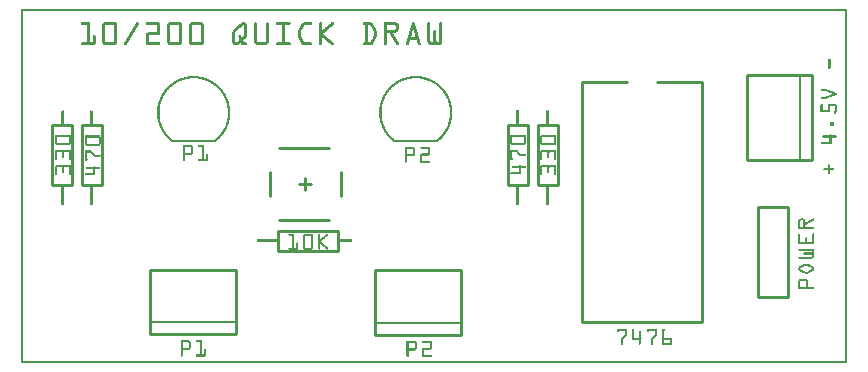
<source format=gto>
G04 MADE WITH FRITZING*
G04 WWW.FRITZING.ORG*
G04 DOUBLE SIDED*
G04 HOLES PLATED*
G04 CONTOUR ON CENTER OF CONTOUR VECTOR*
%ASAXBY*%
%FSLAX23Y23*%
%MOIN*%
%OFA0B0*%
%SFA1.0B1.0*%
%ADD10C,0.010000*%
%ADD11C,0.005000*%
%ADD12R,0.001000X0.001000*%
%LNSILK1*%
G90*
G70*
G54D10*
X1725Y594D02*
X1725Y794D01*
D02*
X1725Y794D02*
X1791Y794D01*
D02*
X1791Y794D02*
X1791Y594D01*
D02*
X1791Y594D02*
X1725Y594D01*
D02*
X105Y594D02*
X105Y794D01*
D02*
X105Y794D02*
X171Y794D01*
D02*
X171Y794D02*
X171Y594D01*
D02*
X171Y594D02*
X105Y594D01*
D02*
X1624Y595D02*
X1624Y795D01*
D02*
X1624Y795D02*
X1690Y795D01*
D02*
X1690Y795D02*
X1690Y595D01*
D02*
X1690Y595D02*
X1624Y595D01*
D02*
X205Y594D02*
X205Y794D01*
D02*
X205Y794D02*
X271Y794D01*
D02*
X271Y794D02*
X271Y594D01*
D02*
X271Y594D02*
X205Y594D01*
D02*
X857Y441D02*
X1057Y441D01*
D02*
X1057Y441D02*
X1057Y375D01*
D02*
X1057Y375D02*
X857Y375D01*
D02*
X857Y375D02*
X857Y441D01*
D02*
X2420Y961D02*
X2420Y676D01*
D02*
X2420Y676D02*
X2636Y676D01*
D02*
X2636Y676D02*
X2636Y961D01*
D02*
X2636Y961D02*
X2420Y961D01*
G54D11*
D02*
X2596Y676D02*
X2596Y961D01*
G54D10*
D02*
X1870Y936D02*
X1870Y136D01*
D02*
X1870Y136D02*
X2270Y136D01*
D02*
X2270Y136D02*
X2270Y936D01*
D02*
X1870Y936D02*
X2020Y936D01*
D02*
X2120Y936D02*
X2270Y936D01*
D02*
X2458Y522D02*
X2458Y222D01*
D02*
X2458Y222D02*
X2558Y222D01*
D02*
X2558Y222D02*
X2558Y522D01*
D02*
X2558Y522D02*
X2458Y522D01*
D02*
X830Y558D02*
X830Y637D01*
D02*
X1026Y479D02*
X859Y479D01*
D02*
X1026Y716D02*
X859Y716D01*
D02*
X1066Y558D02*
X1066Y637D01*
D02*
X948Y578D02*
X948Y617D01*
D02*
X928Y598D02*
X967Y598D01*
D02*
X1466Y311D02*
X1180Y311D01*
D02*
X1180Y311D02*
X1180Y95D01*
D02*
X1180Y95D02*
X1466Y95D01*
D02*
X1466Y95D02*
X1466Y311D01*
G54D11*
D02*
X1180Y135D02*
X1466Y135D01*
G54D10*
D02*
X716Y312D02*
X430Y312D01*
D02*
X430Y312D02*
X430Y96D01*
D02*
X430Y96D02*
X716Y96D01*
D02*
X716Y96D02*
X716Y312D01*
G54D11*
D02*
X430Y136D02*
X716Y136D01*
G54D12*
X0Y1181D02*
X2754Y1181D01*
X0Y1180D02*
X2754Y1180D01*
X0Y1179D02*
X2754Y1179D01*
X0Y1178D02*
X2754Y1178D01*
X0Y1177D02*
X2754Y1177D01*
X0Y1176D02*
X2754Y1176D01*
X0Y1175D02*
X2754Y1175D01*
X0Y1174D02*
X2754Y1174D01*
X0Y1173D02*
X7Y1173D01*
X2747Y1173D02*
X2754Y1173D01*
X0Y1172D02*
X7Y1172D01*
X2747Y1172D02*
X2754Y1172D01*
X0Y1171D02*
X7Y1171D01*
X2747Y1171D02*
X2754Y1171D01*
X0Y1170D02*
X7Y1170D01*
X2747Y1170D02*
X2754Y1170D01*
X0Y1169D02*
X7Y1169D01*
X2747Y1169D02*
X2754Y1169D01*
X0Y1168D02*
X7Y1168D01*
X2747Y1168D02*
X2754Y1168D01*
X0Y1167D02*
X7Y1167D01*
X2747Y1167D02*
X2754Y1167D01*
X0Y1166D02*
X7Y1166D01*
X2747Y1166D02*
X2754Y1166D01*
X0Y1165D02*
X7Y1165D01*
X2747Y1165D02*
X2754Y1165D01*
X0Y1164D02*
X7Y1164D01*
X2747Y1164D02*
X2754Y1164D01*
X0Y1163D02*
X7Y1163D01*
X2747Y1163D02*
X2754Y1163D01*
X0Y1162D02*
X7Y1162D01*
X2747Y1162D02*
X2754Y1162D01*
X0Y1161D02*
X7Y1161D01*
X2747Y1161D02*
X2754Y1161D01*
X0Y1160D02*
X7Y1160D01*
X2747Y1160D02*
X2754Y1160D01*
X0Y1159D02*
X7Y1159D01*
X2747Y1159D02*
X2754Y1159D01*
X0Y1158D02*
X7Y1158D01*
X2747Y1158D02*
X2754Y1158D01*
X0Y1157D02*
X7Y1157D01*
X2747Y1157D02*
X2754Y1157D01*
X0Y1156D02*
X7Y1156D01*
X2747Y1156D02*
X2754Y1156D01*
X0Y1155D02*
X7Y1155D01*
X2747Y1155D02*
X2754Y1155D01*
X0Y1154D02*
X7Y1154D01*
X2747Y1154D02*
X2754Y1154D01*
X0Y1153D02*
X7Y1153D01*
X2747Y1153D02*
X2754Y1153D01*
X0Y1152D02*
X7Y1152D01*
X2747Y1152D02*
X2754Y1152D01*
X0Y1151D02*
X7Y1151D01*
X2747Y1151D02*
X2754Y1151D01*
X0Y1150D02*
X7Y1150D01*
X2747Y1150D02*
X2754Y1150D01*
X0Y1149D02*
X7Y1149D01*
X2747Y1149D02*
X2754Y1149D01*
X0Y1148D02*
X7Y1148D01*
X2747Y1148D02*
X2754Y1148D01*
X0Y1147D02*
X7Y1147D01*
X2747Y1147D02*
X2754Y1147D01*
X0Y1146D02*
X7Y1146D01*
X2747Y1146D02*
X2754Y1146D01*
X0Y1145D02*
X7Y1145D01*
X2747Y1145D02*
X2754Y1145D01*
X0Y1144D02*
X7Y1144D01*
X2747Y1144D02*
X2754Y1144D01*
X0Y1143D02*
X7Y1143D01*
X2747Y1143D02*
X2754Y1143D01*
X0Y1142D02*
X7Y1142D01*
X2747Y1142D02*
X2754Y1142D01*
X0Y1141D02*
X7Y1141D01*
X2747Y1141D02*
X2754Y1141D01*
X0Y1140D02*
X7Y1140D01*
X2747Y1140D02*
X2754Y1140D01*
X0Y1139D02*
X7Y1139D01*
X2747Y1139D02*
X2754Y1139D01*
X0Y1138D02*
X7Y1138D01*
X2747Y1138D02*
X2754Y1138D01*
X0Y1137D02*
X7Y1137D01*
X203Y1137D02*
X229Y1137D01*
X280Y1137D02*
X313Y1137D01*
X387Y1137D02*
X390Y1137D01*
X420Y1137D02*
X458Y1137D01*
X497Y1137D02*
X530Y1137D01*
X569Y1137D02*
X602Y1137D01*
X741Y1137D02*
X745Y1137D01*
X782Y1137D02*
X784Y1137D01*
X821Y1137D02*
X823Y1137D01*
X854Y1137D02*
X896Y1137D01*
X946Y1137D02*
X968Y1137D01*
X998Y1137D02*
X1000Y1137D01*
X1038Y1137D02*
X1040Y1137D01*
X1143Y1137D02*
X1165Y1137D01*
X1212Y1137D02*
X1248Y1137D01*
X1307Y1137D02*
X1309Y1137D01*
X1360Y1137D02*
X1362Y1137D01*
X1399Y1137D02*
X1401Y1137D01*
X2747Y1137D02*
X2754Y1137D01*
X0Y1136D02*
X7Y1136D01*
X202Y1136D02*
X229Y1136D01*
X277Y1136D02*
X316Y1136D01*
X386Y1136D02*
X391Y1136D01*
X418Y1136D02*
X460Y1136D01*
X494Y1136D02*
X532Y1136D01*
X567Y1136D02*
X605Y1136D01*
X738Y1136D02*
X748Y1136D01*
X780Y1136D02*
X785Y1136D01*
X820Y1136D02*
X825Y1136D01*
X852Y1136D02*
X897Y1136D01*
X943Y1136D02*
X970Y1136D01*
X997Y1136D02*
X1002Y1136D01*
X1036Y1136D02*
X1042Y1136D01*
X1141Y1136D02*
X1168Y1136D01*
X1212Y1136D02*
X1251Y1136D01*
X1305Y1136D02*
X1311Y1136D01*
X1358Y1136D02*
X1364Y1136D01*
X1398Y1136D02*
X1403Y1136D01*
X2747Y1136D02*
X2754Y1136D01*
X0Y1135D02*
X7Y1135D01*
X201Y1135D02*
X229Y1135D01*
X276Y1135D02*
X317Y1135D01*
X385Y1135D02*
X392Y1135D01*
X418Y1135D02*
X462Y1135D01*
X493Y1135D02*
X534Y1135D01*
X565Y1135D02*
X606Y1135D01*
X736Y1135D02*
X749Y1135D01*
X779Y1135D02*
X786Y1135D01*
X819Y1135D02*
X826Y1135D01*
X851Y1135D02*
X898Y1135D01*
X941Y1135D02*
X970Y1135D01*
X996Y1135D02*
X1003Y1135D01*
X1035Y1135D02*
X1043Y1135D01*
X1140Y1135D02*
X1170Y1135D01*
X1212Y1135D02*
X1253Y1135D01*
X1305Y1135D02*
X1312Y1135D01*
X1357Y1135D02*
X1364Y1135D01*
X1397Y1135D02*
X1404Y1135D01*
X2747Y1135D02*
X2754Y1135D01*
X0Y1134D02*
X7Y1134D01*
X200Y1134D02*
X229Y1134D01*
X275Y1134D02*
X318Y1134D01*
X384Y1134D02*
X393Y1134D01*
X417Y1134D02*
X463Y1134D01*
X492Y1134D02*
X535Y1134D01*
X564Y1134D02*
X607Y1134D01*
X735Y1134D02*
X750Y1134D01*
X778Y1134D02*
X787Y1134D01*
X818Y1134D02*
X826Y1134D01*
X851Y1134D02*
X899Y1134D01*
X939Y1134D02*
X971Y1134D01*
X995Y1134D02*
X1004Y1134D01*
X1034Y1134D02*
X1043Y1134D01*
X1140Y1134D02*
X1171Y1134D01*
X1212Y1134D02*
X1255Y1134D01*
X1304Y1134D02*
X1313Y1134D01*
X1357Y1134D02*
X1365Y1134D01*
X1396Y1134D02*
X1405Y1134D01*
X2747Y1134D02*
X2754Y1134D01*
X0Y1133D02*
X7Y1133D01*
X200Y1133D02*
X229Y1133D01*
X274Y1133D02*
X319Y1133D01*
X384Y1133D02*
X393Y1133D01*
X417Y1133D02*
X464Y1133D01*
X491Y1133D02*
X536Y1133D01*
X563Y1133D02*
X608Y1133D01*
X734Y1133D02*
X751Y1133D01*
X778Y1133D02*
X787Y1133D01*
X818Y1133D02*
X827Y1133D01*
X850Y1133D02*
X899Y1133D01*
X938Y1133D02*
X971Y1133D01*
X995Y1133D02*
X1004Y1133D01*
X1033Y1133D02*
X1044Y1133D01*
X1140Y1133D02*
X1172Y1133D01*
X1212Y1133D02*
X1256Y1133D01*
X1304Y1133D02*
X1313Y1133D01*
X1356Y1133D02*
X1365Y1133D01*
X1396Y1133D02*
X1405Y1133D01*
X2747Y1133D02*
X2754Y1133D01*
X0Y1132D02*
X7Y1132D01*
X200Y1132D02*
X229Y1132D01*
X273Y1132D02*
X320Y1132D01*
X383Y1132D02*
X393Y1132D01*
X417Y1132D02*
X464Y1132D01*
X490Y1132D02*
X536Y1132D01*
X563Y1132D02*
X609Y1132D01*
X733Y1132D02*
X752Y1132D01*
X778Y1132D02*
X787Y1132D01*
X818Y1132D02*
X827Y1132D01*
X850Y1132D02*
X899Y1132D01*
X937Y1132D02*
X971Y1132D01*
X995Y1132D02*
X1004Y1132D01*
X1031Y1132D02*
X1044Y1132D01*
X1139Y1132D02*
X1173Y1132D01*
X1212Y1132D02*
X1257Y1132D01*
X1303Y1132D02*
X1313Y1132D01*
X1356Y1132D02*
X1365Y1132D01*
X1396Y1132D02*
X1405Y1132D01*
X2747Y1132D02*
X2754Y1132D01*
X0Y1131D02*
X7Y1131D01*
X200Y1131D02*
X229Y1131D01*
X273Y1131D02*
X320Y1131D01*
X382Y1131D02*
X393Y1131D01*
X417Y1131D02*
X465Y1131D01*
X490Y1131D02*
X537Y1131D01*
X562Y1131D02*
X609Y1131D01*
X731Y1131D02*
X753Y1131D01*
X778Y1131D02*
X787Y1131D01*
X818Y1131D02*
X827Y1131D01*
X851Y1131D02*
X899Y1131D01*
X936Y1131D02*
X971Y1131D01*
X995Y1131D02*
X1004Y1131D01*
X1030Y1131D02*
X1043Y1131D01*
X1140Y1131D02*
X1174Y1131D01*
X1212Y1131D02*
X1257Y1131D01*
X1303Y1131D02*
X1313Y1131D01*
X1356Y1131D02*
X1365Y1131D01*
X1396Y1131D02*
X1405Y1131D01*
X2747Y1131D02*
X2754Y1131D01*
X0Y1130D02*
X7Y1130D01*
X200Y1130D02*
X229Y1130D01*
X273Y1130D02*
X320Y1130D01*
X382Y1130D02*
X393Y1130D01*
X417Y1130D02*
X465Y1130D01*
X489Y1130D02*
X537Y1130D01*
X562Y1130D02*
X610Y1130D01*
X730Y1130D02*
X753Y1130D01*
X778Y1130D02*
X787Y1130D01*
X818Y1130D02*
X827Y1130D01*
X851Y1130D02*
X898Y1130D01*
X936Y1130D02*
X971Y1130D01*
X995Y1130D02*
X1004Y1130D01*
X1029Y1130D02*
X1043Y1130D01*
X1140Y1130D02*
X1175Y1130D01*
X1212Y1130D02*
X1258Y1130D01*
X1303Y1130D02*
X1314Y1130D01*
X1356Y1130D02*
X1365Y1130D01*
X1396Y1130D02*
X1405Y1130D01*
X2747Y1130D02*
X2754Y1130D01*
X0Y1129D02*
X7Y1129D01*
X201Y1129D02*
X229Y1129D01*
X272Y1129D02*
X321Y1129D01*
X381Y1129D02*
X392Y1129D01*
X418Y1129D02*
X465Y1129D01*
X489Y1129D02*
X538Y1129D01*
X561Y1129D02*
X610Y1129D01*
X729Y1129D02*
X754Y1129D01*
X778Y1129D02*
X787Y1129D01*
X818Y1129D02*
X827Y1129D01*
X852Y1129D02*
X898Y1129D01*
X935Y1129D02*
X970Y1129D01*
X995Y1129D02*
X1004Y1129D01*
X1028Y1129D02*
X1042Y1129D01*
X1141Y1129D02*
X1175Y1129D01*
X1212Y1129D02*
X1259Y1129D01*
X1303Y1129D02*
X1314Y1129D01*
X1356Y1129D02*
X1365Y1129D01*
X1396Y1129D02*
X1405Y1129D01*
X2747Y1129D02*
X2754Y1129D01*
X0Y1128D02*
X7Y1128D01*
X202Y1128D02*
X229Y1128D01*
X272Y1128D02*
X321Y1128D01*
X381Y1128D02*
X392Y1128D01*
X419Y1128D02*
X465Y1128D01*
X489Y1128D02*
X538Y1128D01*
X561Y1128D02*
X610Y1128D01*
X728Y1128D02*
X754Y1128D01*
X778Y1128D02*
X787Y1128D01*
X818Y1128D02*
X827Y1128D01*
X853Y1128D02*
X897Y1128D01*
X935Y1128D02*
X969Y1128D01*
X995Y1128D02*
X1004Y1128D01*
X1027Y1128D02*
X1041Y1128D01*
X1142Y1128D02*
X1176Y1128D01*
X1212Y1128D02*
X1259Y1128D01*
X1302Y1128D02*
X1314Y1128D01*
X1356Y1128D02*
X1365Y1128D01*
X1396Y1128D02*
X1405Y1128D01*
X2747Y1128D02*
X2754Y1128D01*
X0Y1127D02*
X7Y1127D01*
X219Y1127D02*
X229Y1127D01*
X272Y1127D02*
X281Y1127D01*
X312Y1127D02*
X321Y1127D01*
X380Y1127D02*
X391Y1127D01*
X456Y1127D02*
X465Y1127D01*
X489Y1127D02*
X498Y1127D01*
X528Y1127D02*
X538Y1127D01*
X561Y1127D02*
X571Y1127D01*
X601Y1127D02*
X610Y1127D01*
X727Y1127D02*
X742Y1127D01*
X744Y1127D02*
X754Y1127D01*
X778Y1127D02*
X787Y1127D01*
X818Y1127D02*
X827Y1127D01*
X870Y1127D02*
X879Y1127D01*
X934Y1127D02*
X946Y1127D01*
X995Y1127D02*
X1004Y1127D01*
X1026Y1127D02*
X1040Y1127D01*
X1149Y1127D02*
X1159Y1127D01*
X1164Y1127D02*
X1176Y1127D01*
X1212Y1127D02*
X1221Y1127D01*
X1247Y1127D02*
X1260Y1127D01*
X1302Y1127D02*
X1315Y1127D01*
X1356Y1127D02*
X1365Y1127D01*
X1396Y1127D02*
X1405Y1127D01*
X2747Y1127D02*
X2754Y1127D01*
X0Y1126D02*
X7Y1126D01*
X220Y1126D02*
X229Y1126D01*
X272Y1126D02*
X281Y1126D01*
X312Y1126D02*
X321Y1126D01*
X380Y1126D02*
X390Y1126D01*
X456Y1126D02*
X465Y1126D01*
X489Y1126D02*
X498Y1126D01*
X529Y1126D02*
X538Y1126D01*
X561Y1126D02*
X570Y1126D01*
X601Y1126D02*
X610Y1126D01*
X725Y1126D02*
X740Y1126D01*
X745Y1126D02*
X754Y1126D01*
X778Y1126D02*
X787Y1126D01*
X818Y1126D02*
X827Y1126D01*
X870Y1126D02*
X879Y1126D01*
X934Y1126D02*
X944Y1126D01*
X995Y1126D02*
X1004Y1126D01*
X1024Y1126D02*
X1039Y1126D01*
X1149Y1126D02*
X1158Y1126D01*
X1166Y1126D02*
X1177Y1126D01*
X1212Y1126D02*
X1221Y1126D01*
X1249Y1126D02*
X1260Y1126D01*
X1302Y1126D02*
X1315Y1126D01*
X1356Y1126D02*
X1365Y1126D01*
X1396Y1126D02*
X1405Y1126D01*
X2747Y1126D02*
X2754Y1126D01*
X0Y1125D02*
X7Y1125D01*
X220Y1125D02*
X229Y1125D01*
X272Y1125D02*
X281Y1125D01*
X312Y1125D02*
X321Y1125D01*
X379Y1125D02*
X390Y1125D01*
X456Y1125D02*
X465Y1125D01*
X489Y1125D02*
X498Y1125D01*
X529Y1125D02*
X538Y1125D01*
X561Y1125D02*
X570Y1125D01*
X601Y1125D02*
X610Y1125D01*
X724Y1125D02*
X739Y1125D01*
X745Y1125D02*
X755Y1125D01*
X778Y1125D02*
X787Y1125D01*
X818Y1125D02*
X827Y1125D01*
X870Y1125D02*
X879Y1125D01*
X933Y1125D02*
X944Y1125D01*
X995Y1125D02*
X1004Y1125D01*
X1023Y1125D02*
X1038Y1125D01*
X1149Y1125D02*
X1158Y1125D01*
X1167Y1125D02*
X1177Y1125D01*
X1212Y1125D02*
X1221Y1125D01*
X1250Y1125D02*
X1260Y1125D01*
X1301Y1125D02*
X1315Y1125D01*
X1356Y1125D02*
X1365Y1125D01*
X1396Y1125D02*
X1405Y1125D01*
X2747Y1125D02*
X2754Y1125D01*
X0Y1124D02*
X7Y1124D01*
X220Y1124D02*
X229Y1124D01*
X272Y1124D02*
X281Y1124D01*
X312Y1124D02*
X321Y1124D01*
X378Y1124D02*
X389Y1124D01*
X456Y1124D02*
X465Y1124D01*
X489Y1124D02*
X498Y1124D01*
X529Y1124D02*
X538Y1124D01*
X561Y1124D02*
X570Y1124D01*
X601Y1124D02*
X610Y1124D01*
X723Y1124D02*
X738Y1124D01*
X745Y1124D02*
X755Y1124D01*
X778Y1124D02*
X787Y1124D01*
X818Y1124D02*
X827Y1124D01*
X870Y1124D02*
X879Y1124D01*
X933Y1124D02*
X943Y1124D01*
X995Y1124D02*
X1004Y1124D01*
X1022Y1124D02*
X1037Y1124D01*
X1149Y1124D02*
X1158Y1124D01*
X1168Y1124D02*
X1178Y1124D01*
X1212Y1124D02*
X1221Y1124D01*
X1251Y1124D02*
X1260Y1124D01*
X1301Y1124D02*
X1315Y1124D01*
X1356Y1124D02*
X1365Y1124D01*
X1396Y1124D02*
X1405Y1124D01*
X2747Y1124D02*
X2754Y1124D01*
X0Y1123D02*
X7Y1123D01*
X220Y1123D02*
X229Y1123D01*
X272Y1123D02*
X281Y1123D01*
X312Y1123D02*
X321Y1123D01*
X378Y1123D02*
X389Y1123D01*
X456Y1123D02*
X465Y1123D01*
X489Y1123D02*
X498Y1123D01*
X529Y1123D02*
X538Y1123D01*
X561Y1123D02*
X570Y1123D01*
X601Y1123D02*
X610Y1123D01*
X722Y1123D02*
X737Y1123D01*
X745Y1123D02*
X755Y1123D01*
X778Y1123D02*
X787Y1123D01*
X818Y1123D02*
X827Y1123D01*
X870Y1123D02*
X879Y1123D01*
X932Y1123D02*
X943Y1123D01*
X995Y1123D02*
X1004Y1123D01*
X1021Y1123D02*
X1036Y1123D01*
X1149Y1123D02*
X1158Y1123D01*
X1168Y1123D02*
X1178Y1123D01*
X1212Y1123D02*
X1221Y1123D01*
X1251Y1123D02*
X1260Y1123D01*
X1301Y1123D02*
X1316Y1123D01*
X1356Y1123D02*
X1365Y1123D01*
X1396Y1123D02*
X1405Y1123D01*
X2747Y1123D02*
X2754Y1123D01*
X0Y1122D02*
X7Y1122D01*
X220Y1122D02*
X229Y1122D01*
X272Y1122D02*
X281Y1122D01*
X312Y1122D02*
X321Y1122D01*
X377Y1122D02*
X388Y1122D01*
X456Y1122D02*
X465Y1122D01*
X489Y1122D02*
X498Y1122D01*
X529Y1122D02*
X538Y1122D01*
X561Y1122D02*
X570Y1122D01*
X601Y1122D02*
X610Y1122D01*
X721Y1122D02*
X735Y1122D01*
X745Y1122D02*
X755Y1122D01*
X778Y1122D02*
X787Y1122D01*
X818Y1122D02*
X827Y1122D01*
X870Y1122D02*
X879Y1122D01*
X932Y1122D02*
X942Y1122D01*
X995Y1122D02*
X1004Y1122D01*
X1020Y1122D02*
X1034Y1122D01*
X1149Y1122D02*
X1158Y1122D01*
X1169Y1122D02*
X1179Y1122D01*
X1212Y1122D02*
X1221Y1122D01*
X1251Y1122D02*
X1260Y1122D01*
X1301Y1122D02*
X1316Y1122D01*
X1356Y1122D02*
X1365Y1122D01*
X1396Y1122D02*
X1405Y1122D01*
X2747Y1122D02*
X2754Y1122D01*
X0Y1121D02*
X7Y1121D01*
X220Y1121D02*
X229Y1121D01*
X272Y1121D02*
X281Y1121D01*
X312Y1121D02*
X321Y1121D01*
X377Y1121D02*
X387Y1121D01*
X456Y1121D02*
X465Y1121D01*
X489Y1121D02*
X498Y1121D01*
X529Y1121D02*
X538Y1121D01*
X561Y1121D02*
X570Y1121D01*
X601Y1121D02*
X610Y1121D01*
X720Y1121D02*
X734Y1121D01*
X745Y1121D02*
X755Y1121D01*
X778Y1121D02*
X787Y1121D01*
X818Y1121D02*
X827Y1121D01*
X870Y1121D02*
X879Y1121D01*
X931Y1121D02*
X942Y1121D01*
X995Y1121D02*
X1004Y1121D01*
X1019Y1121D02*
X1033Y1121D01*
X1149Y1121D02*
X1158Y1121D01*
X1169Y1121D02*
X1179Y1121D01*
X1212Y1121D02*
X1221Y1121D01*
X1251Y1121D02*
X1260Y1121D01*
X1300Y1121D02*
X1316Y1121D01*
X1356Y1121D02*
X1365Y1121D01*
X1396Y1121D02*
X1405Y1121D01*
X2747Y1121D02*
X2754Y1121D01*
X0Y1120D02*
X7Y1120D01*
X220Y1120D02*
X229Y1120D01*
X272Y1120D02*
X281Y1120D01*
X312Y1120D02*
X321Y1120D01*
X376Y1120D02*
X387Y1120D01*
X456Y1120D02*
X465Y1120D01*
X489Y1120D02*
X498Y1120D01*
X529Y1120D02*
X538Y1120D01*
X561Y1120D02*
X570Y1120D01*
X601Y1120D02*
X610Y1120D01*
X718Y1120D02*
X733Y1120D01*
X745Y1120D02*
X755Y1120D01*
X778Y1120D02*
X787Y1120D01*
X818Y1120D02*
X827Y1120D01*
X870Y1120D02*
X879Y1120D01*
X931Y1120D02*
X941Y1120D01*
X995Y1120D02*
X1004Y1120D01*
X1017Y1120D02*
X1032Y1120D01*
X1149Y1120D02*
X1158Y1120D01*
X1170Y1120D02*
X1180Y1120D01*
X1212Y1120D02*
X1221Y1120D01*
X1251Y1120D02*
X1260Y1120D01*
X1300Y1120D02*
X1317Y1120D01*
X1356Y1120D02*
X1365Y1120D01*
X1396Y1120D02*
X1405Y1120D01*
X2747Y1120D02*
X2754Y1120D01*
X0Y1119D02*
X7Y1119D01*
X220Y1119D02*
X229Y1119D01*
X272Y1119D02*
X281Y1119D01*
X312Y1119D02*
X321Y1119D01*
X375Y1119D02*
X386Y1119D01*
X456Y1119D02*
X465Y1119D01*
X489Y1119D02*
X498Y1119D01*
X529Y1119D02*
X538Y1119D01*
X561Y1119D02*
X570Y1119D01*
X601Y1119D02*
X610Y1119D01*
X717Y1119D02*
X732Y1119D01*
X745Y1119D02*
X755Y1119D01*
X778Y1119D02*
X787Y1119D01*
X818Y1119D02*
X827Y1119D01*
X870Y1119D02*
X879Y1119D01*
X930Y1119D02*
X941Y1119D01*
X995Y1119D02*
X1004Y1119D01*
X1016Y1119D02*
X1031Y1119D01*
X1149Y1119D02*
X1158Y1119D01*
X1170Y1119D02*
X1180Y1119D01*
X1212Y1119D02*
X1221Y1119D01*
X1251Y1119D02*
X1260Y1119D01*
X1300Y1119D02*
X1317Y1119D01*
X1356Y1119D02*
X1365Y1119D01*
X1396Y1119D02*
X1405Y1119D01*
X2747Y1119D02*
X2754Y1119D01*
X0Y1118D02*
X7Y1118D01*
X220Y1118D02*
X229Y1118D01*
X272Y1118D02*
X281Y1118D01*
X312Y1118D02*
X321Y1118D01*
X375Y1118D02*
X386Y1118D01*
X456Y1118D02*
X465Y1118D01*
X489Y1118D02*
X498Y1118D01*
X529Y1118D02*
X538Y1118D01*
X561Y1118D02*
X570Y1118D01*
X601Y1118D02*
X610Y1118D01*
X716Y1118D02*
X731Y1118D01*
X745Y1118D02*
X755Y1118D01*
X778Y1118D02*
X787Y1118D01*
X818Y1118D02*
X827Y1118D01*
X870Y1118D02*
X879Y1118D01*
X930Y1118D02*
X940Y1118D01*
X995Y1118D02*
X1004Y1118D01*
X1015Y1118D02*
X1030Y1118D01*
X1149Y1118D02*
X1158Y1118D01*
X1171Y1118D02*
X1181Y1118D01*
X1212Y1118D02*
X1221Y1118D01*
X1251Y1118D02*
X1260Y1118D01*
X1299Y1118D02*
X1317Y1118D01*
X1356Y1118D02*
X1365Y1118D01*
X1396Y1118D02*
X1405Y1118D01*
X2747Y1118D02*
X2754Y1118D01*
X0Y1117D02*
X7Y1117D01*
X220Y1117D02*
X229Y1117D01*
X272Y1117D02*
X281Y1117D01*
X312Y1117D02*
X321Y1117D01*
X374Y1117D02*
X385Y1117D01*
X456Y1117D02*
X465Y1117D01*
X489Y1117D02*
X498Y1117D01*
X529Y1117D02*
X538Y1117D01*
X561Y1117D02*
X570Y1117D01*
X601Y1117D02*
X610Y1117D01*
X715Y1117D02*
X729Y1117D01*
X745Y1117D02*
X755Y1117D01*
X778Y1117D02*
X787Y1117D01*
X818Y1117D02*
X827Y1117D01*
X870Y1117D02*
X879Y1117D01*
X929Y1117D02*
X940Y1117D01*
X995Y1117D02*
X1004Y1117D01*
X1014Y1117D02*
X1029Y1117D01*
X1149Y1117D02*
X1158Y1117D01*
X1171Y1117D02*
X1181Y1117D01*
X1212Y1117D02*
X1221Y1117D01*
X1251Y1117D02*
X1260Y1117D01*
X1299Y1117D02*
X1318Y1117D01*
X1356Y1117D02*
X1365Y1117D01*
X1396Y1117D02*
X1405Y1117D01*
X2747Y1117D02*
X2754Y1117D01*
X0Y1116D02*
X7Y1116D01*
X220Y1116D02*
X229Y1116D01*
X272Y1116D02*
X281Y1116D01*
X312Y1116D02*
X321Y1116D01*
X374Y1116D02*
X385Y1116D01*
X456Y1116D02*
X465Y1116D01*
X489Y1116D02*
X498Y1116D01*
X529Y1116D02*
X538Y1116D01*
X561Y1116D02*
X570Y1116D01*
X601Y1116D02*
X610Y1116D01*
X714Y1116D02*
X728Y1116D01*
X745Y1116D02*
X755Y1116D01*
X778Y1116D02*
X787Y1116D01*
X818Y1116D02*
X827Y1116D01*
X870Y1116D02*
X879Y1116D01*
X929Y1116D02*
X939Y1116D01*
X995Y1116D02*
X1004Y1116D01*
X1013Y1116D02*
X1027Y1116D01*
X1149Y1116D02*
X1158Y1116D01*
X1172Y1116D02*
X1182Y1116D01*
X1212Y1116D02*
X1221Y1116D01*
X1251Y1116D02*
X1260Y1116D01*
X1299Y1116D02*
X1318Y1116D01*
X1356Y1116D02*
X1365Y1116D01*
X1396Y1116D02*
X1405Y1116D01*
X2747Y1116D02*
X2754Y1116D01*
X0Y1115D02*
X7Y1115D01*
X220Y1115D02*
X229Y1115D01*
X272Y1115D02*
X281Y1115D01*
X312Y1115D02*
X321Y1115D01*
X373Y1115D02*
X384Y1115D01*
X456Y1115D02*
X465Y1115D01*
X489Y1115D02*
X498Y1115D01*
X529Y1115D02*
X538Y1115D01*
X561Y1115D02*
X570Y1115D01*
X601Y1115D02*
X610Y1115D01*
X713Y1115D02*
X727Y1115D01*
X745Y1115D02*
X755Y1115D01*
X778Y1115D02*
X787Y1115D01*
X818Y1115D02*
X827Y1115D01*
X870Y1115D02*
X879Y1115D01*
X928Y1115D02*
X939Y1115D01*
X995Y1115D02*
X1004Y1115D01*
X1012Y1115D02*
X1026Y1115D01*
X1149Y1115D02*
X1158Y1115D01*
X1172Y1115D02*
X1182Y1115D01*
X1212Y1115D02*
X1221Y1115D01*
X1251Y1115D02*
X1260Y1115D01*
X1298Y1115D02*
X1318Y1115D01*
X1356Y1115D02*
X1365Y1115D01*
X1396Y1115D02*
X1405Y1115D01*
X2747Y1115D02*
X2754Y1115D01*
X0Y1114D02*
X7Y1114D01*
X220Y1114D02*
X229Y1114D01*
X272Y1114D02*
X281Y1114D01*
X312Y1114D02*
X321Y1114D01*
X373Y1114D02*
X383Y1114D01*
X456Y1114D02*
X465Y1114D01*
X489Y1114D02*
X498Y1114D01*
X529Y1114D02*
X538Y1114D01*
X561Y1114D02*
X570Y1114D01*
X601Y1114D02*
X610Y1114D01*
X712Y1114D02*
X726Y1114D01*
X745Y1114D02*
X755Y1114D01*
X778Y1114D02*
X787Y1114D01*
X818Y1114D02*
X827Y1114D01*
X870Y1114D02*
X879Y1114D01*
X928Y1114D02*
X938Y1114D01*
X995Y1114D02*
X1004Y1114D01*
X1010Y1114D02*
X1025Y1114D01*
X1149Y1114D02*
X1158Y1114D01*
X1173Y1114D02*
X1183Y1114D01*
X1212Y1114D02*
X1221Y1114D01*
X1250Y1114D02*
X1260Y1114D01*
X1298Y1114D02*
X1318Y1114D01*
X1356Y1114D02*
X1365Y1114D01*
X1396Y1114D02*
X1405Y1114D01*
X2747Y1114D02*
X2754Y1114D01*
X0Y1113D02*
X7Y1113D01*
X220Y1113D02*
X229Y1113D01*
X272Y1113D02*
X281Y1113D01*
X312Y1113D02*
X321Y1113D01*
X372Y1113D02*
X383Y1113D01*
X456Y1113D02*
X465Y1113D01*
X489Y1113D02*
X498Y1113D01*
X529Y1113D02*
X538Y1113D01*
X561Y1113D02*
X570Y1113D01*
X601Y1113D02*
X610Y1113D01*
X711Y1113D02*
X725Y1113D01*
X745Y1113D02*
X755Y1113D01*
X778Y1113D02*
X787Y1113D01*
X818Y1113D02*
X827Y1113D01*
X870Y1113D02*
X879Y1113D01*
X927Y1113D02*
X938Y1113D01*
X995Y1113D02*
X1004Y1113D01*
X1009Y1113D02*
X1024Y1113D01*
X1149Y1113D02*
X1158Y1113D01*
X1173Y1113D02*
X1183Y1113D01*
X1212Y1113D02*
X1221Y1113D01*
X1249Y1113D02*
X1260Y1113D01*
X1298Y1113D02*
X1307Y1113D01*
X1309Y1113D02*
X1319Y1113D01*
X1356Y1113D02*
X1365Y1113D01*
X1396Y1113D02*
X1405Y1113D01*
X2747Y1113D02*
X2754Y1113D01*
X0Y1112D02*
X7Y1112D01*
X220Y1112D02*
X229Y1112D01*
X272Y1112D02*
X281Y1112D01*
X312Y1112D02*
X321Y1112D01*
X371Y1112D02*
X382Y1112D01*
X456Y1112D02*
X465Y1112D01*
X489Y1112D02*
X498Y1112D01*
X529Y1112D02*
X538Y1112D01*
X561Y1112D02*
X570Y1112D01*
X601Y1112D02*
X610Y1112D01*
X710Y1112D02*
X724Y1112D01*
X745Y1112D02*
X755Y1112D01*
X778Y1112D02*
X787Y1112D01*
X818Y1112D02*
X827Y1112D01*
X870Y1112D02*
X879Y1112D01*
X927Y1112D02*
X937Y1112D01*
X995Y1112D02*
X1004Y1112D01*
X1008Y1112D02*
X1023Y1112D01*
X1149Y1112D02*
X1158Y1112D01*
X1174Y1112D02*
X1184Y1112D01*
X1212Y1112D02*
X1221Y1112D01*
X1247Y1112D02*
X1260Y1112D01*
X1298Y1112D02*
X1307Y1112D01*
X1309Y1112D02*
X1319Y1112D01*
X1356Y1112D02*
X1365Y1112D01*
X1396Y1112D02*
X1405Y1112D01*
X2747Y1112D02*
X2754Y1112D01*
X0Y1111D02*
X7Y1111D01*
X220Y1111D02*
X229Y1111D01*
X272Y1111D02*
X281Y1111D01*
X312Y1111D02*
X321Y1111D01*
X371Y1111D02*
X382Y1111D01*
X456Y1111D02*
X465Y1111D01*
X489Y1111D02*
X498Y1111D01*
X529Y1111D02*
X538Y1111D01*
X561Y1111D02*
X570Y1111D01*
X601Y1111D02*
X610Y1111D01*
X709Y1111D02*
X722Y1111D01*
X745Y1111D02*
X755Y1111D01*
X778Y1111D02*
X787Y1111D01*
X818Y1111D02*
X827Y1111D01*
X870Y1111D02*
X879Y1111D01*
X926Y1111D02*
X937Y1111D01*
X995Y1111D02*
X1004Y1111D01*
X1007Y1111D02*
X1022Y1111D01*
X1149Y1111D02*
X1158Y1111D01*
X1174Y1111D02*
X1184Y1111D01*
X1212Y1111D02*
X1259Y1111D01*
X1297Y1111D02*
X1307Y1111D01*
X1310Y1111D02*
X1319Y1111D01*
X1356Y1111D02*
X1365Y1111D01*
X1379Y1111D02*
X1383Y1111D01*
X1396Y1111D02*
X1405Y1111D01*
X2747Y1111D02*
X2754Y1111D01*
X0Y1110D02*
X7Y1110D01*
X220Y1110D02*
X229Y1110D01*
X272Y1110D02*
X281Y1110D01*
X312Y1110D02*
X321Y1110D01*
X370Y1110D02*
X381Y1110D01*
X456Y1110D02*
X465Y1110D01*
X489Y1110D02*
X498Y1110D01*
X529Y1110D02*
X538Y1110D01*
X561Y1110D02*
X570Y1110D01*
X601Y1110D02*
X610Y1110D01*
X708Y1110D02*
X721Y1110D01*
X745Y1110D02*
X755Y1110D01*
X778Y1110D02*
X787Y1110D01*
X818Y1110D02*
X827Y1110D01*
X870Y1110D02*
X879Y1110D01*
X926Y1110D02*
X936Y1110D01*
X995Y1110D02*
X1004Y1110D01*
X1006Y1110D02*
X1020Y1110D01*
X1149Y1110D02*
X1158Y1110D01*
X1175Y1110D02*
X1185Y1110D01*
X1212Y1110D02*
X1259Y1110D01*
X1297Y1110D02*
X1307Y1110D01*
X1310Y1110D02*
X1320Y1110D01*
X1356Y1110D02*
X1365Y1110D01*
X1377Y1110D02*
X1384Y1110D01*
X1396Y1110D02*
X1405Y1110D01*
X2747Y1110D02*
X2754Y1110D01*
X0Y1109D02*
X7Y1109D01*
X220Y1109D02*
X229Y1109D01*
X272Y1109D02*
X281Y1109D01*
X312Y1109D02*
X321Y1109D01*
X370Y1109D02*
X380Y1109D01*
X456Y1109D02*
X465Y1109D01*
X489Y1109D02*
X498Y1109D01*
X529Y1109D02*
X538Y1109D01*
X561Y1109D02*
X570Y1109D01*
X601Y1109D02*
X610Y1109D01*
X708Y1109D02*
X720Y1109D01*
X745Y1109D02*
X755Y1109D01*
X778Y1109D02*
X787Y1109D01*
X818Y1109D02*
X827Y1109D01*
X870Y1109D02*
X879Y1109D01*
X925Y1109D02*
X935Y1109D01*
X995Y1109D02*
X1019Y1109D01*
X1149Y1109D02*
X1158Y1109D01*
X1175Y1109D02*
X1185Y1109D01*
X1212Y1109D02*
X1258Y1109D01*
X1297Y1109D02*
X1306Y1109D01*
X1310Y1109D02*
X1320Y1109D01*
X1356Y1109D02*
X1365Y1109D01*
X1377Y1109D02*
X1385Y1109D01*
X1396Y1109D02*
X1405Y1109D01*
X2747Y1109D02*
X2754Y1109D01*
X0Y1108D02*
X7Y1108D01*
X220Y1108D02*
X229Y1108D01*
X272Y1108D02*
X281Y1108D01*
X312Y1108D02*
X321Y1108D01*
X369Y1108D02*
X380Y1108D01*
X456Y1108D02*
X465Y1108D01*
X489Y1108D02*
X498Y1108D01*
X529Y1108D02*
X538Y1108D01*
X561Y1108D02*
X570Y1108D01*
X601Y1108D02*
X610Y1108D01*
X707Y1108D02*
X719Y1108D01*
X745Y1108D02*
X755Y1108D01*
X778Y1108D02*
X787Y1108D01*
X818Y1108D02*
X827Y1108D01*
X870Y1108D02*
X879Y1108D01*
X925Y1108D02*
X935Y1108D01*
X995Y1108D02*
X1018Y1108D01*
X1149Y1108D02*
X1158Y1108D01*
X1176Y1108D02*
X1186Y1108D01*
X1212Y1108D02*
X1257Y1108D01*
X1296Y1108D02*
X1306Y1108D01*
X1311Y1108D02*
X1320Y1108D01*
X1356Y1108D02*
X1365Y1108D01*
X1376Y1108D02*
X1385Y1108D01*
X1396Y1108D02*
X1405Y1108D01*
X2747Y1108D02*
X2754Y1108D01*
X0Y1107D02*
X7Y1107D01*
X220Y1107D02*
X229Y1107D01*
X272Y1107D02*
X281Y1107D01*
X312Y1107D02*
X321Y1107D01*
X368Y1107D02*
X379Y1107D01*
X456Y1107D02*
X465Y1107D01*
X489Y1107D02*
X498Y1107D01*
X529Y1107D02*
X538Y1107D01*
X561Y1107D02*
X570Y1107D01*
X601Y1107D02*
X610Y1107D01*
X707Y1107D02*
X718Y1107D01*
X745Y1107D02*
X755Y1107D01*
X778Y1107D02*
X787Y1107D01*
X818Y1107D02*
X827Y1107D01*
X870Y1107D02*
X879Y1107D01*
X924Y1107D02*
X934Y1107D01*
X995Y1107D02*
X1017Y1107D01*
X1149Y1107D02*
X1158Y1107D01*
X1176Y1107D02*
X1186Y1107D01*
X1212Y1107D02*
X1257Y1107D01*
X1296Y1107D02*
X1306Y1107D01*
X1311Y1107D02*
X1320Y1107D01*
X1356Y1107D02*
X1365Y1107D01*
X1376Y1107D02*
X1385Y1107D01*
X1396Y1107D02*
X1405Y1107D01*
X2747Y1107D02*
X2754Y1107D01*
X0Y1106D02*
X7Y1106D01*
X220Y1106D02*
X229Y1106D01*
X272Y1106D02*
X281Y1106D01*
X312Y1106D02*
X321Y1106D01*
X368Y1106D02*
X379Y1106D01*
X456Y1106D02*
X465Y1106D01*
X489Y1106D02*
X498Y1106D01*
X529Y1106D02*
X538Y1106D01*
X561Y1106D02*
X570Y1106D01*
X601Y1106D02*
X610Y1106D01*
X707Y1106D02*
X717Y1106D01*
X745Y1106D02*
X755Y1106D01*
X778Y1106D02*
X787Y1106D01*
X818Y1106D02*
X827Y1106D01*
X870Y1106D02*
X879Y1106D01*
X924Y1106D02*
X934Y1106D01*
X995Y1106D02*
X1016Y1106D01*
X1149Y1106D02*
X1158Y1106D01*
X1177Y1106D02*
X1187Y1106D01*
X1212Y1106D02*
X1256Y1106D01*
X1296Y1106D02*
X1305Y1106D01*
X1311Y1106D02*
X1321Y1106D01*
X1356Y1106D02*
X1365Y1106D01*
X1376Y1106D02*
X1385Y1106D01*
X1396Y1106D02*
X1405Y1106D01*
X2747Y1106D02*
X2754Y1106D01*
X0Y1105D02*
X7Y1105D01*
X220Y1105D02*
X229Y1105D01*
X272Y1105D02*
X281Y1105D01*
X312Y1105D02*
X321Y1105D01*
X367Y1105D02*
X378Y1105D01*
X456Y1105D02*
X465Y1105D01*
X489Y1105D02*
X498Y1105D01*
X529Y1105D02*
X538Y1105D01*
X561Y1105D02*
X570Y1105D01*
X601Y1105D02*
X610Y1105D01*
X706Y1105D02*
X716Y1105D01*
X745Y1105D02*
X755Y1105D01*
X778Y1105D02*
X787Y1105D01*
X818Y1105D02*
X827Y1105D01*
X870Y1105D02*
X879Y1105D01*
X924Y1105D02*
X933Y1105D01*
X995Y1105D02*
X1015Y1105D01*
X1149Y1105D02*
X1158Y1105D01*
X1177Y1105D02*
X1187Y1105D01*
X1212Y1105D02*
X1254Y1105D01*
X1296Y1105D02*
X1305Y1105D01*
X1311Y1105D02*
X1321Y1105D01*
X1356Y1105D02*
X1365Y1105D01*
X1376Y1105D02*
X1385Y1105D01*
X1396Y1105D02*
X1405Y1105D01*
X2747Y1105D02*
X2754Y1105D01*
X0Y1104D02*
X7Y1104D01*
X220Y1104D02*
X229Y1104D01*
X272Y1104D02*
X281Y1104D01*
X312Y1104D02*
X321Y1104D01*
X367Y1104D02*
X377Y1104D01*
X456Y1104D02*
X465Y1104D01*
X489Y1104D02*
X498Y1104D01*
X529Y1104D02*
X538Y1104D01*
X561Y1104D02*
X570Y1104D01*
X601Y1104D02*
X610Y1104D01*
X706Y1104D02*
X716Y1104D01*
X745Y1104D02*
X755Y1104D01*
X778Y1104D02*
X787Y1104D01*
X818Y1104D02*
X827Y1104D01*
X870Y1104D02*
X879Y1104D01*
X923Y1104D02*
X933Y1104D01*
X995Y1104D02*
X1013Y1104D01*
X1149Y1104D02*
X1158Y1104D01*
X1178Y1104D02*
X1187Y1104D01*
X1212Y1104D02*
X1253Y1104D01*
X1295Y1104D02*
X1305Y1104D01*
X1312Y1104D02*
X1321Y1104D01*
X1356Y1104D02*
X1365Y1104D01*
X1376Y1104D02*
X1385Y1104D01*
X1396Y1104D02*
X1405Y1104D01*
X2747Y1104D02*
X2754Y1104D01*
X0Y1103D02*
X7Y1103D01*
X220Y1103D02*
X229Y1103D01*
X272Y1103D02*
X281Y1103D01*
X312Y1103D02*
X321Y1103D01*
X366Y1103D02*
X377Y1103D01*
X424Y1103D02*
X465Y1103D01*
X489Y1103D02*
X498Y1103D01*
X529Y1103D02*
X538Y1103D01*
X561Y1103D02*
X570Y1103D01*
X601Y1103D02*
X610Y1103D01*
X706Y1103D02*
X715Y1103D01*
X745Y1103D02*
X755Y1103D01*
X778Y1103D02*
X787Y1103D01*
X818Y1103D02*
X827Y1103D01*
X870Y1103D02*
X879Y1103D01*
X923Y1103D02*
X933Y1103D01*
X995Y1103D02*
X1012Y1103D01*
X1149Y1103D02*
X1158Y1103D01*
X1178Y1103D02*
X1188Y1103D01*
X1212Y1103D02*
X1251Y1103D01*
X1295Y1103D02*
X1305Y1103D01*
X1312Y1103D02*
X1322Y1103D01*
X1356Y1103D02*
X1365Y1103D01*
X1376Y1103D02*
X1385Y1103D01*
X1396Y1103D02*
X1405Y1103D01*
X2747Y1103D02*
X2754Y1103D01*
X0Y1102D02*
X7Y1102D01*
X220Y1102D02*
X229Y1102D01*
X272Y1102D02*
X281Y1102D01*
X312Y1102D02*
X321Y1102D01*
X366Y1102D02*
X376Y1102D01*
X422Y1102D02*
X465Y1102D01*
X489Y1102D02*
X498Y1102D01*
X529Y1102D02*
X538Y1102D01*
X561Y1102D02*
X570Y1102D01*
X601Y1102D02*
X610Y1102D01*
X706Y1102D02*
X715Y1102D01*
X745Y1102D02*
X755Y1102D01*
X778Y1102D02*
X787Y1102D01*
X818Y1102D02*
X827Y1102D01*
X870Y1102D02*
X879Y1102D01*
X923Y1102D02*
X932Y1102D01*
X995Y1102D02*
X1011Y1102D01*
X1149Y1102D02*
X1158Y1102D01*
X1178Y1102D02*
X1188Y1102D01*
X1212Y1102D02*
X1248Y1102D01*
X1295Y1102D02*
X1304Y1102D01*
X1312Y1102D02*
X1322Y1102D01*
X1356Y1102D02*
X1365Y1102D01*
X1376Y1102D02*
X1385Y1102D01*
X1396Y1102D02*
X1405Y1102D01*
X2747Y1102D02*
X2754Y1102D01*
X0Y1101D02*
X7Y1101D01*
X220Y1101D02*
X229Y1101D01*
X272Y1101D02*
X281Y1101D01*
X312Y1101D02*
X321Y1101D01*
X365Y1101D02*
X376Y1101D01*
X420Y1101D02*
X465Y1101D01*
X489Y1101D02*
X498Y1101D01*
X529Y1101D02*
X538Y1101D01*
X561Y1101D02*
X570Y1101D01*
X601Y1101D02*
X610Y1101D01*
X706Y1101D02*
X715Y1101D01*
X745Y1101D02*
X755Y1101D01*
X778Y1101D02*
X787Y1101D01*
X818Y1101D02*
X827Y1101D01*
X870Y1101D02*
X879Y1101D01*
X923Y1101D02*
X932Y1101D01*
X995Y1101D02*
X1010Y1101D01*
X1149Y1101D02*
X1158Y1101D01*
X1179Y1101D02*
X1188Y1101D01*
X1212Y1101D02*
X1221Y1101D01*
X1229Y1101D02*
X1240Y1101D01*
X1294Y1101D02*
X1304Y1101D01*
X1313Y1101D02*
X1322Y1101D01*
X1356Y1101D02*
X1365Y1101D01*
X1376Y1101D02*
X1385Y1101D01*
X1396Y1101D02*
X1405Y1101D01*
X2747Y1101D02*
X2754Y1101D01*
X0Y1100D02*
X7Y1100D01*
X220Y1100D02*
X229Y1100D01*
X272Y1100D02*
X281Y1100D01*
X312Y1100D02*
X321Y1100D01*
X364Y1100D02*
X375Y1100D01*
X419Y1100D02*
X465Y1100D01*
X489Y1100D02*
X498Y1100D01*
X529Y1100D02*
X538Y1100D01*
X561Y1100D02*
X570Y1100D01*
X601Y1100D02*
X610Y1100D01*
X706Y1100D02*
X715Y1100D01*
X745Y1100D02*
X755Y1100D01*
X778Y1100D02*
X787Y1100D01*
X818Y1100D02*
X827Y1100D01*
X870Y1100D02*
X879Y1100D01*
X923Y1100D02*
X932Y1100D01*
X995Y1100D02*
X1009Y1100D01*
X1149Y1100D02*
X1158Y1100D01*
X1179Y1100D02*
X1188Y1100D01*
X1212Y1100D02*
X1221Y1100D01*
X1230Y1100D02*
X1240Y1100D01*
X1294Y1100D02*
X1304Y1100D01*
X1313Y1100D02*
X1322Y1100D01*
X1356Y1100D02*
X1365Y1100D01*
X1376Y1100D02*
X1385Y1100D01*
X1396Y1100D02*
X1405Y1100D01*
X2747Y1100D02*
X2754Y1100D01*
X0Y1099D02*
X7Y1099D01*
X220Y1099D02*
X229Y1099D01*
X272Y1099D02*
X281Y1099D01*
X312Y1099D02*
X321Y1099D01*
X364Y1099D02*
X375Y1099D01*
X419Y1099D02*
X464Y1099D01*
X489Y1099D02*
X498Y1099D01*
X529Y1099D02*
X538Y1099D01*
X561Y1099D02*
X570Y1099D01*
X601Y1099D02*
X610Y1099D01*
X706Y1099D02*
X715Y1099D01*
X745Y1099D02*
X755Y1099D01*
X778Y1099D02*
X787Y1099D01*
X818Y1099D02*
X827Y1099D01*
X870Y1099D02*
X879Y1099D01*
X923Y1099D02*
X932Y1099D01*
X995Y1099D02*
X1007Y1099D01*
X1149Y1099D02*
X1158Y1099D01*
X1179Y1099D02*
X1188Y1099D01*
X1212Y1099D02*
X1221Y1099D01*
X1230Y1099D02*
X1241Y1099D01*
X1294Y1099D02*
X1303Y1099D01*
X1313Y1099D02*
X1323Y1099D01*
X1356Y1099D02*
X1365Y1099D01*
X1376Y1099D02*
X1385Y1099D01*
X1396Y1099D02*
X1405Y1099D01*
X2747Y1099D02*
X2754Y1099D01*
X0Y1098D02*
X7Y1098D01*
X220Y1098D02*
X229Y1098D01*
X272Y1098D02*
X281Y1098D01*
X312Y1098D02*
X321Y1098D01*
X363Y1098D02*
X374Y1098D01*
X418Y1098D02*
X464Y1098D01*
X489Y1098D02*
X498Y1098D01*
X529Y1098D02*
X538Y1098D01*
X561Y1098D02*
X570Y1098D01*
X601Y1098D02*
X610Y1098D01*
X706Y1098D02*
X715Y1098D01*
X745Y1098D02*
X755Y1098D01*
X778Y1098D02*
X787Y1098D01*
X818Y1098D02*
X827Y1098D01*
X870Y1098D02*
X879Y1098D01*
X923Y1098D02*
X932Y1098D01*
X995Y1098D02*
X1007Y1098D01*
X1149Y1098D02*
X1158Y1098D01*
X1179Y1098D02*
X1188Y1098D01*
X1212Y1098D02*
X1221Y1098D01*
X1231Y1098D02*
X1242Y1098D01*
X1293Y1098D02*
X1303Y1098D01*
X1314Y1098D02*
X1323Y1098D01*
X1356Y1098D02*
X1365Y1098D01*
X1376Y1098D02*
X1385Y1098D01*
X1396Y1098D02*
X1405Y1098D01*
X2747Y1098D02*
X2754Y1098D01*
X0Y1097D02*
X7Y1097D01*
X220Y1097D02*
X229Y1097D01*
X272Y1097D02*
X281Y1097D01*
X312Y1097D02*
X321Y1097D01*
X363Y1097D02*
X373Y1097D01*
X417Y1097D02*
X463Y1097D01*
X489Y1097D02*
X498Y1097D01*
X529Y1097D02*
X538Y1097D01*
X561Y1097D02*
X570Y1097D01*
X601Y1097D02*
X610Y1097D01*
X706Y1097D02*
X715Y1097D01*
X745Y1097D02*
X755Y1097D01*
X778Y1097D02*
X787Y1097D01*
X818Y1097D02*
X827Y1097D01*
X870Y1097D02*
X879Y1097D01*
X923Y1097D02*
X932Y1097D01*
X995Y1097D02*
X1008Y1097D01*
X1149Y1097D02*
X1158Y1097D01*
X1179Y1097D02*
X1188Y1097D01*
X1212Y1097D02*
X1221Y1097D01*
X1231Y1097D02*
X1242Y1097D01*
X1293Y1097D02*
X1303Y1097D01*
X1314Y1097D02*
X1323Y1097D01*
X1356Y1097D02*
X1365Y1097D01*
X1376Y1097D02*
X1385Y1097D01*
X1396Y1097D02*
X1405Y1097D01*
X2747Y1097D02*
X2754Y1097D01*
X0Y1096D02*
X7Y1096D01*
X220Y1096D02*
X229Y1096D01*
X272Y1096D02*
X281Y1096D01*
X312Y1096D02*
X321Y1096D01*
X362Y1096D02*
X373Y1096D01*
X417Y1096D02*
X462Y1096D01*
X489Y1096D02*
X498Y1096D01*
X529Y1096D02*
X538Y1096D01*
X561Y1096D02*
X570Y1096D01*
X601Y1096D02*
X610Y1096D01*
X706Y1096D02*
X715Y1096D01*
X745Y1096D02*
X755Y1096D01*
X778Y1096D02*
X787Y1096D01*
X818Y1096D02*
X827Y1096D01*
X870Y1096D02*
X879Y1096D01*
X923Y1096D02*
X932Y1096D01*
X995Y1096D02*
X1009Y1096D01*
X1149Y1096D02*
X1158Y1096D01*
X1179Y1096D02*
X1188Y1096D01*
X1212Y1096D02*
X1221Y1096D01*
X1232Y1096D02*
X1243Y1096D01*
X1293Y1096D02*
X1302Y1096D01*
X1314Y1096D02*
X1324Y1096D01*
X1356Y1096D02*
X1365Y1096D01*
X1376Y1096D02*
X1385Y1096D01*
X1396Y1096D02*
X1405Y1096D01*
X2747Y1096D02*
X2754Y1096D01*
X0Y1095D02*
X7Y1095D01*
X220Y1095D02*
X229Y1095D01*
X272Y1095D02*
X281Y1095D01*
X312Y1095D02*
X321Y1095D01*
X361Y1095D02*
X372Y1095D01*
X417Y1095D02*
X461Y1095D01*
X489Y1095D02*
X498Y1095D01*
X529Y1095D02*
X538Y1095D01*
X561Y1095D02*
X570Y1095D01*
X601Y1095D02*
X610Y1095D01*
X706Y1095D02*
X715Y1095D01*
X745Y1095D02*
X754Y1095D01*
X778Y1095D02*
X787Y1095D01*
X818Y1095D02*
X827Y1095D01*
X870Y1095D02*
X879Y1095D01*
X923Y1095D02*
X932Y1095D01*
X995Y1095D02*
X1010Y1095D01*
X1149Y1095D02*
X1158Y1095D01*
X1179Y1095D02*
X1188Y1095D01*
X1212Y1095D02*
X1221Y1095D01*
X1233Y1095D02*
X1243Y1095D01*
X1293Y1095D02*
X1302Y1095D01*
X1314Y1095D02*
X1324Y1095D01*
X1356Y1095D02*
X1365Y1095D01*
X1376Y1095D02*
X1385Y1095D01*
X1396Y1095D02*
X1405Y1095D01*
X2747Y1095D02*
X2754Y1095D01*
X0Y1094D02*
X7Y1094D01*
X220Y1094D02*
X229Y1094D01*
X242Y1094D02*
X246Y1094D01*
X272Y1094D02*
X281Y1094D01*
X312Y1094D02*
X321Y1094D01*
X361Y1094D02*
X372Y1094D01*
X417Y1094D02*
X459Y1094D01*
X489Y1094D02*
X498Y1094D01*
X529Y1094D02*
X538Y1094D01*
X561Y1094D02*
X570Y1094D01*
X601Y1094D02*
X610Y1094D01*
X706Y1094D02*
X715Y1094D01*
X728Y1094D02*
X732Y1094D01*
X745Y1094D02*
X754Y1094D01*
X778Y1094D02*
X787Y1094D01*
X818Y1094D02*
X827Y1094D01*
X870Y1094D02*
X879Y1094D01*
X923Y1094D02*
X932Y1094D01*
X995Y1094D02*
X1012Y1094D01*
X1149Y1094D02*
X1158Y1094D01*
X1178Y1094D02*
X1188Y1094D01*
X1212Y1094D02*
X1221Y1094D01*
X1233Y1094D02*
X1244Y1094D01*
X1292Y1094D02*
X1302Y1094D01*
X1315Y1094D02*
X1324Y1094D01*
X1356Y1094D02*
X1365Y1094D01*
X1376Y1094D02*
X1385Y1094D01*
X1396Y1094D02*
X1405Y1094D01*
X2747Y1094D02*
X2754Y1094D01*
X0Y1093D02*
X7Y1093D01*
X220Y1093D02*
X229Y1093D01*
X241Y1093D02*
X247Y1093D01*
X272Y1093D02*
X281Y1093D01*
X312Y1093D02*
X321Y1093D01*
X360Y1093D02*
X371Y1093D01*
X417Y1093D02*
X426Y1093D01*
X489Y1093D02*
X498Y1093D01*
X529Y1093D02*
X538Y1093D01*
X561Y1093D02*
X570Y1093D01*
X601Y1093D02*
X610Y1093D01*
X706Y1093D02*
X715Y1093D01*
X727Y1093D02*
X733Y1093D01*
X745Y1093D02*
X754Y1093D01*
X778Y1093D02*
X787Y1093D01*
X818Y1093D02*
X827Y1093D01*
X870Y1093D02*
X879Y1093D01*
X923Y1093D02*
X933Y1093D01*
X995Y1093D02*
X1013Y1093D01*
X1149Y1093D02*
X1158Y1093D01*
X1178Y1093D02*
X1188Y1093D01*
X1212Y1093D02*
X1221Y1093D01*
X1234Y1093D02*
X1245Y1093D01*
X1292Y1093D02*
X1302Y1093D01*
X1315Y1093D02*
X1325Y1093D01*
X1356Y1093D02*
X1365Y1093D01*
X1376Y1093D02*
X1385Y1093D01*
X1396Y1093D02*
X1405Y1093D01*
X2747Y1093D02*
X2754Y1093D01*
X0Y1092D02*
X7Y1092D01*
X220Y1092D02*
X229Y1092D01*
X240Y1092D02*
X248Y1092D01*
X272Y1092D02*
X281Y1092D01*
X312Y1092D02*
X321Y1092D01*
X360Y1092D02*
X370Y1092D01*
X417Y1092D02*
X426Y1092D01*
X489Y1092D02*
X498Y1092D01*
X529Y1092D02*
X538Y1092D01*
X561Y1092D02*
X570Y1092D01*
X601Y1092D02*
X610Y1092D01*
X706Y1092D02*
X715Y1092D01*
X726Y1092D02*
X734Y1092D01*
X744Y1092D02*
X754Y1092D01*
X778Y1092D02*
X787Y1092D01*
X818Y1092D02*
X827Y1092D01*
X870Y1092D02*
X879Y1092D01*
X924Y1092D02*
X933Y1092D01*
X995Y1092D02*
X1014Y1092D01*
X1149Y1092D02*
X1158Y1092D01*
X1177Y1092D02*
X1187Y1092D01*
X1212Y1092D02*
X1221Y1092D01*
X1234Y1092D02*
X1245Y1092D01*
X1292Y1092D02*
X1301Y1092D01*
X1315Y1092D02*
X1325Y1092D01*
X1356Y1092D02*
X1365Y1092D01*
X1376Y1092D02*
X1385Y1092D01*
X1396Y1092D02*
X1405Y1092D01*
X2747Y1092D02*
X2754Y1092D01*
X0Y1091D02*
X7Y1091D01*
X220Y1091D02*
X229Y1091D01*
X240Y1091D02*
X248Y1091D01*
X272Y1091D02*
X281Y1091D01*
X312Y1091D02*
X321Y1091D01*
X359Y1091D02*
X370Y1091D01*
X417Y1091D02*
X426Y1091D01*
X489Y1091D02*
X498Y1091D01*
X529Y1091D02*
X538Y1091D01*
X561Y1091D02*
X570Y1091D01*
X601Y1091D02*
X610Y1091D01*
X706Y1091D02*
X715Y1091D01*
X726Y1091D02*
X735Y1091D01*
X744Y1091D02*
X754Y1091D01*
X778Y1091D02*
X787Y1091D01*
X818Y1091D02*
X827Y1091D01*
X870Y1091D02*
X879Y1091D01*
X924Y1091D02*
X934Y1091D01*
X995Y1091D02*
X1015Y1091D01*
X1149Y1091D02*
X1158Y1091D01*
X1177Y1091D02*
X1187Y1091D01*
X1212Y1091D02*
X1221Y1091D01*
X1235Y1091D02*
X1246Y1091D01*
X1291Y1091D02*
X1301Y1091D01*
X1316Y1091D02*
X1325Y1091D01*
X1356Y1091D02*
X1365Y1091D01*
X1376Y1091D02*
X1385Y1091D01*
X1396Y1091D02*
X1405Y1091D01*
X2747Y1091D02*
X2754Y1091D01*
X0Y1090D02*
X7Y1090D01*
X220Y1090D02*
X229Y1090D01*
X240Y1090D02*
X249Y1090D01*
X272Y1090D02*
X281Y1090D01*
X312Y1090D02*
X321Y1090D01*
X359Y1090D02*
X369Y1090D01*
X417Y1090D02*
X426Y1090D01*
X489Y1090D02*
X498Y1090D01*
X529Y1090D02*
X538Y1090D01*
X561Y1090D02*
X570Y1090D01*
X601Y1090D02*
X610Y1090D01*
X706Y1090D02*
X715Y1090D01*
X726Y1090D02*
X735Y1090D01*
X743Y1090D02*
X753Y1090D01*
X778Y1090D02*
X787Y1090D01*
X818Y1090D02*
X827Y1090D01*
X870Y1090D02*
X879Y1090D01*
X924Y1090D02*
X934Y1090D01*
X995Y1090D02*
X1016Y1090D01*
X1149Y1090D02*
X1158Y1090D01*
X1176Y1090D02*
X1187Y1090D01*
X1212Y1090D02*
X1221Y1090D01*
X1235Y1090D02*
X1246Y1090D01*
X1291Y1090D02*
X1301Y1090D01*
X1316Y1090D02*
X1325Y1090D01*
X1356Y1090D02*
X1365Y1090D01*
X1376Y1090D02*
X1385Y1090D01*
X1396Y1090D02*
X1405Y1090D01*
X2747Y1090D02*
X2754Y1090D01*
X0Y1089D02*
X7Y1089D01*
X220Y1089D02*
X229Y1089D01*
X240Y1089D02*
X249Y1089D01*
X272Y1089D02*
X281Y1089D01*
X312Y1089D02*
X321Y1089D01*
X358Y1089D02*
X369Y1089D01*
X417Y1089D02*
X426Y1089D01*
X489Y1089D02*
X498Y1089D01*
X529Y1089D02*
X538Y1089D01*
X561Y1089D02*
X570Y1089D01*
X601Y1089D02*
X610Y1089D01*
X706Y1089D02*
X715Y1089D01*
X726Y1089D02*
X735Y1089D01*
X742Y1089D02*
X753Y1089D01*
X778Y1089D02*
X787Y1089D01*
X818Y1089D02*
X827Y1089D01*
X870Y1089D02*
X879Y1089D01*
X925Y1089D02*
X935Y1089D01*
X995Y1089D02*
X1018Y1089D01*
X1149Y1089D02*
X1158Y1089D01*
X1176Y1089D02*
X1186Y1089D01*
X1212Y1089D02*
X1221Y1089D01*
X1236Y1089D02*
X1247Y1089D01*
X1291Y1089D02*
X1300Y1089D01*
X1316Y1089D02*
X1326Y1089D01*
X1356Y1089D02*
X1365Y1089D01*
X1376Y1089D02*
X1385Y1089D01*
X1396Y1089D02*
X1405Y1089D01*
X2747Y1089D02*
X2754Y1089D01*
X0Y1088D02*
X7Y1088D01*
X220Y1088D02*
X229Y1088D01*
X240Y1088D02*
X249Y1088D01*
X272Y1088D02*
X281Y1088D01*
X312Y1088D02*
X321Y1088D01*
X357Y1088D02*
X368Y1088D01*
X417Y1088D02*
X426Y1088D01*
X489Y1088D02*
X498Y1088D01*
X529Y1088D02*
X538Y1088D01*
X561Y1088D02*
X570Y1088D01*
X601Y1088D02*
X610Y1088D01*
X706Y1088D02*
X715Y1088D01*
X726Y1088D02*
X736Y1088D01*
X741Y1088D02*
X752Y1088D01*
X778Y1088D02*
X787Y1088D01*
X818Y1088D02*
X827Y1088D01*
X870Y1088D02*
X879Y1088D01*
X925Y1088D02*
X935Y1088D01*
X995Y1088D02*
X1019Y1088D01*
X1149Y1088D02*
X1158Y1088D01*
X1175Y1088D02*
X1186Y1088D01*
X1212Y1088D02*
X1221Y1088D01*
X1237Y1088D02*
X1247Y1088D01*
X1291Y1088D02*
X1300Y1088D01*
X1316Y1088D02*
X1326Y1088D01*
X1356Y1088D02*
X1365Y1088D01*
X1376Y1088D02*
X1385Y1088D01*
X1396Y1088D02*
X1405Y1088D01*
X2747Y1088D02*
X2754Y1088D01*
X0Y1087D02*
X7Y1087D01*
X220Y1087D02*
X229Y1087D01*
X240Y1087D02*
X249Y1087D01*
X272Y1087D02*
X281Y1087D01*
X312Y1087D02*
X321Y1087D01*
X357Y1087D02*
X368Y1087D01*
X417Y1087D02*
X426Y1087D01*
X489Y1087D02*
X498Y1087D01*
X529Y1087D02*
X538Y1087D01*
X561Y1087D02*
X570Y1087D01*
X601Y1087D02*
X610Y1087D01*
X706Y1087D02*
X715Y1087D01*
X726Y1087D02*
X736Y1087D01*
X739Y1087D02*
X752Y1087D01*
X778Y1087D02*
X787Y1087D01*
X818Y1087D02*
X827Y1087D01*
X870Y1087D02*
X879Y1087D01*
X925Y1087D02*
X936Y1087D01*
X995Y1087D02*
X1020Y1087D01*
X1149Y1087D02*
X1158Y1087D01*
X1175Y1087D02*
X1185Y1087D01*
X1212Y1087D02*
X1221Y1087D01*
X1237Y1087D02*
X1248Y1087D01*
X1290Y1087D02*
X1300Y1087D01*
X1317Y1087D02*
X1326Y1087D01*
X1356Y1087D02*
X1365Y1087D01*
X1376Y1087D02*
X1385Y1087D01*
X1396Y1087D02*
X1405Y1087D01*
X2747Y1087D02*
X2754Y1087D01*
X0Y1086D02*
X7Y1086D01*
X220Y1086D02*
X229Y1086D01*
X240Y1086D02*
X249Y1086D01*
X272Y1086D02*
X281Y1086D01*
X312Y1086D02*
X321Y1086D01*
X356Y1086D02*
X367Y1086D01*
X417Y1086D02*
X426Y1086D01*
X489Y1086D02*
X498Y1086D01*
X529Y1086D02*
X538Y1086D01*
X561Y1086D02*
X570Y1086D01*
X601Y1086D02*
X610Y1086D01*
X706Y1086D02*
X715Y1086D01*
X727Y1086D02*
X751Y1086D01*
X778Y1086D02*
X787Y1086D01*
X818Y1086D02*
X827Y1086D01*
X870Y1086D02*
X879Y1086D01*
X926Y1086D02*
X936Y1086D01*
X995Y1086D02*
X1004Y1086D01*
X1006Y1086D02*
X1021Y1086D01*
X1149Y1086D02*
X1158Y1086D01*
X1174Y1086D02*
X1185Y1086D01*
X1212Y1086D02*
X1221Y1086D01*
X1238Y1086D02*
X1249Y1086D01*
X1290Y1086D02*
X1327Y1086D01*
X1356Y1086D02*
X1365Y1086D01*
X1376Y1086D02*
X1385Y1086D01*
X1396Y1086D02*
X1405Y1086D01*
X2747Y1086D02*
X2754Y1086D01*
X0Y1085D02*
X7Y1085D01*
X220Y1085D02*
X229Y1085D01*
X240Y1085D02*
X249Y1085D01*
X272Y1085D02*
X281Y1085D01*
X312Y1085D02*
X321Y1085D01*
X356Y1085D02*
X366Y1085D01*
X417Y1085D02*
X426Y1085D01*
X489Y1085D02*
X498Y1085D01*
X529Y1085D02*
X538Y1085D01*
X561Y1085D02*
X570Y1085D01*
X601Y1085D02*
X610Y1085D01*
X706Y1085D02*
X715Y1085D01*
X727Y1085D02*
X751Y1085D01*
X778Y1085D02*
X787Y1085D01*
X818Y1085D02*
X827Y1085D01*
X870Y1085D02*
X879Y1085D01*
X926Y1085D02*
X937Y1085D01*
X995Y1085D02*
X1004Y1085D01*
X1008Y1085D02*
X1022Y1085D01*
X1149Y1085D02*
X1158Y1085D01*
X1174Y1085D02*
X1184Y1085D01*
X1212Y1085D02*
X1221Y1085D01*
X1238Y1085D02*
X1249Y1085D01*
X1290Y1085D02*
X1327Y1085D01*
X1356Y1085D02*
X1365Y1085D01*
X1376Y1085D02*
X1385Y1085D01*
X1396Y1085D02*
X1405Y1085D01*
X2747Y1085D02*
X2754Y1085D01*
X0Y1084D02*
X7Y1084D01*
X220Y1084D02*
X229Y1084D01*
X240Y1084D02*
X249Y1084D01*
X272Y1084D02*
X281Y1084D01*
X312Y1084D02*
X321Y1084D01*
X355Y1084D02*
X366Y1084D01*
X417Y1084D02*
X426Y1084D01*
X489Y1084D02*
X498Y1084D01*
X529Y1084D02*
X538Y1084D01*
X561Y1084D02*
X570Y1084D01*
X601Y1084D02*
X610Y1084D01*
X706Y1084D02*
X715Y1084D01*
X727Y1084D02*
X750Y1084D01*
X778Y1084D02*
X787Y1084D01*
X818Y1084D02*
X827Y1084D01*
X870Y1084D02*
X879Y1084D01*
X927Y1084D02*
X937Y1084D01*
X995Y1084D02*
X1004Y1084D01*
X1009Y1084D02*
X1023Y1084D01*
X1149Y1084D02*
X1158Y1084D01*
X1173Y1084D02*
X1184Y1084D01*
X1212Y1084D02*
X1221Y1084D01*
X1239Y1084D02*
X1250Y1084D01*
X1289Y1084D02*
X1327Y1084D01*
X1356Y1084D02*
X1365Y1084D01*
X1376Y1084D02*
X1385Y1084D01*
X1396Y1084D02*
X1405Y1084D01*
X2747Y1084D02*
X2754Y1084D01*
X0Y1083D02*
X7Y1083D01*
X220Y1083D02*
X229Y1083D01*
X240Y1083D02*
X249Y1083D01*
X272Y1083D02*
X281Y1083D01*
X312Y1083D02*
X321Y1083D01*
X354Y1083D02*
X365Y1083D01*
X417Y1083D02*
X426Y1083D01*
X489Y1083D02*
X498Y1083D01*
X529Y1083D02*
X538Y1083D01*
X561Y1083D02*
X570Y1083D01*
X601Y1083D02*
X610Y1083D01*
X706Y1083D02*
X715Y1083D01*
X728Y1083D02*
X749Y1083D01*
X778Y1083D02*
X787Y1083D01*
X818Y1083D02*
X827Y1083D01*
X870Y1083D02*
X879Y1083D01*
X927Y1083D02*
X938Y1083D01*
X995Y1083D02*
X1004Y1083D01*
X1010Y1083D02*
X1025Y1083D01*
X1149Y1083D02*
X1158Y1083D01*
X1173Y1083D02*
X1183Y1083D01*
X1212Y1083D02*
X1221Y1083D01*
X1240Y1083D02*
X1250Y1083D01*
X1289Y1083D02*
X1327Y1083D01*
X1356Y1083D02*
X1365Y1083D01*
X1376Y1083D02*
X1385Y1083D01*
X1396Y1083D02*
X1405Y1083D01*
X2747Y1083D02*
X2754Y1083D01*
X0Y1082D02*
X7Y1082D01*
X220Y1082D02*
X229Y1082D01*
X240Y1082D02*
X249Y1082D01*
X272Y1082D02*
X281Y1082D01*
X312Y1082D02*
X321Y1082D01*
X354Y1082D02*
X365Y1082D01*
X417Y1082D02*
X426Y1082D01*
X489Y1082D02*
X498Y1082D01*
X529Y1082D02*
X538Y1082D01*
X561Y1082D02*
X570Y1082D01*
X601Y1082D02*
X610Y1082D01*
X706Y1082D02*
X715Y1082D01*
X728Y1082D02*
X748Y1082D01*
X778Y1082D02*
X787Y1082D01*
X818Y1082D02*
X827Y1082D01*
X870Y1082D02*
X879Y1082D01*
X928Y1082D02*
X938Y1082D01*
X995Y1082D02*
X1004Y1082D01*
X1011Y1082D02*
X1026Y1082D01*
X1149Y1082D02*
X1158Y1082D01*
X1172Y1082D02*
X1183Y1082D01*
X1212Y1082D02*
X1221Y1082D01*
X1240Y1082D02*
X1251Y1082D01*
X1289Y1082D02*
X1328Y1082D01*
X1356Y1082D02*
X1365Y1082D01*
X1376Y1082D02*
X1385Y1082D01*
X1396Y1082D02*
X1405Y1082D01*
X2747Y1082D02*
X2754Y1082D01*
X0Y1081D02*
X7Y1081D01*
X220Y1081D02*
X229Y1081D01*
X240Y1081D02*
X249Y1081D01*
X272Y1081D02*
X281Y1081D01*
X312Y1081D02*
X321Y1081D01*
X353Y1081D02*
X364Y1081D01*
X417Y1081D02*
X426Y1081D01*
X489Y1081D02*
X498Y1081D01*
X529Y1081D02*
X538Y1081D01*
X561Y1081D02*
X570Y1081D01*
X601Y1081D02*
X610Y1081D01*
X706Y1081D02*
X715Y1081D01*
X729Y1081D02*
X747Y1081D01*
X778Y1081D02*
X787Y1081D01*
X818Y1081D02*
X827Y1081D01*
X870Y1081D02*
X879Y1081D01*
X928Y1081D02*
X939Y1081D01*
X995Y1081D02*
X1004Y1081D01*
X1012Y1081D02*
X1027Y1081D01*
X1149Y1081D02*
X1158Y1081D01*
X1172Y1081D02*
X1182Y1081D01*
X1212Y1081D02*
X1221Y1081D01*
X1241Y1081D02*
X1252Y1081D01*
X1289Y1081D02*
X1328Y1081D01*
X1356Y1081D02*
X1365Y1081D01*
X1376Y1081D02*
X1385Y1081D01*
X1396Y1081D02*
X1405Y1081D01*
X2747Y1081D02*
X2754Y1081D01*
X0Y1080D02*
X7Y1080D01*
X220Y1080D02*
X229Y1080D01*
X240Y1080D02*
X249Y1080D01*
X272Y1080D02*
X281Y1080D01*
X312Y1080D02*
X321Y1080D01*
X353Y1080D02*
X363Y1080D01*
X417Y1080D02*
X426Y1080D01*
X489Y1080D02*
X498Y1080D01*
X529Y1080D02*
X538Y1080D01*
X561Y1080D02*
X570Y1080D01*
X601Y1080D02*
X610Y1080D01*
X706Y1080D02*
X715Y1080D01*
X729Y1080D02*
X746Y1080D01*
X778Y1080D02*
X787Y1080D01*
X818Y1080D02*
X827Y1080D01*
X870Y1080D02*
X879Y1080D01*
X929Y1080D02*
X939Y1080D01*
X995Y1080D02*
X1004Y1080D01*
X1013Y1080D02*
X1028Y1080D01*
X1149Y1080D02*
X1158Y1080D01*
X1171Y1080D02*
X1182Y1080D01*
X1212Y1080D02*
X1221Y1080D01*
X1241Y1080D02*
X1252Y1080D01*
X1288Y1080D02*
X1328Y1080D01*
X1356Y1080D02*
X1365Y1080D01*
X1376Y1080D02*
X1385Y1080D01*
X1396Y1080D02*
X1405Y1080D01*
X2747Y1080D02*
X2754Y1080D01*
X0Y1079D02*
X7Y1079D01*
X220Y1079D02*
X229Y1079D01*
X240Y1079D02*
X249Y1079D01*
X272Y1079D02*
X281Y1079D01*
X312Y1079D02*
X321Y1079D01*
X352Y1079D02*
X363Y1079D01*
X417Y1079D02*
X426Y1079D01*
X489Y1079D02*
X498Y1079D01*
X529Y1079D02*
X538Y1079D01*
X561Y1079D02*
X570Y1079D01*
X601Y1079D02*
X610Y1079D01*
X706Y1079D02*
X715Y1079D01*
X729Y1079D02*
X745Y1079D01*
X778Y1079D02*
X787Y1079D01*
X818Y1079D02*
X827Y1079D01*
X870Y1079D02*
X879Y1079D01*
X929Y1079D02*
X940Y1079D01*
X995Y1079D02*
X1004Y1079D01*
X1015Y1079D02*
X1029Y1079D01*
X1149Y1079D02*
X1158Y1079D01*
X1171Y1079D02*
X1181Y1079D01*
X1212Y1079D02*
X1221Y1079D01*
X1242Y1079D02*
X1253Y1079D01*
X1288Y1079D02*
X1329Y1079D01*
X1356Y1079D02*
X1365Y1079D01*
X1376Y1079D02*
X1385Y1079D01*
X1396Y1079D02*
X1405Y1079D01*
X2747Y1079D02*
X2754Y1079D01*
X0Y1078D02*
X7Y1078D01*
X220Y1078D02*
X229Y1078D01*
X240Y1078D02*
X249Y1078D01*
X272Y1078D02*
X281Y1078D01*
X312Y1078D02*
X321Y1078D01*
X352Y1078D02*
X362Y1078D01*
X417Y1078D02*
X426Y1078D01*
X489Y1078D02*
X498Y1078D01*
X529Y1078D02*
X538Y1078D01*
X561Y1078D02*
X570Y1078D01*
X601Y1078D02*
X610Y1078D01*
X706Y1078D02*
X715Y1078D01*
X729Y1078D02*
X744Y1078D01*
X778Y1078D02*
X787Y1078D01*
X818Y1078D02*
X827Y1078D01*
X870Y1078D02*
X879Y1078D01*
X930Y1078D02*
X940Y1078D01*
X995Y1078D02*
X1004Y1078D01*
X1016Y1078D02*
X1030Y1078D01*
X1149Y1078D02*
X1158Y1078D01*
X1170Y1078D02*
X1181Y1078D01*
X1212Y1078D02*
X1221Y1078D01*
X1243Y1078D02*
X1253Y1078D01*
X1288Y1078D02*
X1329Y1078D01*
X1356Y1078D02*
X1365Y1078D01*
X1376Y1078D02*
X1385Y1078D01*
X1396Y1078D02*
X1405Y1078D01*
X2747Y1078D02*
X2754Y1078D01*
X0Y1077D02*
X7Y1077D01*
X220Y1077D02*
X229Y1077D01*
X240Y1077D02*
X249Y1077D01*
X272Y1077D02*
X281Y1077D01*
X312Y1077D02*
X321Y1077D01*
X351Y1077D02*
X362Y1077D01*
X417Y1077D02*
X426Y1077D01*
X489Y1077D02*
X498Y1077D01*
X529Y1077D02*
X538Y1077D01*
X561Y1077D02*
X570Y1077D01*
X601Y1077D02*
X610Y1077D01*
X706Y1077D02*
X715Y1077D01*
X728Y1077D02*
X742Y1077D01*
X778Y1077D02*
X787Y1077D01*
X818Y1077D02*
X827Y1077D01*
X870Y1077D02*
X879Y1077D01*
X930Y1077D02*
X941Y1077D01*
X995Y1077D02*
X1004Y1077D01*
X1017Y1077D02*
X1032Y1077D01*
X1149Y1077D02*
X1158Y1077D01*
X1170Y1077D02*
X1180Y1077D01*
X1212Y1077D02*
X1221Y1077D01*
X1243Y1077D02*
X1254Y1077D01*
X1287Y1077D02*
X1329Y1077D01*
X1356Y1077D02*
X1365Y1077D01*
X1376Y1077D02*
X1385Y1077D01*
X1396Y1077D02*
X1405Y1077D01*
X2747Y1077D02*
X2754Y1077D01*
X0Y1076D02*
X7Y1076D01*
X220Y1076D02*
X229Y1076D01*
X240Y1076D02*
X249Y1076D01*
X272Y1076D02*
X281Y1076D01*
X312Y1076D02*
X321Y1076D01*
X350Y1076D02*
X361Y1076D01*
X417Y1076D02*
X426Y1076D01*
X489Y1076D02*
X498Y1076D01*
X529Y1076D02*
X538Y1076D01*
X561Y1076D02*
X570Y1076D01*
X601Y1076D02*
X610Y1076D01*
X706Y1076D02*
X715Y1076D01*
X727Y1076D02*
X741Y1076D01*
X778Y1076D02*
X787Y1076D01*
X818Y1076D02*
X827Y1076D01*
X870Y1076D02*
X879Y1076D01*
X931Y1076D02*
X941Y1076D01*
X995Y1076D02*
X1004Y1076D01*
X1018Y1076D02*
X1033Y1076D01*
X1149Y1076D02*
X1158Y1076D01*
X1169Y1076D02*
X1180Y1076D01*
X1212Y1076D02*
X1221Y1076D01*
X1244Y1076D02*
X1254Y1076D01*
X1287Y1076D02*
X1297Y1076D01*
X1320Y1076D02*
X1329Y1076D01*
X1356Y1076D02*
X1365Y1076D01*
X1376Y1076D02*
X1385Y1076D01*
X1396Y1076D02*
X1405Y1076D01*
X2747Y1076D02*
X2754Y1076D01*
X0Y1075D02*
X7Y1075D01*
X220Y1075D02*
X229Y1075D01*
X240Y1075D02*
X249Y1075D01*
X272Y1075D02*
X281Y1075D01*
X312Y1075D02*
X321Y1075D01*
X350Y1075D02*
X361Y1075D01*
X417Y1075D02*
X426Y1075D01*
X489Y1075D02*
X498Y1075D01*
X529Y1075D02*
X538Y1075D01*
X561Y1075D02*
X570Y1075D01*
X601Y1075D02*
X610Y1075D01*
X706Y1075D02*
X715Y1075D01*
X725Y1075D02*
X741Y1075D01*
X778Y1075D02*
X787Y1075D01*
X818Y1075D02*
X827Y1075D01*
X870Y1075D02*
X879Y1075D01*
X931Y1075D02*
X942Y1075D01*
X995Y1075D02*
X1004Y1075D01*
X1019Y1075D02*
X1034Y1075D01*
X1149Y1075D02*
X1158Y1075D01*
X1169Y1075D02*
X1179Y1075D01*
X1212Y1075D02*
X1221Y1075D01*
X1244Y1075D02*
X1255Y1075D01*
X1287Y1075D02*
X1296Y1075D01*
X1320Y1075D02*
X1330Y1075D01*
X1356Y1075D02*
X1365Y1075D01*
X1376Y1075D02*
X1385Y1075D01*
X1396Y1075D02*
X1405Y1075D01*
X2747Y1075D02*
X2754Y1075D01*
X0Y1074D02*
X7Y1074D01*
X220Y1074D02*
X229Y1074D01*
X240Y1074D02*
X249Y1074D01*
X272Y1074D02*
X281Y1074D01*
X312Y1074D02*
X321Y1074D01*
X349Y1074D02*
X360Y1074D01*
X417Y1074D02*
X426Y1074D01*
X489Y1074D02*
X498Y1074D01*
X529Y1074D02*
X538Y1074D01*
X561Y1074D02*
X570Y1074D01*
X601Y1074D02*
X610Y1074D01*
X706Y1074D02*
X715Y1074D01*
X724Y1074D02*
X741Y1074D01*
X778Y1074D02*
X787Y1074D01*
X818Y1074D02*
X827Y1074D01*
X870Y1074D02*
X879Y1074D01*
X932Y1074D02*
X942Y1074D01*
X995Y1074D02*
X1004Y1074D01*
X1020Y1074D02*
X1035Y1074D01*
X1149Y1074D02*
X1158Y1074D01*
X1168Y1074D02*
X1179Y1074D01*
X1212Y1074D02*
X1221Y1074D01*
X1245Y1074D02*
X1256Y1074D01*
X1286Y1074D02*
X1296Y1074D01*
X1321Y1074D02*
X1330Y1074D01*
X1356Y1074D02*
X1365Y1074D01*
X1376Y1074D02*
X1385Y1074D01*
X1396Y1074D02*
X1405Y1074D01*
X2747Y1074D02*
X2754Y1074D01*
X0Y1073D02*
X7Y1073D01*
X220Y1073D02*
X229Y1073D01*
X240Y1073D02*
X249Y1073D01*
X272Y1073D02*
X281Y1073D01*
X312Y1073D02*
X321Y1073D01*
X349Y1073D02*
X359Y1073D01*
X417Y1073D02*
X426Y1073D01*
X489Y1073D02*
X498Y1073D01*
X529Y1073D02*
X538Y1073D01*
X561Y1073D02*
X570Y1073D01*
X601Y1073D02*
X610Y1073D01*
X706Y1073D02*
X715Y1073D01*
X723Y1073D02*
X742Y1073D01*
X778Y1073D02*
X787Y1073D01*
X817Y1073D02*
X827Y1073D01*
X870Y1073D02*
X879Y1073D01*
X932Y1073D02*
X943Y1073D01*
X995Y1073D02*
X1004Y1073D01*
X1022Y1073D02*
X1036Y1073D01*
X1149Y1073D02*
X1158Y1073D01*
X1168Y1073D02*
X1178Y1073D01*
X1212Y1073D02*
X1221Y1073D01*
X1245Y1073D02*
X1256Y1073D01*
X1286Y1073D02*
X1296Y1073D01*
X1321Y1073D02*
X1330Y1073D01*
X1356Y1073D02*
X1366Y1073D01*
X1375Y1073D02*
X1386Y1073D01*
X1395Y1073D02*
X1405Y1073D01*
X2747Y1073D02*
X2754Y1073D01*
X0Y1072D02*
X7Y1072D01*
X220Y1072D02*
X229Y1072D01*
X240Y1072D02*
X249Y1072D01*
X272Y1072D02*
X281Y1072D01*
X312Y1072D02*
X321Y1072D01*
X348Y1072D02*
X359Y1072D01*
X417Y1072D02*
X426Y1072D01*
X489Y1072D02*
X498Y1072D01*
X529Y1072D02*
X538Y1072D01*
X561Y1072D02*
X570Y1072D01*
X601Y1072D02*
X610Y1072D01*
X706Y1072D02*
X715Y1072D01*
X722Y1072D02*
X742Y1072D01*
X778Y1072D02*
X788Y1072D01*
X817Y1072D02*
X827Y1072D01*
X870Y1072D02*
X879Y1072D01*
X933Y1072D02*
X943Y1072D01*
X995Y1072D02*
X1004Y1072D01*
X1023Y1072D02*
X1037Y1072D01*
X1149Y1072D02*
X1158Y1072D01*
X1167Y1072D02*
X1178Y1072D01*
X1212Y1072D02*
X1221Y1072D01*
X1246Y1072D02*
X1257Y1072D01*
X1286Y1072D02*
X1295Y1072D01*
X1321Y1072D02*
X1331Y1072D01*
X1356Y1072D02*
X1367Y1072D01*
X1375Y1072D02*
X1386Y1072D01*
X1395Y1072D02*
X1405Y1072D01*
X2747Y1072D02*
X2754Y1072D01*
X0Y1071D02*
X7Y1071D01*
X220Y1071D02*
X229Y1071D01*
X240Y1071D02*
X249Y1071D01*
X272Y1071D02*
X281Y1071D01*
X312Y1071D02*
X321Y1071D01*
X347Y1071D02*
X358Y1071D01*
X417Y1071D02*
X426Y1071D01*
X489Y1071D02*
X498Y1071D01*
X529Y1071D02*
X538Y1071D01*
X561Y1071D02*
X570Y1071D01*
X601Y1071D02*
X610Y1071D01*
X706Y1071D02*
X715Y1071D01*
X721Y1071D02*
X742Y1071D01*
X778Y1071D02*
X789Y1071D01*
X816Y1071D02*
X826Y1071D01*
X870Y1071D02*
X879Y1071D01*
X933Y1071D02*
X944Y1071D01*
X995Y1071D02*
X1004Y1071D01*
X1024Y1071D02*
X1039Y1071D01*
X1149Y1071D02*
X1158Y1071D01*
X1167Y1071D02*
X1177Y1071D01*
X1212Y1071D02*
X1221Y1071D01*
X1247Y1071D02*
X1257Y1071D01*
X1286Y1071D02*
X1295Y1071D01*
X1321Y1071D02*
X1331Y1071D01*
X1357Y1071D02*
X1367Y1071D01*
X1374Y1071D02*
X1387Y1071D01*
X1394Y1071D02*
X1405Y1071D01*
X2747Y1071D02*
X2754Y1071D01*
X0Y1070D02*
X7Y1070D01*
X220Y1070D02*
X229Y1070D01*
X240Y1070D02*
X249Y1070D01*
X272Y1070D02*
X281Y1070D01*
X312Y1070D02*
X321Y1070D01*
X347Y1070D02*
X358Y1070D01*
X417Y1070D02*
X426Y1070D01*
X489Y1070D02*
X498Y1070D01*
X529Y1070D02*
X538Y1070D01*
X561Y1070D02*
X570Y1070D01*
X601Y1070D02*
X610Y1070D01*
X706Y1070D02*
X715Y1070D01*
X719Y1070D02*
X743Y1070D01*
X779Y1070D02*
X790Y1070D01*
X815Y1070D02*
X826Y1070D01*
X870Y1070D02*
X879Y1070D01*
X934Y1070D02*
X945Y1070D01*
X995Y1070D02*
X1004Y1070D01*
X1025Y1070D02*
X1040Y1070D01*
X1149Y1070D02*
X1158Y1070D01*
X1165Y1070D02*
X1177Y1070D01*
X1212Y1070D02*
X1221Y1070D01*
X1247Y1070D02*
X1258Y1070D01*
X1285Y1070D02*
X1295Y1070D01*
X1322Y1070D02*
X1331Y1070D01*
X1357Y1070D02*
X1368Y1070D01*
X1374Y1070D02*
X1388Y1070D01*
X1393Y1070D02*
X1404Y1070D01*
X2747Y1070D02*
X2754Y1070D01*
X0Y1069D02*
X7Y1069D01*
X203Y1069D02*
X249Y1069D01*
X272Y1069D02*
X321Y1069D01*
X346Y1069D02*
X357Y1069D01*
X417Y1069D02*
X462Y1069D01*
X489Y1069D02*
X538Y1069D01*
X561Y1069D02*
X610Y1069D01*
X706Y1069D02*
X751Y1069D01*
X779Y1069D02*
X826Y1069D01*
X854Y1069D02*
X896Y1069D01*
X935Y1069D02*
X968Y1069D01*
X995Y1069D02*
X1004Y1069D01*
X1026Y1069D02*
X1041Y1069D01*
X1143Y1069D02*
X1176Y1069D01*
X1212Y1069D02*
X1221Y1069D01*
X1248Y1069D02*
X1259Y1069D01*
X1285Y1069D02*
X1295Y1069D01*
X1322Y1069D02*
X1331Y1069D01*
X1358Y1069D02*
X1404Y1069D01*
X2747Y1069D02*
X2754Y1069D01*
X0Y1068D02*
X7Y1068D01*
X202Y1068D02*
X249Y1068D01*
X272Y1068D02*
X321Y1068D01*
X346Y1068D02*
X356Y1068D01*
X417Y1068D02*
X464Y1068D01*
X489Y1068D02*
X538Y1068D01*
X561Y1068D02*
X610Y1068D01*
X706Y1068D02*
X732Y1068D01*
X734Y1068D02*
X753Y1068D01*
X779Y1068D02*
X825Y1068D01*
X852Y1068D02*
X897Y1068D01*
X935Y1068D02*
X970Y1068D01*
X995Y1068D02*
X1004Y1068D01*
X1027Y1068D02*
X1042Y1068D01*
X1141Y1068D02*
X1176Y1068D01*
X1212Y1068D02*
X1221Y1068D01*
X1248Y1068D02*
X1259Y1068D01*
X1285Y1068D02*
X1294Y1068D01*
X1322Y1068D02*
X1332Y1068D01*
X1358Y1068D02*
X1403Y1068D01*
X2747Y1068D02*
X2754Y1068D01*
X0Y1067D02*
X7Y1067D01*
X201Y1067D02*
X249Y1067D01*
X272Y1067D02*
X321Y1067D01*
X345Y1067D02*
X356Y1067D01*
X417Y1067D02*
X465Y1067D01*
X489Y1067D02*
X537Y1067D01*
X562Y1067D02*
X610Y1067D01*
X707Y1067D02*
X730Y1067D01*
X734Y1067D02*
X754Y1067D01*
X780Y1067D02*
X825Y1067D01*
X851Y1067D02*
X898Y1067D01*
X936Y1067D02*
X970Y1067D01*
X995Y1067D02*
X1004Y1067D01*
X1029Y1067D02*
X1043Y1067D01*
X1140Y1067D02*
X1175Y1067D01*
X1212Y1067D02*
X1221Y1067D01*
X1249Y1067D02*
X1260Y1067D01*
X1284Y1067D02*
X1294Y1067D01*
X1323Y1067D02*
X1332Y1067D01*
X1359Y1067D02*
X1402Y1067D01*
X2747Y1067D02*
X2754Y1067D01*
X0Y1066D02*
X7Y1066D01*
X200Y1066D02*
X249Y1066D01*
X273Y1066D02*
X320Y1066D01*
X345Y1066D02*
X355Y1066D01*
X417Y1066D02*
X465Y1066D01*
X490Y1066D02*
X537Y1066D01*
X562Y1066D02*
X609Y1066D01*
X707Y1066D02*
X729Y1066D01*
X734Y1066D02*
X754Y1066D01*
X781Y1066D02*
X824Y1066D01*
X851Y1066D02*
X899Y1066D01*
X936Y1066D02*
X971Y1066D01*
X995Y1066D02*
X1004Y1066D01*
X1030Y1066D02*
X1043Y1066D01*
X1140Y1066D02*
X1175Y1066D01*
X1212Y1066D02*
X1221Y1066D01*
X1250Y1066D02*
X1260Y1066D01*
X1284Y1066D02*
X1294Y1066D01*
X1323Y1066D02*
X1332Y1066D01*
X1359Y1066D02*
X1402Y1066D01*
X2747Y1066D02*
X2754Y1066D01*
X0Y1065D02*
X7Y1065D01*
X200Y1065D02*
X249Y1065D01*
X273Y1065D02*
X320Y1065D01*
X344Y1065D02*
X355Y1065D01*
X417Y1065D02*
X465Y1065D01*
X490Y1065D02*
X537Y1065D01*
X562Y1065D02*
X609Y1065D01*
X708Y1065D02*
X728Y1065D01*
X735Y1065D02*
X754Y1065D01*
X781Y1065D02*
X823Y1065D01*
X850Y1065D02*
X899Y1065D01*
X937Y1065D02*
X971Y1065D01*
X995Y1065D02*
X1004Y1065D01*
X1031Y1065D02*
X1044Y1065D01*
X1140Y1065D02*
X1174Y1065D01*
X1212Y1065D02*
X1221Y1065D01*
X1250Y1065D02*
X1260Y1065D01*
X1284Y1065D02*
X1293Y1065D01*
X1323Y1065D02*
X1333Y1065D01*
X1360Y1065D02*
X1401Y1065D01*
X2747Y1065D02*
X2754Y1065D01*
X0Y1064D02*
X7Y1064D01*
X200Y1064D02*
X249Y1064D01*
X274Y1064D02*
X319Y1064D01*
X344Y1064D02*
X354Y1064D01*
X417Y1064D02*
X465Y1064D01*
X491Y1064D02*
X536Y1064D01*
X563Y1064D02*
X608Y1064D01*
X708Y1064D02*
X727Y1064D01*
X735Y1064D02*
X754Y1064D01*
X782Y1064D02*
X823Y1064D01*
X850Y1064D02*
X899Y1064D01*
X938Y1064D02*
X971Y1064D01*
X995Y1064D02*
X1004Y1064D01*
X1032Y1064D02*
X1044Y1064D01*
X1139Y1064D02*
X1173Y1064D01*
X1212Y1064D02*
X1221Y1064D01*
X1251Y1064D02*
X1260Y1064D01*
X1284Y1064D02*
X1293Y1064D01*
X1324Y1064D02*
X1333Y1064D01*
X1361Y1064D02*
X1401Y1064D01*
X2747Y1064D02*
X2754Y1064D01*
X0Y1063D02*
X7Y1063D01*
X200Y1063D02*
X248Y1063D01*
X275Y1063D02*
X318Y1063D01*
X345Y1063D02*
X354Y1063D01*
X417Y1063D02*
X465Y1063D01*
X491Y1063D02*
X535Y1063D01*
X564Y1063D02*
X608Y1063D01*
X709Y1063D02*
X726Y1063D01*
X736Y1063D02*
X754Y1063D01*
X783Y1063D02*
X821Y1063D01*
X851Y1063D02*
X899Y1063D01*
X939Y1063D02*
X971Y1063D01*
X995Y1063D02*
X1004Y1063D01*
X1033Y1063D02*
X1043Y1063D01*
X1140Y1063D02*
X1172Y1063D01*
X1212Y1063D02*
X1221Y1063D01*
X1251Y1063D02*
X1260Y1063D01*
X1284Y1063D02*
X1293Y1063D01*
X1324Y1063D02*
X1333Y1063D01*
X1361Y1063D02*
X1400Y1063D01*
X2747Y1063D02*
X2754Y1063D01*
X0Y1062D02*
X7Y1062D01*
X201Y1062D02*
X248Y1062D01*
X275Y1062D02*
X318Y1062D01*
X345Y1062D02*
X353Y1062D01*
X417Y1062D02*
X465Y1062D01*
X492Y1062D02*
X534Y1062D01*
X565Y1062D02*
X607Y1062D01*
X710Y1062D02*
X724Y1062D01*
X736Y1062D02*
X754Y1062D01*
X785Y1062D02*
X820Y1062D01*
X851Y1062D02*
X898Y1062D01*
X940Y1062D02*
X971Y1062D01*
X996Y1062D02*
X1003Y1062D01*
X1034Y1062D02*
X1043Y1062D01*
X1140Y1062D02*
X1171Y1062D01*
X1212Y1062D02*
X1220Y1062D01*
X1252Y1062D02*
X1260Y1062D01*
X1284Y1062D02*
X1292Y1062D01*
X1324Y1062D02*
X1332Y1062D01*
X1362Y1062D02*
X1380Y1062D01*
X1382Y1062D02*
X1399Y1062D01*
X2747Y1062D02*
X2754Y1062D01*
X0Y1061D02*
X7Y1061D01*
X201Y1061D02*
X247Y1061D01*
X277Y1061D02*
X316Y1061D01*
X346Y1061D02*
X352Y1061D01*
X417Y1061D02*
X464Y1061D01*
X494Y1061D02*
X533Y1061D01*
X566Y1061D02*
X605Y1061D01*
X712Y1061D02*
X723Y1061D01*
X736Y1061D02*
X753Y1061D01*
X786Y1061D02*
X819Y1061D01*
X852Y1061D02*
X898Y1061D01*
X942Y1061D02*
X970Y1061D01*
X996Y1061D02*
X1003Y1061D01*
X1036Y1061D02*
X1042Y1061D01*
X1141Y1061D02*
X1169Y1061D01*
X1213Y1061D02*
X1219Y1061D01*
X1253Y1061D02*
X1259Y1061D01*
X1285Y1061D02*
X1292Y1061D01*
X1325Y1061D02*
X1331Y1061D01*
X1362Y1061D02*
X1379Y1061D01*
X1382Y1061D02*
X1399Y1061D01*
X2747Y1061D02*
X2754Y1061D01*
X0Y1060D02*
X7Y1060D01*
X202Y1060D02*
X246Y1060D01*
X279Y1060D02*
X314Y1060D01*
X347Y1060D02*
X351Y1060D01*
X417Y1060D02*
X463Y1060D01*
X495Y1060D02*
X531Y1060D01*
X568Y1060D02*
X604Y1060D01*
X714Y1060D02*
X721Y1060D01*
X737Y1060D02*
X752Y1060D01*
X789Y1060D02*
X816Y1060D01*
X853Y1060D02*
X896Y1060D01*
X944Y1060D02*
X969Y1060D01*
X997Y1060D02*
X1001Y1060D01*
X1037Y1060D02*
X1041Y1060D01*
X1142Y1060D02*
X1167Y1060D01*
X1214Y1060D02*
X1218Y1060D01*
X1254Y1060D02*
X1258Y1060D01*
X1286Y1060D02*
X1290Y1060D01*
X1326Y1060D02*
X1330Y1060D01*
X1364Y1060D02*
X1377Y1060D01*
X1384Y1060D02*
X1398Y1060D01*
X2747Y1060D02*
X2754Y1060D01*
X0Y1059D02*
X7Y1059D01*
X2747Y1059D02*
X2754Y1059D01*
X0Y1058D02*
X7Y1058D01*
X2747Y1058D02*
X2754Y1058D01*
X0Y1057D02*
X7Y1057D01*
X2747Y1057D02*
X2754Y1057D01*
X0Y1056D02*
X7Y1056D01*
X2747Y1056D02*
X2754Y1056D01*
X0Y1055D02*
X7Y1055D01*
X2747Y1055D02*
X2754Y1055D01*
X0Y1054D02*
X7Y1054D01*
X2747Y1054D02*
X2754Y1054D01*
X0Y1053D02*
X7Y1053D01*
X2747Y1053D02*
X2754Y1053D01*
X0Y1052D02*
X7Y1052D01*
X2747Y1052D02*
X2754Y1052D01*
X0Y1051D02*
X7Y1051D01*
X2747Y1051D02*
X2754Y1051D01*
X0Y1050D02*
X7Y1050D01*
X2747Y1050D02*
X2754Y1050D01*
X0Y1049D02*
X7Y1049D01*
X2747Y1049D02*
X2754Y1049D01*
X0Y1048D02*
X7Y1048D01*
X2747Y1048D02*
X2754Y1048D01*
X0Y1047D02*
X7Y1047D01*
X2747Y1047D02*
X2754Y1047D01*
X0Y1046D02*
X7Y1046D01*
X2747Y1046D02*
X2754Y1046D01*
X0Y1045D02*
X7Y1045D01*
X2747Y1045D02*
X2754Y1045D01*
X0Y1044D02*
X7Y1044D01*
X2747Y1044D02*
X2754Y1044D01*
X0Y1043D02*
X7Y1043D01*
X2747Y1043D02*
X2754Y1043D01*
X0Y1042D02*
X7Y1042D01*
X2747Y1042D02*
X2754Y1042D01*
X0Y1041D02*
X7Y1041D01*
X2747Y1041D02*
X2754Y1041D01*
X0Y1040D02*
X7Y1040D01*
X2747Y1040D02*
X2754Y1040D01*
X0Y1039D02*
X7Y1039D01*
X2747Y1039D02*
X2754Y1039D01*
X0Y1038D02*
X7Y1038D01*
X2747Y1038D02*
X2754Y1038D01*
X0Y1037D02*
X7Y1037D01*
X2747Y1037D02*
X2754Y1037D01*
X0Y1036D02*
X7Y1036D01*
X2747Y1036D02*
X2754Y1036D01*
X0Y1035D02*
X7Y1035D01*
X2747Y1035D02*
X2754Y1035D01*
X0Y1034D02*
X7Y1034D01*
X2747Y1034D02*
X2754Y1034D01*
X0Y1033D02*
X7Y1033D01*
X2747Y1033D02*
X2754Y1033D01*
X0Y1032D02*
X7Y1032D01*
X2747Y1032D02*
X2754Y1032D01*
X0Y1031D02*
X7Y1031D01*
X2747Y1031D02*
X2754Y1031D01*
X0Y1030D02*
X7Y1030D01*
X2747Y1030D02*
X2754Y1030D01*
X0Y1029D02*
X7Y1029D01*
X2747Y1029D02*
X2754Y1029D01*
X0Y1028D02*
X7Y1028D01*
X2747Y1028D02*
X2754Y1028D01*
X0Y1027D02*
X7Y1027D01*
X2747Y1027D02*
X2754Y1027D01*
X0Y1026D02*
X7Y1026D01*
X2747Y1026D02*
X2754Y1026D01*
X0Y1025D02*
X7Y1025D01*
X2747Y1025D02*
X2754Y1025D01*
X0Y1024D02*
X7Y1024D01*
X2747Y1024D02*
X2754Y1024D01*
X0Y1023D02*
X7Y1023D01*
X2747Y1023D02*
X2754Y1023D01*
X0Y1022D02*
X7Y1022D01*
X2747Y1022D02*
X2754Y1022D01*
X0Y1021D02*
X7Y1021D01*
X2747Y1021D02*
X2754Y1021D01*
X0Y1020D02*
X7Y1020D01*
X2747Y1020D02*
X2754Y1020D01*
X0Y1019D02*
X7Y1019D01*
X2747Y1019D02*
X2754Y1019D01*
X0Y1018D02*
X7Y1018D01*
X2747Y1018D02*
X2754Y1018D01*
X0Y1017D02*
X7Y1017D01*
X2747Y1017D02*
X2754Y1017D01*
X0Y1016D02*
X7Y1016D01*
X2747Y1016D02*
X2754Y1016D01*
X0Y1015D02*
X7Y1015D01*
X2691Y1015D02*
X2698Y1015D01*
X2747Y1015D02*
X2754Y1015D01*
X0Y1014D02*
X7Y1014D01*
X2690Y1014D02*
X2699Y1014D01*
X2747Y1014D02*
X2754Y1014D01*
X0Y1013D02*
X7Y1013D01*
X2690Y1013D02*
X2699Y1013D01*
X2747Y1013D02*
X2754Y1013D01*
X0Y1012D02*
X7Y1012D01*
X2690Y1012D02*
X2699Y1012D01*
X2747Y1012D02*
X2754Y1012D01*
X0Y1011D02*
X7Y1011D01*
X2690Y1011D02*
X2699Y1011D01*
X2747Y1011D02*
X2754Y1011D01*
X0Y1010D02*
X7Y1010D01*
X2690Y1010D02*
X2699Y1010D01*
X2747Y1010D02*
X2754Y1010D01*
X0Y1009D02*
X7Y1009D01*
X2690Y1009D02*
X2699Y1009D01*
X2747Y1009D02*
X2754Y1009D01*
X0Y1008D02*
X7Y1008D01*
X2690Y1008D02*
X2699Y1008D01*
X2747Y1008D02*
X2754Y1008D01*
X0Y1007D02*
X7Y1007D01*
X2690Y1007D02*
X2699Y1007D01*
X2747Y1007D02*
X2754Y1007D01*
X0Y1006D02*
X7Y1006D01*
X2690Y1006D02*
X2699Y1006D01*
X2747Y1006D02*
X2754Y1006D01*
X0Y1005D02*
X7Y1005D01*
X2690Y1005D02*
X2699Y1005D01*
X2747Y1005D02*
X2754Y1005D01*
X0Y1004D02*
X7Y1004D01*
X2690Y1004D02*
X2699Y1004D01*
X2747Y1004D02*
X2754Y1004D01*
X0Y1003D02*
X7Y1003D01*
X2690Y1003D02*
X2699Y1003D01*
X2747Y1003D02*
X2754Y1003D01*
X0Y1002D02*
X7Y1002D01*
X2690Y1002D02*
X2699Y1002D01*
X2747Y1002D02*
X2754Y1002D01*
X0Y1001D02*
X7Y1001D01*
X2690Y1001D02*
X2699Y1001D01*
X2747Y1001D02*
X2754Y1001D01*
X0Y1000D02*
X7Y1000D01*
X2690Y1000D02*
X2699Y1000D01*
X2747Y1000D02*
X2754Y1000D01*
X0Y999D02*
X7Y999D01*
X2690Y999D02*
X2699Y999D01*
X2747Y999D02*
X2754Y999D01*
X0Y998D02*
X7Y998D01*
X2690Y998D02*
X2699Y998D01*
X2747Y998D02*
X2754Y998D01*
X0Y997D02*
X7Y997D01*
X2690Y997D02*
X2699Y997D01*
X2747Y997D02*
X2754Y997D01*
X0Y996D02*
X7Y996D01*
X2690Y996D02*
X2699Y996D01*
X2747Y996D02*
X2754Y996D01*
X0Y995D02*
X7Y995D01*
X2690Y995D02*
X2699Y995D01*
X2747Y995D02*
X2754Y995D01*
X0Y994D02*
X7Y994D01*
X2690Y994D02*
X2699Y994D01*
X2747Y994D02*
X2754Y994D01*
X0Y993D02*
X7Y993D01*
X2690Y993D02*
X2699Y993D01*
X2747Y993D02*
X2754Y993D01*
X0Y992D02*
X7Y992D01*
X2690Y992D02*
X2699Y992D01*
X2747Y992D02*
X2754Y992D01*
X0Y991D02*
X7Y991D01*
X2690Y991D02*
X2699Y991D01*
X2747Y991D02*
X2754Y991D01*
X0Y990D02*
X7Y990D01*
X2690Y990D02*
X2699Y990D01*
X2747Y990D02*
X2754Y990D01*
X0Y989D02*
X7Y989D01*
X2690Y989D02*
X2699Y989D01*
X2747Y989D02*
X2754Y989D01*
X0Y988D02*
X7Y988D01*
X2690Y988D02*
X2699Y988D01*
X2747Y988D02*
X2754Y988D01*
X0Y987D02*
X7Y987D01*
X2690Y987D02*
X2699Y987D01*
X2747Y987D02*
X2754Y987D01*
X0Y986D02*
X7Y986D01*
X2690Y986D02*
X2699Y986D01*
X2747Y986D02*
X2754Y986D01*
X0Y985D02*
X7Y985D01*
X2690Y985D02*
X2699Y985D01*
X2747Y985D02*
X2754Y985D01*
X0Y984D02*
X7Y984D01*
X2690Y984D02*
X2699Y984D01*
X2747Y984D02*
X2754Y984D01*
X0Y983D02*
X7Y983D01*
X2691Y983D02*
X2698Y983D01*
X2747Y983D02*
X2754Y983D01*
X0Y982D02*
X7Y982D01*
X2691Y982D02*
X2698Y982D01*
X2747Y982D02*
X2754Y982D01*
X0Y981D02*
X7Y981D01*
X2747Y981D02*
X2754Y981D01*
X0Y980D02*
X7Y980D01*
X2747Y980D02*
X2754Y980D01*
X0Y979D02*
X7Y979D01*
X2747Y979D02*
X2754Y979D01*
X0Y978D02*
X7Y978D01*
X2747Y978D02*
X2754Y978D01*
X0Y977D02*
X7Y977D01*
X2747Y977D02*
X2754Y977D01*
X0Y976D02*
X7Y976D01*
X2747Y976D02*
X2754Y976D01*
X0Y975D02*
X7Y975D01*
X2747Y975D02*
X2754Y975D01*
X0Y974D02*
X7Y974D01*
X2747Y974D02*
X2754Y974D01*
X0Y973D02*
X7Y973D01*
X2747Y973D02*
X2754Y973D01*
X0Y972D02*
X7Y972D01*
X2747Y972D02*
X2754Y972D01*
X0Y971D02*
X7Y971D01*
X2747Y971D02*
X2754Y971D01*
X0Y970D02*
X7Y970D01*
X2747Y970D02*
X2754Y970D01*
X0Y969D02*
X7Y969D01*
X2747Y969D02*
X2754Y969D01*
X0Y968D02*
X7Y968D01*
X2747Y968D02*
X2754Y968D01*
X0Y967D02*
X7Y967D01*
X2747Y967D02*
X2754Y967D01*
X0Y966D02*
X7Y966D01*
X2747Y966D02*
X2754Y966D01*
X0Y965D02*
X7Y965D01*
X2747Y965D02*
X2754Y965D01*
X0Y964D02*
X7Y964D01*
X2747Y964D02*
X2754Y964D01*
X0Y963D02*
X7Y963D01*
X2747Y963D02*
X2754Y963D01*
X0Y962D02*
X7Y962D01*
X2747Y962D02*
X2754Y962D01*
X0Y961D02*
X7Y961D01*
X2747Y961D02*
X2754Y961D01*
X0Y960D02*
X7Y960D01*
X2747Y960D02*
X2754Y960D01*
X0Y959D02*
X7Y959D01*
X2747Y959D02*
X2754Y959D01*
X0Y958D02*
X7Y958D01*
X2747Y958D02*
X2754Y958D01*
X0Y957D02*
X7Y957D01*
X564Y957D02*
X588Y957D01*
X1304Y957D02*
X1328Y957D01*
X2747Y957D02*
X2754Y957D01*
X0Y956D02*
X7Y956D01*
X557Y956D02*
X595Y956D01*
X1297Y956D02*
X1336Y956D01*
X2747Y956D02*
X2754Y956D01*
X0Y955D02*
X7Y955D01*
X552Y955D02*
X601Y955D01*
X1292Y955D02*
X1341Y955D01*
X2747Y955D02*
X2754Y955D01*
X0Y954D02*
X7Y954D01*
X547Y954D02*
X605Y954D01*
X1287Y954D02*
X1346Y954D01*
X2747Y954D02*
X2754Y954D01*
X0Y953D02*
X7Y953D01*
X543Y953D02*
X609Y953D01*
X1283Y953D02*
X1349Y953D01*
X2747Y953D02*
X2754Y953D01*
X0Y952D02*
X7Y952D01*
X540Y952D02*
X612Y952D01*
X1280Y952D02*
X1353Y952D01*
X2747Y952D02*
X2754Y952D01*
X0Y951D02*
X7Y951D01*
X537Y951D02*
X615Y951D01*
X1277Y951D02*
X1356Y951D01*
X2747Y951D02*
X2754Y951D01*
X0Y950D02*
X7Y950D01*
X534Y950D02*
X618Y950D01*
X1274Y950D02*
X1358Y950D01*
X2747Y950D02*
X2754Y950D01*
X0Y949D02*
X7Y949D01*
X532Y949D02*
X563Y949D01*
X590Y949D02*
X621Y949D01*
X1272Y949D02*
X1302Y949D01*
X1331Y949D02*
X1361Y949D01*
X2747Y949D02*
X2754Y949D01*
X0Y948D02*
X7Y948D01*
X529Y948D02*
X556Y948D01*
X597Y948D02*
X623Y948D01*
X1269Y948D02*
X1296Y948D01*
X1338Y948D02*
X1363Y948D01*
X2747Y948D02*
X2754Y948D01*
X0Y947D02*
X7Y947D01*
X527Y947D02*
X551Y947D01*
X602Y947D02*
X625Y947D01*
X1267Y947D02*
X1291Y947D01*
X1342Y947D02*
X1366Y947D01*
X2747Y947D02*
X2754Y947D01*
X0Y946D02*
X7Y946D01*
X525Y946D02*
X547Y946D01*
X606Y946D02*
X628Y946D01*
X1265Y946D02*
X1287Y946D01*
X1346Y946D02*
X1368Y946D01*
X2747Y946D02*
X2754Y946D01*
X0Y945D02*
X7Y945D01*
X523Y945D02*
X543Y945D01*
X610Y945D02*
X630Y945D01*
X1263Y945D02*
X1283Y945D01*
X1350Y945D02*
X1370Y945D01*
X2747Y945D02*
X2754Y945D01*
X0Y944D02*
X7Y944D01*
X521Y944D02*
X540Y944D01*
X613Y944D02*
X632Y944D01*
X1261Y944D02*
X1280Y944D01*
X1353Y944D02*
X1372Y944D01*
X2747Y944D02*
X2754Y944D01*
X0Y943D02*
X7Y943D01*
X519Y943D02*
X537Y943D01*
X616Y943D02*
X634Y943D01*
X1259Y943D02*
X1277Y943D01*
X1356Y943D02*
X1374Y943D01*
X2747Y943D02*
X2754Y943D01*
X0Y942D02*
X7Y942D01*
X517Y942D02*
X534Y942D01*
X618Y942D02*
X635Y942D01*
X1257Y942D02*
X1274Y942D01*
X1359Y942D02*
X1376Y942D01*
X2747Y942D02*
X2754Y942D01*
X0Y941D02*
X7Y941D01*
X515Y941D02*
X532Y941D01*
X621Y941D02*
X637Y941D01*
X1255Y941D02*
X1272Y941D01*
X1361Y941D02*
X1377Y941D01*
X2747Y941D02*
X2754Y941D01*
X0Y940D02*
X7Y940D01*
X514Y940D02*
X529Y940D01*
X623Y940D02*
X639Y940D01*
X1254Y940D02*
X1269Y940D01*
X1363Y940D02*
X1379Y940D01*
X2747Y940D02*
X2754Y940D01*
X0Y939D02*
X7Y939D01*
X512Y939D02*
X527Y939D01*
X625Y939D02*
X640Y939D01*
X1252Y939D02*
X1267Y939D01*
X1366Y939D02*
X1381Y939D01*
X2747Y939D02*
X2754Y939D01*
X0Y938D02*
X7Y938D01*
X510Y938D02*
X525Y938D01*
X627Y938D02*
X642Y938D01*
X1251Y938D02*
X1265Y938D01*
X1368Y938D02*
X1382Y938D01*
X2747Y938D02*
X2754Y938D01*
X0Y937D02*
X7Y937D01*
X509Y937D02*
X523Y937D01*
X629Y937D02*
X644Y937D01*
X1249Y937D02*
X1263Y937D01*
X1369Y937D02*
X1384Y937D01*
X2747Y937D02*
X2754Y937D01*
X0Y936D02*
X7Y936D01*
X507Y936D02*
X521Y936D01*
X631Y936D02*
X645Y936D01*
X1248Y936D02*
X1261Y936D01*
X1371Y936D02*
X1385Y936D01*
X2747Y936D02*
X2754Y936D01*
X0Y935D02*
X7Y935D01*
X506Y935D02*
X519Y935D01*
X633Y935D02*
X646Y935D01*
X1246Y935D02*
X1259Y935D01*
X1373Y935D02*
X1387Y935D01*
X2747Y935D02*
X2754Y935D01*
X0Y934D02*
X7Y934D01*
X505Y934D02*
X518Y934D01*
X635Y934D02*
X648Y934D01*
X1245Y934D02*
X1258Y934D01*
X1375Y934D02*
X1388Y934D01*
X2747Y934D02*
X2754Y934D01*
X0Y933D02*
X7Y933D01*
X503Y933D02*
X516Y933D01*
X636Y933D02*
X649Y933D01*
X1243Y933D02*
X1256Y933D01*
X1377Y933D02*
X1389Y933D01*
X2747Y933D02*
X2754Y933D01*
X0Y932D02*
X7Y932D01*
X502Y932D02*
X514Y932D01*
X638Y932D02*
X650Y932D01*
X1242Y932D02*
X1254Y932D01*
X1378Y932D02*
X1391Y932D01*
X2747Y932D02*
X2754Y932D01*
X0Y931D02*
X7Y931D01*
X501Y931D02*
X513Y931D01*
X639Y931D02*
X652Y931D01*
X1241Y931D02*
X1253Y931D01*
X1380Y931D02*
X1392Y931D01*
X2747Y931D02*
X2754Y931D01*
X0Y930D02*
X7Y930D01*
X499Y930D02*
X511Y930D01*
X641Y930D02*
X653Y930D01*
X1240Y930D02*
X1252Y930D01*
X1381Y930D02*
X1393Y930D01*
X2747Y930D02*
X2754Y930D01*
X0Y929D02*
X7Y929D01*
X498Y929D02*
X510Y929D01*
X642Y929D02*
X654Y929D01*
X1238Y929D02*
X1250Y929D01*
X1383Y929D02*
X1394Y929D01*
X2747Y929D02*
X2754Y929D01*
X0Y928D02*
X7Y928D01*
X497Y928D02*
X509Y928D01*
X644Y928D02*
X655Y928D01*
X1237Y928D02*
X1249Y928D01*
X1384Y928D02*
X1396Y928D01*
X2747Y928D02*
X2754Y928D01*
X0Y927D02*
X7Y927D01*
X496Y927D02*
X507Y927D01*
X645Y927D02*
X657Y927D01*
X1236Y927D02*
X1247Y927D01*
X1385Y927D02*
X1397Y927D01*
X2747Y927D02*
X2754Y927D01*
X0Y926D02*
X7Y926D01*
X495Y926D02*
X506Y926D01*
X646Y926D02*
X658Y926D01*
X1235Y926D02*
X1246Y926D01*
X1387Y926D02*
X1398Y926D01*
X2747Y926D02*
X2754Y926D01*
X0Y925D02*
X7Y925D01*
X494Y925D02*
X505Y925D01*
X648Y925D02*
X659Y925D01*
X1234Y925D02*
X1245Y925D01*
X1388Y925D02*
X1399Y925D01*
X2747Y925D02*
X2754Y925D01*
X0Y924D02*
X7Y924D01*
X493Y924D02*
X503Y924D01*
X649Y924D02*
X660Y924D01*
X1233Y924D02*
X1244Y924D01*
X1389Y924D02*
X1400Y924D01*
X2747Y924D02*
X2754Y924D01*
X0Y923D02*
X7Y923D01*
X492Y923D02*
X502Y923D01*
X650Y923D02*
X661Y923D01*
X1232Y923D02*
X1242Y923D01*
X1390Y923D02*
X1401Y923D01*
X2747Y923D02*
X2754Y923D01*
X0Y922D02*
X7Y922D01*
X491Y922D02*
X501Y922D01*
X651Y922D02*
X662Y922D01*
X1231Y922D02*
X1241Y922D01*
X1392Y922D02*
X1402Y922D01*
X2747Y922D02*
X2754Y922D01*
X0Y921D02*
X7Y921D01*
X490Y921D02*
X500Y921D01*
X652Y921D02*
X663Y921D01*
X1230Y921D02*
X1240Y921D01*
X1393Y921D02*
X1403Y921D01*
X2747Y921D02*
X2754Y921D01*
X0Y920D02*
X7Y920D01*
X489Y920D02*
X499Y920D01*
X654Y920D02*
X664Y920D01*
X1229Y920D02*
X1239Y920D01*
X1394Y920D02*
X1404Y920D01*
X2747Y920D02*
X2754Y920D01*
X0Y919D02*
X7Y919D01*
X488Y919D02*
X498Y919D01*
X655Y919D02*
X665Y919D01*
X1228Y919D02*
X1238Y919D01*
X1395Y919D02*
X1405Y919D01*
X2747Y919D02*
X2754Y919D01*
X0Y918D02*
X7Y918D01*
X487Y918D02*
X497Y918D01*
X656Y918D02*
X666Y918D01*
X1227Y918D02*
X1237Y918D01*
X1396Y918D02*
X1406Y918D01*
X2747Y918D02*
X2754Y918D01*
X0Y917D02*
X7Y917D01*
X486Y917D02*
X496Y917D01*
X657Y917D02*
X667Y917D01*
X1226Y917D02*
X1236Y917D01*
X1397Y917D02*
X1407Y917D01*
X2747Y917D02*
X2754Y917D01*
X0Y916D02*
X7Y916D01*
X485Y916D02*
X495Y916D01*
X658Y916D02*
X667Y916D01*
X1225Y916D02*
X1235Y916D01*
X1398Y916D02*
X1408Y916D01*
X2747Y916D02*
X2754Y916D01*
X0Y915D02*
X7Y915D01*
X484Y915D02*
X494Y915D01*
X659Y915D02*
X668Y915D01*
X1224Y915D02*
X1234Y915D01*
X1399Y915D02*
X1409Y915D01*
X2668Y915D02*
X2683Y915D01*
X2747Y915D02*
X2754Y915D01*
X0Y914D02*
X7Y914D01*
X483Y914D02*
X493Y914D01*
X660Y914D02*
X669Y914D01*
X1223Y914D02*
X1233Y914D01*
X1400Y914D02*
X1409Y914D01*
X2667Y914D02*
X2685Y914D01*
X2747Y914D02*
X2754Y914D01*
X0Y913D02*
X7Y913D01*
X482Y913D02*
X492Y913D01*
X661Y913D02*
X670Y913D01*
X1223Y913D02*
X1232Y913D01*
X1401Y913D02*
X1410Y913D01*
X2667Y913D02*
X2688Y913D01*
X2747Y913D02*
X2754Y913D01*
X0Y912D02*
X7Y912D01*
X482Y912D02*
X491Y912D01*
X662Y912D02*
X671Y912D01*
X1222Y912D02*
X1231Y912D01*
X1402Y912D02*
X1411Y912D01*
X2667Y912D02*
X2690Y912D01*
X2747Y912D02*
X2754Y912D01*
X0Y911D02*
X7Y911D01*
X481Y911D02*
X490Y911D01*
X662Y911D02*
X672Y911D01*
X1221Y911D02*
X1230Y911D01*
X1403Y911D02*
X1412Y911D01*
X2667Y911D02*
X2693Y911D01*
X2747Y911D02*
X2754Y911D01*
X0Y910D02*
X7Y910D01*
X480Y910D02*
X489Y910D01*
X663Y910D02*
X672Y910D01*
X1220Y910D02*
X1229Y910D01*
X1404Y910D02*
X1413Y910D01*
X2667Y910D02*
X2695Y910D01*
X2747Y910D02*
X2754Y910D01*
X0Y909D02*
X7Y909D01*
X479Y909D02*
X488Y909D01*
X664Y909D02*
X673Y909D01*
X1219Y909D02*
X1228Y909D01*
X1404Y909D02*
X1413Y909D01*
X2668Y909D02*
X2698Y909D01*
X2747Y909D02*
X2754Y909D01*
X0Y908D02*
X7Y908D01*
X479Y908D02*
X487Y908D01*
X665Y908D02*
X674Y908D01*
X1219Y908D02*
X1228Y908D01*
X1405Y908D02*
X1414Y908D01*
X2682Y908D02*
X2701Y908D01*
X2747Y908D02*
X2754Y908D01*
X0Y907D02*
X7Y907D01*
X478Y907D02*
X487Y907D01*
X666Y907D02*
X675Y907D01*
X1218Y907D02*
X1227Y907D01*
X1406Y907D02*
X1415Y907D01*
X2685Y907D02*
X2703Y907D01*
X2747Y907D02*
X2754Y907D01*
X0Y906D02*
X7Y906D01*
X477Y906D02*
X486Y906D01*
X667Y906D02*
X675Y906D01*
X1217Y906D02*
X1226Y906D01*
X1407Y906D02*
X1416Y906D01*
X2687Y906D02*
X2706Y906D01*
X2747Y906D02*
X2754Y906D01*
X0Y905D02*
X7Y905D01*
X476Y905D02*
X485Y905D01*
X667Y905D02*
X676Y905D01*
X1217Y905D02*
X1225Y905D01*
X1408Y905D02*
X1416Y905D01*
X2690Y905D02*
X2708Y905D01*
X2747Y905D02*
X2754Y905D01*
X0Y904D02*
X7Y904D01*
X476Y904D02*
X484Y904D01*
X668Y904D02*
X677Y904D01*
X1216Y904D02*
X1224Y904D01*
X1408Y904D02*
X1417Y904D01*
X2692Y904D02*
X2711Y904D01*
X2747Y904D02*
X2754Y904D01*
X0Y903D02*
X7Y903D01*
X475Y903D02*
X484Y903D01*
X669Y903D02*
X677Y903D01*
X1215Y903D02*
X1224Y903D01*
X1409Y903D02*
X1418Y903D01*
X2695Y903D02*
X2713Y903D01*
X2747Y903D02*
X2754Y903D01*
X0Y902D02*
X7Y902D01*
X474Y902D02*
X483Y902D01*
X670Y902D02*
X678Y902D01*
X1215Y902D02*
X1223Y902D01*
X1410Y902D02*
X1418Y902D01*
X2698Y902D02*
X2716Y902D01*
X2747Y902D02*
X2754Y902D01*
X0Y901D02*
X7Y901D01*
X474Y901D02*
X482Y901D01*
X670Y901D02*
X679Y901D01*
X1214Y901D02*
X1222Y901D01*
X1411Y901D02*
X1419Y901D01*
X2700Y901D02*
X2718Y901D01*
X2747Y901D02*
X2754Y901D01*
X0Y900D02*
X7Y900D01*
X473Y900D02*
X481Y900D01*
X671Y900D02*
X679Y900D01*
X1213Y900D02*
X1222Y900D01*
X1411Y900D02*
X1419Y900D01*
X2703Y900D02*
X2719Y900D01*
X2747Y900D02*
X2754Y900D01*
X0Y899D02*
X7Y899D01*
X472Y899D02*
X481Y899D01*
X672Y899D02*
X680Y899D01*
X1213Y899D02*
X1221Y899D01*
X1412Y899D02*
X1420Y899D01*
X2705Y899D02*
X2719Y899D01*
X2747Y899D02*
X2754Y899D01*
X0Y898D02*
X7Y898D01*
X472Y898D02*
X480Y898D01*
X672Y898D02*
X680Y898D01*
X1212Y898D02*
X1220Y898D01*
X1413Y898D02*
X1421Y898D01*
X2707Y898D02*
X2720Y898D01*
X2747Y898D02*
X2754Y898D01*
X0Y897D02*
X7Y897D01*
X471Y897D02*
X480Y897D01*
X673Y897D02*
X681Y897D01*
X1211Y897D02*
X1220Y897D01*
X1413Y897D02*
X1421Y897D01*
X2704Y897D02*
X2719Y897D01*
X2747Y897D02*
X2754Y897D01*
X0Y896D02*
X7Y896D01*
X471Y896D02*
X479Y896D01*
X674Y896D02*
X682Y896D01*
X1211Y896D02*
X1219Y896D01*
X1414Y896D02*
X1422Y896D01*
X2702Y896D02*
X2719Y896D01*
X2747Y896D02*
X2754Y896D01*
X0Y895D02*
X7Y895D01*
X470Y895D02*
X478Y895D01*
X674Y895D02*
X682Y895D01*
X1210Y895D02*
X1218Y895D01*
X1414Y895D02*
X1422Y895D01*
X2699Y895D02*
X2718Y895D01*
X2747Y895D02*
X2754Y895D01*
X0Y894D02*
X7Y894D01*
X470Y894D02*
X478Y894D01*
X675Y894D02*
X683Y894D01*
X1210Y894D02*
X1218Y894D01*
X1415Y894D02*
X1423Y894D01*
X2697Y894D02*
X2715Y894D01*
X2747Y894D02*
X2754Y894D01*
X0Y893D02*
X7Y893D01*
X469Y893D02*
X477Y893D01*
X675Y893D02*
X683Y893D01*
X1209Y893D02*
X1217Y893D01*
X1416Y893D02*
X1424Y893D01*
X2694Y893D02*
X2713Y893D01*
X2747Y893D02*
X2754Y893D01*
X0Y892D02*
X7Y892D01*
X469Y892D02*
X476Y892D01*
X676Y892D02*
X684Y892D01*
X1209Y892D02*
X1217Y892D01*
X1416Y892D02*
X1424Y892D01*
X2692Y892D02*
X2710Y892D01*
X2747Y892D02*
X2754Y892D01*
X0Y891D02*
X7Y891D01*
X468Y891D02*
X476Y891D01*
X677Y891D02*
X684Y891D01*
X1208Y891D02*
X1216Y891D01*
X1417Y891D02*
X1425Y891D01*
X2689Y891D02*
X2708Y891D01*
X2747Y891D02*
X2754Y891D01*
X0Y890D02*
X7Y890D01*
X468Y890D02*
X475Y890D01*
X677Y890D02*
X685Y890D01*
X1208Y890D02*
X1215Y890D01*
X1417Y890D02*
X1425Y890D01*
X2686Y890D02*
X2705Y890D01*
X2747Y890D02*
X2754Y890D01*
X0Y889D02*
X7Y889D01*
X467Y889D02*
X475Y889D01*
X678Y889D02*
X685Y889D01*
X1207Y889D02*
X1215Y889D01*
X1418Y889D02*
X1426Y889D01*
X2684Y889D02*
X2702Y889D01*
X2747Y889D02*
X2754Y889D01*
X0Y888D02*
X7Y888D01*
X467Y888D02*
X474Y888D01*
X678Y888D02*
X686Y888D01*
X1207Y888D02*
X1214Y888D01*
X1418Y888D02*
X1426Y888D01*
X2681Y888D02*
X2700Y888D01*
X2747Y888D02*
X2754Y888D01*
X0Y887D02*
X7Y887D01*
X466Y887D02*
X474Y887D01*
X679Y887D02*
X686Y887D01*
X1206Y887D02*
X1214Y887D01*
X1419Y887D02*
X1427Y887D01*
X2668Y887D02*
X2697Y887D01*
X2747Y887D02*
X2754Y887D01*
X0Y886D02*
X7Y886D01*
X466Y886D02*
X473Y886D01*
X679Y886D02*
X687Y886D01*
X1206Y886D02*
X1213Y886D01*
X1419Y886D02*
X1427Y886D01*
X2667Y886D02*
X2695Y886D01*
X2747Y886D02*
X2754Y886D01*
X0Y885D02*
X7Y885D01*
X465Y885D02*
X473Y885D01*
X680Y885D02*
X687Y885D01*
X1205Y885D02*
X1213Y885D01*
X1420Y885D02*
X1427Y885D01*
X2667Y885D02*
X2692Y885D01*
X2747Y885D02*
X2754Y885D01*
X0Y884D02*
X7Y884D01*
X465Y884D02*
X472Y884D01*
X680Y884D02*
X688Y884D01*
X1205Y884D02*
X1212Y884D01*
X1420Y884D02*
X1428Y884D01*
X2667Y884D02*
X2689Y884D01*
X2747Y884D02*
X2754Y884D01*
X0Y883D02*
X7Y883D01*
X464Y883D02*
X472Y883D01*
X681Y883D02*
X688Y883D01*
X1204Y883D02*
X1212Y883D01*
X1421Y883D02*
X1428Y883D01*
X2667Y883D02*
X2687Y883D01*
X2747Y883D02*
X2754Y883D01*
X0Y882D02*
X7Y882D01*
X464Y882D02*
X471Y882D01*
X681Y882D02*
X688Y882D01*
X1204Y882D02*
X1212Y882D01*
X1421Y882D02*
X1429Y882D01*
X2667Y882D02*
X2684Y882D01*
X2747Y882D02*
X2754Y882D01*
X0Y881D02*
X7Y881D01*
X464Y881D02*
X471Y881D01*
X681Y881D02*
X689Y881D01*
X1204Y881D02*
X1211Y881D01*
X1422Y881D02*
X1429Y881D01*
X2669Y881D02*
X2682Y881D01*
X2747Y881D02*
X2754Y881D01*
X0Y880D02*
X7Y880D01*
X463Y880D02*
X470Y880D01*
X682Y880D02*
X689Y880D01*
X1203Y880D02*
X1211Y880D01*
X1422Y880D02*
X1430Y880D01*
X2747Y880D02*
X2754Y880D01*
X0Y879D02*
X7Y879D01*
X463Y879D02*
X470Y879D01*
X682Y879D02*
X690Y879D01*
X1203Y879D02*
X1210Y879D01*
X1423Y879D02*
X1430Y879D01*
X2747Y879D02*
X2754Y879D01*
X0Y878D02*
X7Y878D01*
X462Y878D02*
X470Y878D01*
X683Y878D02*
X690Y878D01*
X1203Y878D02*
X1210Y878D01*
X1423Y878D02*
X1430Y878D01*
X2747Y878D02*
X2754Y878D01*
X0Y877D02*
X7Y877D01*
X462Y877D02*
X469Y877D01*
X683Y877D02*
X690Y877D01*
X1202Y877D02*
X1209Y877D01*
X1423Y877D02*
X1431Y877D01*
X2747Y877D02*
X2754Y877D01*
X0Y876D02*
X7Y876D01*
X462Y876D02*
X469Y876D01*
X684Y876D02*
X691Y876D01*
X1202Y876D02*
X1209Y876D01*
X1424Y876D02*
X1431Y876D01*
X2747Y876D02*
X2754Y876D01*
X0Y875D02*
X7Y875D01*
X461Y875D02*
X469Y875D01*
X684Y875D02*
X691Y875D01*
X1201Y875D02*
X1209Y875D01*
X1424Y875D02*
X1431Y875D01*
X2747Y875D02*
X2754Y875D01*
X0Y874D02*
X7Y874D01*
X461Y874D02*
X468Y874D01*
X684Y874D02*
X691Y874D01*
X1201Y874D02*
X1208Y874D01*
X1424Y874D02*
X1432Y874D01*
X2747Y874D02*
X2754Y874D01*
X0Y873D02*
X7Y873D01*
X461Y873D02*
X468Y873D01*
X685Y873D02*
X692Y873D01*
X1201Y873D02*
X1208Y873D01*
X1425Y873D02*
X1432Y873D01*
X2747Y873D02*
X2754Y873D01*
X0Y872D02*
X7Y872D01*
X460Y872D02*
X467Y872D01*
X685Y872D02*
X692Y872D01*
X1200Y872D02*
X1208Y872D01*
X1425Y872D02*
X1432Y872D01*
X2747Y872D02*
X2754Y872D01*
X0Y871D02*
X7Y871D01*
X460Y871D02*
X467Y871D01*
X685Y871D02*
X692Y871D01*
X1200Y871D02*
X1207Y871D01*
X1425Y871D02*
X1433Y871D01*
X2747Y871D02*
X2754Y871D01*
X0Y870D02*
X7Y870D01*
X460Y870D02*
X467Y870D01*
X686Y870D02*
X693Y870D01*
X1200Y870D02*
X1207Y870D01*
X1426Y870D02*
X1433Y870D01*
X2747Y870D02*
X2754Y870D01*
X0Y869D02*
X7Y869D01*
X459Y869D02*
X466Y869D01*
X686Y869D02*
X693Y869D01*
X1200Y869D02*
X1207Y869D01*
X1426Y869D02*
X1433Y869D01*
X2747Y869D02*
X2754Y869D01*
X0Y868D02*
X7Y868D01*
X459Y868D02*
X466Y868D01*
X686Y868D02*
X693Y868D01*
X1199Y868D02*
X1206Y868D01*
X1426Y868D02*
X1433Y868D01*
X2747Y868D02*
X2754Y868D01*
X0Y867D02*
X7Y867D01*
X459Y867D02*
X466Y867D01*
X686Y867D02*
X694Y867D01*
X1199Y867D02*
X1206Y867D01*
X1427Y867D02*
X1434Y867D01*
X2747Y867D02*
X2754Y867D01*
X0Y866D02*
X7Y866D01*
X459Y866D02*
X466Y866D01*
X687Y866D02*
X694Y866D01*
X1199Y866D02*
X1206Y866D01*
X1427Y866D02*
X1434Y866D01*
X2747Y866D02*
X2754Y866D01*
X0Y865D02*
X7Y865D01*
X458Y865D02*
X465Y865D01*
X687Y865D02*
X694Y865D01*
X1199Y865D02*
X1206Y865D01*
X1427Y865D02*
X1434Y865D01*
X2669Y865D02*
X2670Y865D01*
X2695Y865D02*
X2714Y865D01*
X2747Y865D02*
X2754Y865D01*
X0Y864D02*
X7Y864D01*
X458Y864D02*
X465Y864D01*
X687Y864D02*
X694Y864D01*
X1198Y864D02*
X1205Y864D01*
X1427Y864D02*
X1435Y864D01*
X2667Y864D02*
X2672Y864D01*
X2693Y864D02*
X2717Y864D01*
X2747Y864D02*
X2754Y864D01*
X0Y863D02*
X7Y863D01*
X458Y863D02*
X465Y863D01*
X688Y863D02*
X695Y863D01*
X1198Y863D02*
X1205Y863D01*
X1428Y863D02*
X1435Y863D01*
X2667Y863D02*
X2672Y863D01*
X2692Y863D02*
X2718Y863D01*
X2747Y863D02*
X2754Y863D01*
X0Y862D02*
X7Y862D01*
X458Y862D02*
X465Y862D01*
X688Y862D02*
X695Y862D01*
X1198Y862D02*
X1205Y862D01*
X1428Y862D02*
X1435Y862D01*
X2667Y862D02*
X2672Y862D01*
X2691Y862D02*
X2718Y862D01*
X2747Y862D02*
X2754Y862D01*
X0Y861D02*
X7Y861D01*
X457Y861D02*
X464Y861D01*
X688Y861D02*
X695Y861D01*
X1198Y861D02*
X1205Y861D01*
X1428Y861D02*
X1435Y861D01*
X2666Y861D02*
X2672Y861D01*
X2691Y861D02*
X2719Y861D01*
X2747Y861D02*
X2754Y861D01*
X0Y860D02*
X7Y860D01*
X457Y860D02*
X464Y860D01*
X688Y860D02*
X695Y860D01*
X1197Y860D02*
X1204Y860D01*
X1428Y860D02*
X1435Y860D01*
X2666Y860D02*
X2672Y860D01*
X2690Y860D02*
X2719Y860D01*
X2747Y860D02*
X2754Y860D01*
X0Y859D02*
X7Y859D01*
X457Y859D02*
X464Y859D01*
X688Y859D02*
X695Y859D01*
X1197Y859D02*
X1204Y859D01*
X1429Y859D02*
X1436Y859D01*
X2666Y859D02*
X2672Y859D01*
X2690Y859D02*
X2720Y859D01*
X2747Y859D02*
X2754Y859D01*
X0Y858D02*
X7Y858D01*
X457Y858D02*
X464Y858D01*
X689Y858D02*
X696Y858D01*
X1197Y858D02*
X1204Y858D01*
X1429Y858D02*
X1436Y858D01*
X2666Y858D02*
X2672Y858D01*
X2690Y858D02*
X2696Y858D01*
X2713Y858D02*
X2720Y858D01*
X2747Y858D02*
X2754Y858D01*
X0Y857D02*
X7Y857D01*
X457Y857D02*
X464Y857D01*
X689Y857D02*
X696Y857D01*
X1197Y857D02*
X1204Y857D01*
X1429Y857D02*
X1436Y857D01*
X2666Y857D02*
X2672Y857D01*
X2690Y857D02*
X2696Y857D01*
X2714Y857D02*
X2720Y857D01*
X2747Y857D02*
X2754Y857D01*
X0Y856D02*
X7Y856D01*
X456Y856D02*
X463Y856D01*
X689Y856D02*
X696Y856D01*
X1197Y856D02*
X1204Y856D01*
X1429Y856D02*
X1436Y856D01*
X2666Y856D02*
X2672Y856D01*
X2690Y856D02*
X2696Y856D01*
X2714Y856D02*
X2720Y856D01*
X2747Y856D02*
X2754Y856D01*
X0Y855D02*
X7Y855D01*
X456Y855D02*
X463Y855D01*
X689Y855D02*
X696Y855D01*
X1196Y855D02*
X1203Y855D01*
X1429Y855D02*
X1436Y855D01*
X2666Y855D02*
X2672Y855D01*
X2690Y855D02*
X2696Y855D01*
X2714Y855D02*
X2720Y855D01*
X2747Y855D02*
X2754Y855D01*
X0Y854D02*
X7Y854D01*
X456Y854D02*
X463Y854D01*
X689Y854D02*
X696Y854D01*
X1196Y854D02*
X1203Y854D01*
X1430Y854D02*
X1436Y854D01*
X2666Y854D02*
X2672Y854D01*
X2690Y854D02*
X2696Y854D01*
X2714Y854D02*
X2720Y854D01*
X2747Y854D02*
X2754Y854D01*
X0Y853D02*
X7Y853D01*
X456Y853D02*
X463Y853D01*
X689Y853D02*
X696Y853D01*
X1196Y853D02*
X1203Y853D01*
X1430Y853D02*
X1437Y853D01*
X2666Y853D02*
X2672Y853D01*
X2690Y853D02*
X2696Y853D01*
X2714Y853D02*
X2720Y853D01*
X2747Y853D02*
X2754Y853D01*
X0Y852D02*
X7Y852D01*
X456Y852D02*
X463Y852D01*
X690Y852D02*
X697Y852D01*
X1196Y852D02*
X1203Y852D01*
X1430Y852D02*
X1437Y852D01*
X2666Y852D02*
X2672Y852D01*
X2690Y852D02*
X2696Y852D01*
X2714Y852D02*
X2720Y852D01*
X2747Y852D02*
X2754Y852D01*
X0Y851D02*
X7Y851D01*
X456Y851D02*
X463Y851D01*
X690Y851D02*
X697Y851D01*
X1196Y851D02*
X1203Y851D01*
X1430Y851D02*
X1437Y851D01*
X2666Y851D02*
X2672Y851D01*
X2690Y851D02*
X2696Y851D01*
X2714Y851D02*
X2720Y851D01*
X2747Y851D02*
X2754Y851D01*
X0Y850D02*
X7Y850D01*
X456Y850D02*
X462Y850D01*
X690Y850D02*
X697Y850D01*
X1196Y850D02*
X1203Y850D01*
X1430Y850D02*
X1437Y850D01*
X2666Y850D02*
X2672Y850D01*
X2690Y850D02*
X2696Y850D01*
X2714Y850D02*
X2720Y850D01*
X2747Y850D02*
X2754Y850D01*
X0Y849D02*
X7Y849D01*
X456Y849D02*
X462Y849D01*
X690Y849D02*
X697Y849D01*
X1196Y849D02*
X1202Y849D01*
X1430Y849D02*
X1437Y849D01*
X2666Y849D02*
X2672Y849D01*
X2690Y849D02*
X2696Y849D01*
X2714Y849D02*
X2720Y849D01*
X2747Y849D02*
X2754Y849D01*
X0Y848D02*
X7Y848D01*
X455Y848D02*
X462Y848D01*
X690Y848D02*
X697Y848D01*
X1196Y848D02*
X1202Y848D01*
X1430Y848D02*
X1437Y848D01*
X2666Y848D02*
X2672Y848D01*
X2690Y848D02*
X2696Y848D01*
X2714Y848D02*
X2720Y848D01*
X2747Y848D02*
X2754Y848D01*
X0Y847D02*
X7Y847D01*
X455Y847D02*
X462Y847D01*
X690Y847D02*
X697Y847D01*
X1195Y847D02*
X1202Y847D01*
X1430Y847D02*
X1437Y847D01*
X2666Y847D02*
X2672Y847D01*
X2690Y847D02*
X2696Y847D01*
X2714Y847D02*
X2720Y847D01*
X2747Y847D02*
X2754Y847D01*
X0Y846D02*
X7Y846D01*
X455Y846D02*
X462Y846D01*
X690Y846D02*
X697Y846D01*
X1195Y846D02*
X1202Y846D01*
X1431Y846D02*
X1437Y846D01*
X2666Y846D02*
X2672Y846D01*
X2690Y846D02*
X2696Y846D01*
X2714Y846D02*
X2720Y846D01*
X2747Y846D02*
X2754Y846D01*
X0Y845D02*
X7Y845D01*
X455Y845D02*
X462Y845D01*
X690Y845D02*
X697Y845D01*
X1195Y845D02*
X1202Y845D01*
X1431Y845D02*
X1438Y845D01*
X2666Y845D02*
X2673Y845D01*
X2690Y845D02*
X2696Y845D01*
X2714Y845D02*
X2720Y845D01*
X2747Y845D02*
X2754Y845D01*
X0Y844D02*
X7Y844D01*
X455Y844D02*
X462Y844D01*
X691Y844D02*
X697Y844D01*
X1195Y844D02*
X1202Y844D01*
X1431Y844D02*
X1438Y844D01*
X2666Y844D02*
X2696Y844D01*
X2714Y844D02*
X2720Y844D01*
X2747Y844D02*
X2754Y844D01*
X0Y843D02*
X7Y843D01*
X142Y843D02*
X142Y843D01*
X232Y843D02*
X232Y843D01*
X455Y843D02*
X462Y843D01*
X691Y843D02*
X697Y843D01*
X1195Y843D02*
X1202Y843D01*
X1431Y843D02*
X1438Y843D01*
X1652Y843D02*
X1661Y843D01*
X1752Y843D02*
X1755Y843D01*
X1759Y843D02*
X1761Y843D01*
X2666Y843D02*
X2696Y843D01*
X2714Y843D02*
X2720Y843D01*
X2747Y843D02*
X2754Y843D01*
X0Y842D02*
X7Y842D01*
X133Y842D02*
X142Y842D01*
X232Y842D02*
X241Y842D01*
X455Y842D02*
X462Y842D01*
X691Y842D02*
X698Y842D01*
X1195Y842D02*
X1202Y842D01*
X1431Y842D02*
X1438Y842D01*
X1652Y842D02*
X1661Y842D01*
X1752Y842D02*
X1761Y842D01*
X2666Y842D02*
X2696Y842D01*
X2714Y842D02*
X2720Y842D01*
X2747Y842D02*
X2754Y842D01*
X0Y841D02*
X7Y841D01*
X133Y841D02*
X142Y841D01*
X232Y841D02*
X241Y841D01*
X455Y841D02*
X462Y841D01*
X691Y841D02*
X698Y841D01*
X1195Y841D02*
X1202Y841D01*
X1431Y841D02*
X1438Y841D01*
X1652Y841D02*
X1661Y841D01*
X1752Y841D02*
X1761Y841D01*
X2666Y841D02*
X2696Y841D01*
X2713Y841D02*
X2719Y841D01*
X2747Y841D02*
X2754Y841D01*
X0Y840D02*
X7Y840D01*
X133Y840D02*
X142Y840D01*
X232Y840D02*
X241Y840D01*
X455Y840D02*
X462Y840D01*
X691Y840D02*
X698Y840D01*
X1195Y840D02*
X1202Y840D01*
X1431Y840D02*
X1438Y840D01*
X1652Y840D02*
X1661Y840D01*
X1752Y840D02*
X1761Y840D01*
X2666Y840D02*
X2696Y840D01*
X2713Y840D02*
X2719Y840D01*
X2747Y840D02*
X2754Y840D01*
X0Y839D02*
X7Y839D01*
X133Y839D02*
X142Y839D01*
X232Y839D02*
X241Y839D01*
X455Y839D02*
X462Y839D01*
X691Y839D02*
X698Y839D01*
X1195Y839D02*
X1202Y839D01*
X1431Y839D02*
X1438Y839D01*
X1652Y839D02*
X1661Y839D01*
X1752Y839D02*
X1761Y839D01*
X2666Y839D02*
X2696Y839D01*
X2712Y839D02*
X2719Y839D01*
X2747Y839D02*
X2754Y839D01*
X0Y838D02*
X7Y838D01*
X133Y838D02*
X142Y838D01*
X232Y838D02*
X241Y838D01*
X455Y838D02*
X462Y838D01*
X691Y838D02*
X698Y838D01*
X1195Y838D02*
X1202Y838D01*
X1431Y838D02*
X1438Y838D01*
X1652Y838D02*
X1661Y838D01*
X1752Y838D02*
X1761Y838D01*
X2666Y838D02*
X2696Y838D01*
X2712Y838D02*
X2719Y838D01*
X2747Y838D02*
X2754Y838D01*
X0Y837D02*
X7Y837D01*
X133Y837D02*
X142Y837D01*
X232Y837D02*
X241Y837D01*
X455Y837D02*
X462Y837D01*
X691Y837D02*
X698Y837D01*
X1195Y837D02*
X1202Y837D01*
X1431Y837D02*
X1438Y837D01*
X1652Y837D02*
X1661Y837D01*
X1752Y837D02*
X1761Y837D01*
X2712Y837D02*
X2718Y837D01*
X2747Y837D02*
X2754Y837D01*
X0Y836D02*
X7Y836D01*
X133Y836D02*
X142Y836D01*
X232Y836D02*
X241Y836D01*
X455Y836D02*
X462Y836D01*
X691Y836D02*
X698Y836D01*
X1195Y836D02*
X1202Y836D01*
X1431Y836D02*
X1438Y836D01*
X1652Y836D02*
X1661Y836D01*
X1752Y836D02*
X1761Y836D01*
X2711Y836D02*
X2718Y836D01*
X2747Y836D02*
X2754Y836D01*
X0Y835D02*
X7Y835D01*
X133Y835D02*
X142Y835D01*
X232Y835D02*
X241Y835D01*
X455Y835D02*
X462Y835D01*
X691Y835D02*
X698Y835D01*
X1195Y835D02*
X1202Y835D01*
X1431Y835D02*
X1438Y835D01*
X1652Y835D02*
X1661Y835D01*
X1752Y835D02*
X1761Y835D01*
X2711Y835D02*
X2717Y835D01*
X2747Y835D02*
X2754Y835D01*
X0Y834D02*
X7Y834D01*
X133Y834D02*
X142Y834D01*
X232Y834D02*
X241Y834D01*
X455Y834D02*
X462Y834D01*
X691Y834D02*
X698Y834D01*
X1195Y834D02*
X1202Y834D01*
X1431Y834D02*
X1438Y834D01*
X1652Y834D02*
X1661Y834D01*
X1752Y834D02*
X1761Y834D01*
X2711Y834D02*
X2717Y834D01*
X2747Y834D02*
X2754Y834D01*
X0Y833D02*
X7Y833D01*
X133Y833D02*
X142Y833D01*
X232Y833D02*
X241Y833D01*
X455Y833D02*
X462Y833D01*
X691Y833D02*
X698Y833D01*
X1195Y833D02*
X1202Y833D01*
X1431Y833D02*
X1438Y833D01*
X1652Y833D02*
X1661Y833D01*
X1752Y833D02*
X1761Y833D01*
X2711Y833D02*
X2717Y833D01*
X2747Y833D02*
X2754Y833D01*
X0Y832D02*
X7Y832D01*
X133Y832D02*
X142Y832D01*
X232Y832D02*
X241Y832D01*
X455Y832D02*
X462Y832D01*
X691Y832D02*
X698Y832D01*
X1195Y832D02*
X1202Y832D01*
X1431Y832D02*
X1438Y832D01*
X1652Y832D02*
X1661Y832D01*
X1752Y832D02*
X1761Y832D01*
X2711Y832D02*
X2716Y832D01*
X2747Y832D02*
X2754Y832D01*
X0Y831D02*
X7Y831D01*
X133Y831D02*
X142Y831D01*
X232Y831D02*
X241Y831D01*
X455Y831D02*
X462Y831D01*
X691Y831D02*
X698Y831D01*
X1195Y831D02*
X1202Y831D01*
X1431Y831D02*
X1438Y831D01*
X1652Y831D02*
X1661Y831D01*
X1752Y831D02*
X1761Y831D01*
X2713Y831D02*
X2715Y831D01*
X2747Y831D02*
X2754Y831D01*
X0Y830D02*
X7Y830D01*
X133Y830D02*
X142Y830D01*
X232Y830D02*
X241Y830D01*
X455Y830D02*
X462Y830D01*
X691Y830D02*
X698Y830D01*
X1195Y830D02*
X1202Y830D01*
X1431Y830D02*
X1438Y830D01*
X1652Y830D02*
X1661Y830D01*
X1752Y830D02*
X1761Y830D01*
X2747Y830D02*
X2754Y830D01*
X0Y829D02*
X7Y829D01*
X133Y829D02*
X142Y829D01*
X232Y829D02*
X241Y829D01*
X455Y829D02*
X462Y829D01*
X691Y829D02*
X698Y829D01*
X1195Y829D02*
X1202Y829D01*
X1431Y829D02*
X1438Y829D01*
X1652Y829D02*
X1661Y829D01*
X1752Y829D02*
X1761Y829D01*
X2747Y829D02*
X2754Y829D01*
X0Y828D02*
X7Y828D01*
X133Y828D02*
X142Y828D01*
X232Y828D02*
X241Y828D01*
X455Y828D02*
X462Y828D01*
X691Y828D02*
X697Y828D01*
X1195Y828D02*
X1202Y828D01*
X1431Y828D02*
X1438Y828D01*
X1652Y828D02*
X1661Y828D01*
X1752Y828D02*
X1761Y828D01*
X2747Y828D02*
X2754Y828D01*
X0Y827D02*
X7Y827D01*
X133Y827D02*
X142Y827D01*
X232Y827D02*
X241Y827D01*
X455Y827D02*
X462Y827D01*
X691Y827D02*
X697Y827D01*
X1195Y827D02*
X1202Y827D01*
X1431Y827D02*
X1438Y827D01*
X1652Y827D02*
X1661Y827D01*
X1752Y827D02*
X1761Y827D01*
X2747Y827D02*
X2754Y827D01*
X0Y826D02*
X7Y826D01*
X133Y826D02*
X142Y826D01*
X232Y826D02*
X241Y826D01*
X455Y826D02*
X462Y826D01*
X690Y826D02*
X697Y826D01*
X1195Y826D02*
X1202Y826D01*
X1431Y826D02*
X1437Y826D01*
X1652Y826D02*
X1661Y826D01*
X1752Y826D02*
X1761Y826D01*
X2747Y826D02*
X2754Y826D01*
X0Y825D02*
X7Y825D01*
X133Y825D02*
X142Y825D01*
X232Y825D02*
X241Y825D01*
X455Y825D02*
X462Y825D01*
X690Y825D02*
X697Y825D01*
X1195Y825D02*
X1202Y825D01*
X1431Y825D02*
X1437Y825D01*
X1652Y825D02*
X1661Y825D01*
X1752Y825D02*
X1761Y825D01*
X2747Y825D02*
X2754Y825D01*
X0Y824D02*
X7Y824D01*
X133Y824D02*
X142Y824D01*
X232Y824D02*
X241Y824D01*
X455Y824D02*
X462Y824D01*
X690Y824D02*
X697Y824D01*
X1195Y824D02*
X1202Y824D01*
X1430Y824D02*
X1437Y824D01*
X1652Y824D02*
X1661Y824D01*
X1752Y824D02*
X1761Y824D01*
X2747Y824D02*
X2754Y824D01*
X0Y823D02*
X7Y823D01*
X133Y823D02*
X142Y823D01*
X232Y823D02*
X241Y823D01*
X455Y823D02*
X462Y823D01*
X690Y823D02*
X697Y823D01*
X1196Y823D02*
X1202Y823D01*
X1430Y823D02*
X1437Y823D01*
X1652Y823D02*
X1661Y823D01*
X1752Y823D02*
X1761Y823D01*
X2747Y823D02*
X2754Y823D01*
X0Y822D02*
X7Y822D01*
X133Y822D02*
X142Y822D01*
X232Y822D02*
X241Y822D01*
X455Y822D02*
X462Y822D01*
X690Y822D02*
X697Y822D01*
X1196Y822D02*
X1203Y822D01*
X1430Y822D02*
X1437Y822D01*
X1652Y822D02*
X1661Y822D01*
X1752Y822D02*
X1761Y822D01*
X2747Y822D02*
X2754Y822D01*
X0Y821D02*
X7Y821D01*
X133Y821D02*
X142Y821D01*
X232Y821D02*
X241Y821D01*
X456Y821D02*
X463Y821D01*
X690Y821D02*
X697Y821D01*
X1196Y821D02*
X1203Y821D01*
X1430Y821D02*
X1437Y821D01*
X1652Y821D02*
X1661Y821D01*
X1752Y821D02*
X1761Y821D01*
X2747Y821D02*
X2754Y821D01*
X0Y820D02*
X7Y820D01*
X133Y820D02*
X142Y820D01*
X232Y820D02*
X241Y820D01*
X456Y820D02*
X463Y820D01*
X690Y820D02*
X697Y820D01*
X1196Y820D02*
X1203Y820D01*
X1430Y820D02*
X1437Y820D01*
X1652Y820D02*
X1661Y820D01*
X1752Y820D02*
X1761Y820D01*
X2747Y820D02*
X2754Y820D01*
X0Y819D02*
X7Y819D01*
X133Y819D02*
X142Y819D01*
X232Y819D02*
X241Y819D01*
X456Y819D02*
X463Y819D01*
X690Y819D02*
X697Y819D01*
X1196Y819D02*
X1203Y819D01*
X1430Y819D02*
X1437Y819D01*
X1652Y819D02*
X1661Y819D01*
X1752Y819D02*
X1761Y819D01*
X2747Y819D02*
X2754Y819D01*
X0Y818D02*
X7Y818D01*
X133Y818D02*
X142Y818D01*
X232Y818D02*
X241Y818D01*
X456Y818D02*
X463Y818D01*
X690Y818D02*
X696Y818D01*
X1196Y818D02*
X1203Y818D01*
X1430Y818D02*
X1437Y818D01*
X1652Y818D02*
X1661Y818D01*
X1752Y818D02*
X1761Y818D01*
X2747Y818D02*
X2754Y818D01*
X0Y817D02*
X7Y817D01*
X133Y817D02*
X142Y817D01*
X232Y817D02*
X241Y817D01*
X456Y817D02*
X463Y817D01*
X689Y817D02*
X696Y817D01*
X1196Y817D02*
X1203Y817D01*
X1430Y817D02*
X1436Y817D01*
X1652Y817D02*
X1661Y817D01*
X1752Y817D02*
X1761Y817D01*
X2747Y817D02*
X2754Y817D01*
X0Y816D02*
X7Y816D01*
X133Y816D02*
X142Y816D01*
X232Y816D02*
X241Y816D01*
X456Y816D02*
X463Y816D01*
X689Y816D02*
X696Y816D01*
X1197Y816D02*
X1203Y816D01*
X1429Y816D02*
X1436Y816D01*
X1652Y816D02*
X1661Y816D01*
X1752Y816D02*
X1761Y816D01*
X2747Y816D02*
X2754Y816D01*
X0Y815D02*
X7Y815D01*
X133Y815D02*
X142Y815D01*
X232Y815D02*
X241Y815D01*
X456Y815D02*
X463Y815D01*
X689Y815D02*
X696Y815D01*
X1197Y815D02*
X1204Y815D01*
X1429Y815D02*
X1436Y815D01*
X1652Y815D02*
X1661Y815D01*
X1752Y815D02*
X1761Y815D01*
X2747Y815D02*
X2754Y815D01*
X0Y814D02*
X7Y814D01*
X133Y814D02*
X142Y814D01*
X232Y814D02*
X241Y814D01*
X457Y814D02*
X464Y814D01*
X689Y814D02*
X696Y814D01*
X1197Y814D02*
X1204Y814D01*
X1429Y814D02*
X1436Y814D01*
X1652Y814D02*
X1661Y814D01*
X1752Y814D02*
X1761Y814D01*
X2747Y814D02*
X2754Y814D01*
X0Y813D02*
X7Y813D01*
X133Y813D02*
X142Y813D01*
X232Y813D02*
X241Y813D01*
X457Y813D02*
X464Y813D01*
X689Y813D02*
X696Y813D01*
X1197Y813D02*
X1204Y813D01*
X1429Y813D02*
X1436Y813D01*
X1652Y813D02*
X1661Y813D01*
X1752Y813D02*
X1761Y813D01*
X2747Y813D02*
X2754Y813D01*
X0Y812D02*
X7Y812D01*
X133Y812D02*
X142Y812D01*
X232Y812D02*
X241Y812D01*
X457Y812D02*
X464Y812D01*
X688Y812D02*
X695Y812D01*
X1197Y812D02*
X1204Y812D01*
X1429Y812D02*
X1436Y812D01*
X1652Y812D02*
X1661Y812D01*
X1752Y812D02*
X1761Y812D01*
X2747Y812D02*
X2754Y812D01*
X0Y811D02*
X7Y811D01*
X133Y811D02*
X142Y811D01*
X232Y811D02*
X241Y811D01*
X457Y811D02*
X464Y811D01*
X688Y811D02*
X695Y811D01*
X1197Y811D02*
X1204Y811D01*
X1428Y811D02*
X1435Y811D01*
X1652Y811D02*
X1661Y811D01*
X1752Y811D02*
X1761Y811D01*
X2747Y811D02*
X2754Y811D01*
X0Y810D02*
X7Y810D01*
X133Y810D02*
X142Y810D01*
X232Y810D02*
X241Y810D01*
X457Y810D02*
X464Y810D01*
X688Y810D02*
X695Y810D01*
X1198Y810D02*
X1205Y810D01*
X1428Y810D02*
X1435Y810D01*
X1652Y810D02*
X1661Y810D01*
X1752Y810D02*
X1761Y810D01*
X2747Y810D02*
X2754Y810D01*
X0Y809D02*
X7Y809D01*
X133Y809D02*
X142Y809D01*
X232Y809D02*
X241Y809D01*
X458Y809D02*
X465Y809D01*
X688Y809D02*
X695Y809D01*
X1198Y809D02*
X1205Y809D01*
X1428Y809D02*
X1435Y809D01*
X1652Y809D02*
X1661Y809D01*
X1752Y809D02*
X1761Y809D01*
X2747Y809D02*
X2754Y809D01*
X0Y808D02*
X7Y808D01*
X133Y808D02*
X142Y808D01*
X232Y808D02*
X241Y808D01*
X458Y808D02*
X465Y808D01*
X688Y808D02*
X694Y808D01*
X1198Y808D02*
X1205Y808D01*
X1428Y808D02*
X1435Y808D01*
X1652Y808D02*
X1661Y808D01*
X1752Y808D02*
X1761Y808D01*
X2747Y808D02*
X2754Y808D01*
X0Y807D02*
X7Y807D01*
X133Y807D02*
X142Y807D01*
X232Y807D02*
X241Y807D01*
X458Y807D02*
X465Y807D01*
X687Y807D02*
X694Y807D01*
X1198Y807D02*
X1205Y807D01*
X1427Y807D02*
X1434Y807D01*
X1652Y807D02*
X1661Y807D01*
X1752Y807D02*
X1761Y807D01*
X2747Y807D02*
X2754Y807D01*
X0Y806D02*
X7Y806D01*
X133Y806D02*
X142Y806D01*
X232Y806D02*
X241Y806D01*
X458Y806D02*
X465Y806D01*
X687Y806D02*
X694Y806D01*
X1199Y806D02*
X1206Y806D01*
X1427Y806D02*
X1434Y806D01*
X1652Y806D02*
X1661Y806D01*
X1752Y806D02*
X1761Y806D01*
X2747Y806D02*
X2754Y806D01*
X0Y805D02*
X7Y805D01*
X133Y805D02*
X142Y805D01*
X232Y805D02*
X241Y805D01*
X459Y805D02*
X466Y805D01*
X687Y805D02*
X694Y805D01*
X1199Y805D02*
X1206Y805D01*
X1427Y805D02*
X1434Y805D01*
X1652Y805D02*
X1661Y805D01*
X1752Y805D02*
X1761Y805D01*
X2747Y805D02*
X2754Y805D01*
X0Y804D02*
X7Y804D01*
X133Y804D02*
X142Y804D01*
X232Y804D02*
X241Y804D01*
X459Y804D02*
X466Y804D01*
X686Y804D02*
X693Y804D01*
X1199Y804D02*
X1206Y804D01*
X1427Y804D02*
X1434Y804D01*
X1652Y804D02*
X1661Y804D01*
X1752Y804D02*
X1761Y804D01*
X2700Y804D02*
X2709Y804D01*
X2747Y804D02*
X2754Y804D01*
X0Y803D02*
X7Y803D01*
X133Y803D02*
X142Y803D01*
X232Y803D02*
X241Y803D01*
X459Y803D02*
X466Y803D01*
X686Y803D02*
X693Y803D01*
X1199Y803D02*
X1207Y803D01*
X1426Y803D02*
X1433Y803D01*
X1652Y803D02*
X1661Y803D01*
X1752Y803D02*
X1761Y803D01*
X2699Y803D02*
X2710Y803D01*
X2747Y803D02*
X2754Y803D01*
X0Y802D02*
X7Y802D01*
X133Y802D02*
X142Y802D01*
X232Y802D02*
X241Y802D01*
X459Y802D02*
X467Y802D01*
X686Y802D02*
X693Y802D01*
X1200Y802D02*
X1207Y802D01*
X1426Y802D02*
X1433Y802D01*
X1652Y802D02*
X1661Y802D01*
X1752Y802D02*
X1761Y802D01*
X2699Y802D02*
X2711Y802D01*
X2747Y802D02*
X2754Y802D01*
X0Y801D02*
X7Y801D01*
X133Y801D02*
X142Y801D01*
X232Y801D02*
X241Y801D01*
X460Y801D02*
X467Y801D01*
X686Y801D02*
X693Y801D01*
X1200Y801D02*
X1207Y801D01*
X1426Y801D02*
X1433Y801D01*
X1652Y801D02*
X1661Y801D01*
X1752Y801D02*
X1761Y801D01*
X2699Y801D02*
X2711Y801D01*
X2747Y801D02*
X2754Y801D01*
X0Y800D02*
X7Y800D01*
X133Y800D02*
X142Y800D01*
X232Y800D02*
X241Y800D01*
X460Y800D02*
X467Y800D01*
X685Y800D02*
X692Y800D01*
X1200Y800D02*
X1207Y800D01*
X1425Y800D02*
X1433Y800D01*
X1652Y800D02*
X1661Y800D01*
X1752Y800D02*
X1761Y800D01*
X2699Y800D02*
X2711Y800D01*
X2747Y800D02*
X2754Y800D01*
X0Y799D02*
X7Y799D01*
X133Y799D02*
X142Y799D01*
X232Y799D02*
X241Y799D01*
X460Y799D02*
X468Y799D01*
X685Y799D02*
X692Y799D01*
X1201Y799D02*
X1208Y799D01*
X1425Y799D02*
X1432Y799D01*
X1652Y799D02*
X1661Y799D01*
X1752Y799D02*
X1761Y799D01*
X2699Y799D02*
X2711Y799D01*
X2747Y799D02*
X2754Y799D01*
X0Y798D02*
X7Y798D01*
X133Y798D02*
X142Y798D01*
X232Y798D02*
X241Y798D01*
X461Y798D02*
X468Y798D01*
X685Y798D02*
X692Y798D01*
X1201Y798D02*
X1208Y798D01*
X1425Y798D02*
X1432Y798D01*
X1652Y798D02*
X1661Y798D01*
X1752Y798D02*
X1761Y798D01*
X2699Y798D02*
X2711Y798D01*
X2747Y798D02*
X2754Y798D01*
X0Y797D02*
X7Y797D01*
X133Y797D02*
X142Y797D01*
X232Y797D02*
X241Y797D01*
X461Y797D02*
X468Y797D01*
X684Y797D02*
X691Y797D01*
X1201Y797D02*
X1208Y797D01*
X1424Y797D02*
X1432Y797D01*
X1652Y797D02*
X1661Y797D01*
X1752Y797D02*
X1761Y797D01*
X2699Y797D02*
X2711Y797D01*
X2747Y797D02*
X2754Y797D01*
X0Y796D02*
X7Y796D01*
X133Y796D02*
X142Y796D01*
X232Y796D02*
X241Y796D01*
X461Y796D02*
X469Y796D01*
X684Y796D02*
X691Y796D01*
X1202Y796D02*
X1209Y796D01*
X1424Y796D02*
X1431Y796D01*
X1652Y796D02*
X1661Y796D01*
X1752Y796D02*
X1761Y796D01*
X2699Y796D02*
X2711Y796D01*
X2747Y796D02*
X2754Y796D01*
X0Y795D02*
X7Y795D01*
X133Y795D02*
X142Y795D01*
X232Y795D02*
X241Y795D01*
X462Y795D02*
X469Y795D01*
X683Y795D02*
X691Y795D01*
X1202Y795D02*
X1209Y795D01*
X1424Y795D02*
X1431Y795D01*
X1753Y795D02*
X1761Y795D01*
X2699Y795D02*
X2711Y795D01*
X2747Y795D02*
X2754Y795D01*
X0Y794D02*
X7Y794D01*
X462Y794D02*
X469Y794D01*
X683Y794D02*
X690Y794D01*
X1202Y794D02*
X1210Y794D01*
X1423Y794D02*
X1431Y794D01*
X2699Y794D02*
X2711Y794D01*
X2747Y794D02*
X2754Y794D01*
X0Y793D02*
X7Y793D01*
X462Y793D02*
X470Y793D01*
X683Y793D02*
X690Y793D01*
X1203Y793D02*
X1210Y793D01*
X1423Y793D02*
X1430Y793D01*
X2699Y793D02*
X2710Y793D01*
X2747Y793D02*
X2754Y793D01*
X0Y792D02*
X7Y792D01*
X463Y792D02*
X470Y792D01*
X682Y792D02*
X690Y792D01*
X1203Y792D02*
X1210Y792D01*
X1422Y792D02*
X1430Y792D01*
X2700Y792D02*
X2710Y792D01*
X2747Y792D02*
X2754Y792D01*
X0Y791D02*
X7Y791D01*
X463Y791D02*
X471Y791D01*
X682Y791D02*
X689Y791D01*
X1203Y791D02*
X1211Y791D01*
X1422Y791D02*
X1429Y791D01*
X2701Y791D02*
X2708Y791D01*
X2747Y791D02*
X2754Y791D01*
X0Y790D02*
X7Y790D01*
X464Y790D02*
X471Y790D01*
X681Y790D02*
X689Y790D01*
X1204Y790D02*
X1211Y790D01*
X1422Y790D02*
X1429Y790D01*
X2747Y790D02*
X2754Y790D01*
X0Y789D02*
X7Y789D01*
X464Y789D02*
X471Y789D01*
X681Y789D02*
X688Y789D01*
X1204Y789D02*
X1212Y789D01*
X1421Y789D02*
X1429Y789D01*
X2747Y789D02*
X2754Y789D01*
X0Y788D02*
X7Y788D01*
X464Y788D02*
X472Y788D01*
X680Y788D02*
X688Y788D01*
X1205Y788D02*
X1212Y788D01*
X1421Y788D02*
X1428Y788D01*
X2747Y788D02*
X2754Y788D01*
X0Y787D02*
X7Y787D01*
X465Y787D02*
X472Y787D01*
X680Y787D02*
X688Y787D01*
X1205Y787D02*
X1213Y787D01*
X1420Y787D02*
X1428Y787D01*
X2747Y787D02*
X2754Y787D01*
X0Y786D02*
X7Y786D01*
X465Y786D02*
X473Y786D01*
X680Y786D02*
X687Y786D01*
X1205Y786D02*
X1213Y786D01*
X1420Y786D02*
X1427Y786D01*
X2747Y786D02*
X2754Y786D01*
X0Y785D02*
X7Y785D01*
X466Y785D02*
X473Y785D01*
X679Y785D02*
X687Y785D01*
X1206Y785D02*
X1214Y785D01*
X1419Y785D02*
X1427Y785D01*
X2747Y785D02*
X2754Y785D01*
X0Y784D02*
X7Y784D01*
X466Y784D02*
X474Y784D01*
X679Y784D02*
X686Y784D01*
X1206Y784D02*
X1214Y784D01*
X1419Y784D02*
X1426Y784D01*
X2747Y784D02*
X2754Y784D01*
X0Y783D02*
X7Y783D01*
X467Y783D02*
X474Y783D01*
X678Y783D02*
X686Y783D01*
X1207Y783D02*
X1215Y783D01*
X1418Y783D02*
X1426Y783D01*
X2747Y783D02*
X2754Y783D01*
X0Y782D02*
X7Y782D01*
X467Y782D02*
X475Y782D01*
X678Y782D02*
X685Y782D01*
X1207Y782D02*
X1215Y782D01*
X1418Y782D02*
X1425Y782D01*
X2747Y782D02*
X2754Y782D01*
X0Y781D02*
X7Y781D01*
X468Y781D02*
X475Y781D01*
X677Y781D02*
X685Y781D01*
X1208Y781D02*
X1216Y781D01*
X1417Y781D02*
X1425Y781D01*
X2747Y781D02*
X2754Y781D01*
X0Y780D02*
X7Y780D01*
X468Y780D02*
X476Y780D01*
X676Y780D02*
X684Y780D01*
X1208Y780D02*
X1216Y780D01*
X1417Y780D02*
X1424Y780D01*
X2747Y780D02*
X2754Y780D01*
X0Y779D02*
X7Y779D01*
X469Y779D02*
X476Y779D01*
X676Y779D02*
X684Y779D01*
X1209Y779D02*
X1217Y779D01*
X1416Y779D02*
X1424Y779D01*
X2747Y779D02*
X2754Y779D01*
X0Y778D02*
X7Y778D01*
X469Y778D02*
X477Y778D01*
X675Y778D02*
X683Y778D01*
X1209Y778D02*
X1217Y778D01*
X1415Y778D02*
X1423Y778D01*
X2747Y778D02*
X2754Y778D01*
X0Y777D02*
X7Y777D01*
X470Y777D02*
X478Y777D01*
X675Y777D02*
X683Y777D01*
X1210Y777D02*
X1218Y777D01*
X1415Y777D02*
X1423Y777D01*
X2747Y777D02*
X2754Y777D01*
X0Y776D02*
X7Y776D01*
X470Y776D02*
X478Y776D01*
X674Y776D02*
X682Y776D01*
X1211Y776D02*
X1218Y776D01*
X1414Y776D02*
X1422Y776D01*
X2747Y776D02*
X2754Y776D01*
X0Y775D02*
X7Y775D01*
X471Y775D02*
X479Y775D01*
X673Y775D02*
X682Y775D01*
X1211Y775D02*
X1219Y775D01*
X1414Y775D02*
X1422Y775D01*
X2747Y775D02*
X2754Y775D01*
X0Y774D02*
X7Y774D01*
X471Y774D02*
X480Y774D01*
X673Y774D02*
X681Y774D01*
X1212Y774D02*
X1220Y774D01*
X1413Y774D02*
X1421Y774D01*
X2747Y774D02*
X2754Y774D01*
X0Y773D02*
X7Y773D01*
X472Y773D02*
X480Y773D01*
X672Y773D02*
X680Y773D01*
X1212Y773D02*
X1220Y773D01*
X1412Y773D02*
X1421Y773D01*
X2747Y773D02*
X2754Y773D01*
X0Y772D02*
X7Y772D01*
X473Y772D02*
X481Y772D01*
X671Y772D02*
X680Y772D01*
X1213Y772D02*
X1221Y772D01*
X1412Y772D02*
X1420Y772D01*
X2747Y772D02*
X2754Y772D01*
X0Y771D02*
X7Y771D01*
X473Y771D02*
X482Y771D01*
X671Y771D02*
X679Y771D01*
X1213Y771D02*
X1222Y771D01*
X1411Y771D02*
X1419Y771D01*
X2747Y771D02*
X2754Y771D01*
X0Y770D02*
X7Y770D01*
X474Y770D02*
X482Y770D01*
X670Y770D02*
X679Y770D01*
X1214Y770D02*
X1222Y770D01*
X1410Y770D02*
X1419Y770D01*
X2747Y770D02*
X2754Y770D01*
X0Y769D02*
X7Y769D01*
X475Y769D02*
X483Y769D01*
X669Y769D02*
X678Y769D01*
X1215Y769D02*
X1223Y769D01*
X1409Y769D02*
X1418Y769D01*
X2747Y769D02*
X2754Y769D01*
X0Y768D02*
X7Y768D01*
X475Y768D02*
X484Y768D01*
X669Y768D02*
X677Y768D01*
X1215Y768D02*
X1224Y768D01*
X1409Y768D02*
X1417Y768D01*
X2747Y768D02*
X2754Y768D01*
X0Y767D02*
X7Y767D01*
X476Y767D02*
X484Y767D01*
X668Y767D02*
X677Y767D01*
X1216Y767D02*
X1225Y767D01*
X1408Y767D02*
X1417Y767D01*
X2747Y767D02*
X2754Y767D01*
X0Y766D02*
X7Y766D01*
X477Y766D02*
X485Y766D01*
X667Y766D02*
X676Y766D01*
X1217Y766D02*
X1225Y766D01*
X1407Y766D02*
X1416Y766D01*
X2747Y766D02*
X2754Y766D01*
X0Y765D02*
X7Y765D01*
X477Y765D02*
X486Y765D01*
X666Y765D02*
X675Y765D01*
X1217Y765D02*
X1226Y765D01*
X1406Y765D02*
X1415Y765D01*
X2747Y765D02*
X2754Y765D01*
X0Y764D02*
X7Y764D01*
X478Y764D02*
X487Y764D01*
X666Y764D02*
X674Y764D01*
X1218Y764D02*
X1227Y764D01*
X1406Y764D02*
X1415Y764D01*
X2747Y764D02*
X2754Y764D01*
X0Y763D02*
X7Y763D01*
X479Y763D02*
X488Y763D01*
X665Y763D02*
X674Y763D01*
X1219Y763D02*
X1228Y763D01*
X1405Y763D02*
X1414Y763D01*
X2699Y763D02*
X2699Y763D01*
X2747Y763D02*
X2754Y763D01*
X0Y762D02*
X7Y762D01*
X479Y762D02*
X488Y762D01*
X664Y762D02*
X673Y762D01*
X1220Y762D02*
X1229Y762D01*
X1404Y762D02*
X1413Y762D01*
X1636Y762D02*
X1679Y762D01*
X1738Y762D02*
X1778Y762D01*
X2697Y762D02*
X2701Y762D01*
X2747Y762D02*
X2754Y762D01*
X0Y761D02*
X7Y761D01*
X119Y761D02*
X164Y761D01*
X480Y761D02*
X489Y761D01*
X663Y761D02*
X672Y761D01*
X1220Y761D02*
X1229Y761D01*
X1403Y761D02*
X1412Y761D01*
X1634Y761D02*
X1681Y761D01*
X1735Y761D02*
X1781Y761D01*
X2696Y761D02*
X2702Y761D01*
X2747Y761D02*
X2754Y761D01*
X0Y760D02*
X7Y760D01*
X117Y760D02*
X166Y760D01*
X481Y760D02*
X490Y760D01*
X662Y760D02*
X671Y760D01*
X1221Y760D02*
X1230Y760D01*
X1402Y760D02*
X1412Y760D01*
X1633Y760D02*
X1683Y760D01*
X1734Y760D02*
X1783Y760D01*
X2696Y760D02*
X2702Y760D01*
X2747Y760D02*
X2754Y760D01*
X0Y759D02*
X7Y759D01*
X116Y759D02*
X167Y759D01*
X216Y759D02*
X262Y759D01*
X482Y759D02*
X491Y759D01*
X661Y759D02*
X671Y759D01*
X1222Y759D02*
X1231Y759D01*
X1401Y759D02*
X1411Y759D01*
X1632Y759D02*
X1683Y759D01*
X1733Y759D02*
X1783Y759D01*
X2674Y759D02*
X2718Y759D01*
X2747Y759D02*
X2754Y759D01*
X0Y758D02*
X7Y758D01*
X116Y758D02*
X167Y758D01*
X215Y758D02*
X264Y758D01*
X483Y758D02*
X492Y758D01*
X660Y758D02*
X670Y758D01*
X1223Y758D02*
X1232Y758D01*
X1400Y758D02*
X1410Y758D01*
X1632Y758D02*
X1684Y758D01*
X1732Y758D02*
X1784Y758D01*
X2673Y758D02*
X2719Y758D01*
X2747Y758D02*
X2754Y758D01*
X0Y757D02*
X7Y757D01*
X115Y757D02*
X168Y757D01*
X214Y757D02*
X264Y757D01*
X483Y757D02*
X493Y757D01*
X659Y757D02*
X669Y757D01*
X1224Y757D02*
X1233Y757D01*
X1400Y757D02*
X1409Y757D01*
X1632Y757D02*
X1684Y757D01*
X1732Y757D02*
X1784Y757D01*
X2673Y757D02*
X2719Y757D01*
X2747Y757D02*
X2754Y757D01*
X0Y756D02*
X7Y756D01*
X115Y756D02*
X168Y756D01*
X213Y756D02*
X265Y756D01*
X484Y756D02*
X494Y756D01*
X658Y756D02*
X668Y756D01*
X1225Y756D02*
X1234Y756D01*
X1399Y756D02*
X1408Y756D01*
X1631Y756D02*
X1684Y756D01*
X1732Y756D02*
X1785Y756D01*
X2672Y756D02*
X2720Y756D01*
X2747Y756D02*
X2754Y756D01*
X0Y755D02*
X7Y755D01*
X115Y755D02*
X168Y755D01*
X213Y755D02*
X266Y755D01*
X485Y755D02*
X495Y755D01*
X658Y755D02*
X667Y755D01*
X1225Y755D02*
X1235Y755D01*
X1398Y755D02*
X1407Y755D01*
X1631Y755D02*
X1637Y755D01*
X1678Y755D02*
X1684Y755D01*
X1732Y755D02*
X1738Y755D01*
X1778Y755D02*
X1785Y755D01*
X2673Y755D02*
X2719Y755D01*
X2747Y755D02*
X2754Y755D01*
X0Y754D02*
X7Y754D01*
X115Y754D02*
X121Y754D01*
X162Y754D02*
X168Y754D01*
X213Y754D02*
X266Y754D01*
X486Y754D02*
X496Y754D01*
X656Y754D02*
X666Y754D01*
X1226Y754D02*
X1236Y754D01*
X1397Y754D02*
X1406Y754D01*
X1631Y754D02*
X1637Y754D01*
X1678Y754D02*
X1684Y754D01*
X1732Y754D02*
X1738Y754D01*
X1779Y754D02*
X1785Y754D01*
X2673Y754D02*
X2719Y754D01*
X2747Y754D02*
X2754Y754D01*
X0Y753D02*
X7Y753D01*
X115Y753D02*
X121Y753D01*
X162Y753D02*
X168Y753D01*
X213Y753D02*
X266Y753D01*
X487Y753D02*
X497Y753D01*
X655Y753D02*
X665Y753D01*
X1227Y753D02*
X1237Y753D01*
X1396Y753D02*
X1406Y753D01*
X1631Y753D02*
X1637Y753D01*
X1678Y753D02*
X1684Y753D01*
X1732Y753D02*
X1738Y753D01*
X1779Y753D02*
X1785Y753D01*
X2674Y753D02*
X2718Y753D01*
X2747Y753D02*
X2754Y753D01*
X0Y752D02*
X7Y752D01*
X115Y752D02*
X121Y752D01*
X162Y752D02*
X168Y752D01*
X213Y752D02*
X219Y752D01*
X260Y752D02*
X266Y752D01*
X488Y752D02*
X498Y752D01*
X654Y752D02*
X664Y752D01*
X1228Y752D02*
X1238Y752D01*
X1394Y752D02*
X1405Y752D01*
X1631Y752D02*
X1637Y752D01*
X1678Y752D02*
X1684Y752D01*
X1732Y752D02*
X1738Y752D01*
X1779Y752D02*
X1785Y752D01*
X2696Y752D02*
X2702Y752D01*
X2747Y752D02*
X2754Y752D01*
X0Y751D02*
X7Y751D01*
X115Y751D02*
X121Y751D01*
X162Y751D02*
X168Y751D01*
X213Y751D02*
X219Y751D01*
X260Y751D02*
X266Y751D01*
X489Y751D02*
X499Y751D01*
X653Y751D02*
X664Y751D01*
X1229Y751D02*
X1239Y751D01*
X1393Y751D02*
X1404Y751D01*
X1631Y751D02*
X1637Y751D01*
X1678Y751D02*
X1684Y751D01*
X1732Y751D02*
X1738Y751D01*
X1779Y751D02*
X1785Y751D01*
X2696Y751D02*
X2702Y751D01*
X2747Y751D02*
X2754Y751D01*
X0Y750D02*
X7Y750D01*
X115Y750D02*
X121Y750D01*
X162Y750D02*
X168Y750D01*
X213Y750D02*
X219Y750D01*
X260Y750D02*
X266Y750D01*
X490Y750D02*
X500Y750D01*
X652Y750D02*
X663Y750D01*
X1230Y750D02*
X1240Y750D01*
X1392Y750D02*
X1403Y750D01*
X1631Y750D02*
X1637Y750D01*
X1678Y750D02*
X1684Y750D01*
X1732Y750D02*
X1738Y750D01*
X1779Y750D02*
X1785Y750D01*
X2696Y750D02*
X2702Y750D01*
X2747Y750D02*
X2754Y750D01*
X0Y749D02*
X7Y749D01*
X115Y749D02*
X121Y749D01*
X162Y749D02*
X168Y749D01*
X213Y749D02*
X219Y749D01*
X260Y749D02*
X266Y749D01*
X491Y749D02*
X501Y749D01*
X651Y749D02*
X662Y749D01*
X1231Y749D02*
X1242Y749D01*
X1391Y749D02*
X1402Y749D01*
X1631Y749D02*
X1637Y749D01*
X1678Y749D02*
X1684Y749D01*
X1732Y749D02*
X1738Y749D01*
X1779Y749D02*
X1785Y749D01*
X2696Y749D02*
X2702Y749D01*
X2747Y749D02*
X2754Y749D01*
X0Y748D02*
X7Y748D01*
X115Y748D02*
X121Y748D01*
X162Y748D02*
X168Y748D01*
X213Y748D02*
X219Y748D01*
X260Y748D02*
X266Y748D01*
X492Y748D02*
X503Y748D01*
X650Y748D02*
X661Y748D01*
X1232Y748D02*
X1243Y748D01*
X1390Y748D02*
X1401Y748D01*
X1631Y748D02*
X1637Y748D01*
X1678Y748D02*
X1684Y748D01*
X1732Y748D02*
X1738Y748D01*
X1779Y748D02*
X1785Y748D01*
X2696Y748D02*
X2702Y748D01*
X2747Y748D02*
X2754Y748D01*
X0Y747D02*
X7Y747D01*
X115Y747D02*
X121Y747D01*
X162Y747D02*
X168Y747D01*
X213Y747D02*
X219Y747D01*
X260Y747D02*
X266Y747D01*
X493Y747D02*
X504Y747D01*
X649Y747D02*
X659Y747D01*
X1233Y747D02*
X1244Y747D01*
X1389Y747D02*
X1400Y747D01*
X1631Y747D02*
X1637Y747D01*
X1678Y747D02*
X1684Y747D01*
X1732Y747D02*
X1738Y747D01*
X1779Y747D02*
X1785Y747D01*
X2696Y747D02*
X2702Y747D01*
X2747Y747D02*
X2754Y747D01*
X0Y746D02*
X7Y746D01*
X115Y746D02*
X121Y746D01*
X162Y746D02*
X168Y746D01*
X213Y746D02*
X219Y746D01*
X260Y746D02*
X266Y746D01*
X494Y746D02*
X505Y746D01*
X647Y746D02*
X658Y746D01*
X1234Y746D02*
X1245Y746D01*
X1387Y746D02*
X1399Y746D01*
X1631Y746D02*
X1637Y746D01*
X1678Y746D02*
X1684Y746D01*
X1732Y746D02*
X1738Y746D01*
X1779Y746D02*
X1785Y746D01*
X2696Y746D02*
X2702Y746D01*
X2747Y746D02*
X2754Y746D01*
X0Y745D02*
X7Y745D01*
X115Y745D02*
X121Y745D01*
X162Y745D02*
X168Y745D01*
X213Y745D02*
X219Y745D01*
X260Y745D02*
X266Y745D01*
X495Y745D02*
X657Y745D01*
X1235Y745D02*
X1397Y745D01*
X1631Y745D02*
X1637Y745D01*
X1678Y745D02*
X1684Y745D01*
X1732Y745D02*
X1738Y745D01*
X1779Y745D02*
X1785Y745D01*
X2696Y745D02*
X2702Y745D01*
X2747Y745D02*
X2754Y745D01*
X0Y744D02*
X7Y744D01*
X115Y744D02*
X121Y744D01*
X162Y744D02*
X168Y744D01*
X213Y744D02*
X219Y744D01*
X260Y744D02*
X266Y744D01*
X496Y744D02*
X656Y744D01*
X1236Y744D02*
X1396Y744D01*
X1631Y744D02*
X1637Y744D01*
X1678Y744D02*
X1684Y744D01*
X1732Y744D02*
X1738Y744D01*
X1779Y744D02*
X1785Y744D01*
X2696Y744D02*
X2702Y744D01*
X2747Y744D02*
X2754Y744D01*
X0Y743D02*
X7Y743D01*
X115Y743D02*
X121Y743D01*
X162Y743D02*
X168Y743D01*
X213Y743D02*
X219Y743D01*
X260Y743D02*
X266Y743D01*
X497Y743D02*
X655Y743D01*
X1238Y743D02*
X1395Y743D01*
X1631Y743D02*
X1637Y743D01*
X1678Y743D02*
X1684Y743D01*
X1732Y743D02*
X1738Y743D01*
X1779Y743D02*
X1785Y743D01*
X2696Y743D02*
X2702Y743D01*
X2747Y743D02*
X2754Y743D01*
X0Y742D02*
X7Y742D01*
X115Y742D02*
X121Y742D01*
X162Y742D02*
X168Y742D01*
X213Y742D02*
X219Y742D01*
X260Y742D02*
X266Y742D01*
X498Y742D02*
X654Y742D01*
X1239Y742D02*
X1394Y742D01*
X1631Y742D02*
X1637Y742D01*
X1678Y742D02*
X1684Y742D01*
X1732Y742D02*
X1738Y742D01*
X1779Y742D02*
X1785Y742D01*
X2696Y742D02*
X2702Y742D01*
X2747Y742D02*
X2754Y742D01*
X0Y741D02*
X7Y741D01*
X115Y741D02*
X121Y741D01*
X162Y741D02*
X168Y741D01*
X213Y741D02*
X219Y741D01*
X260Y741D02*
X266Y741D01*
X500Y741D02*
X653Y741D01*
X1240Y741D02*
X1393Y741D01*
X1631Y741D02*
X1637Y741D01*
X1678Y741D02*
X1684Y741D01*
X1732Y741D02*
X1738Y741D01*
X1779Y741D02*
X1785Y741D01*
X2696Y741D02*
X2702Y741D01*
X2747Y741D02*
X2754Y741D01*
X0Y740D02*
X7Y740D01*
X115Y740D02*
X121Y740D01*
X162Y740D02*
X168Y740D01*
X213Y740D02*
X219Y740D01*
X260Y740D02*
X266Y740D01*
X501Y740D02*
X651Y740D01*
X1241Y740D02*
X1392Y740D01*
X1631Y740D02*
X1637Y740D01*
X1678Y740D02*
X1684Y740D01*
X1732Y740D02*
X1738Y740D01*
X1779Y740D02*
X1785Y740D01*
X2696Y740D02*
X2702Y740D01*
X2747Y740D02*
X2754Y740D01*
X0Y739D02*
X7Y739D01*
X115Y739D02*
X121Y739D01*
X162Y739D02*
X168Y739D01*
X213Y739D02*
X219Y739D01*
X260Y739D02*
X266Y739D01*
X502Y739D02*
X650Y739D01*
X1242Y739D02*
X1390Y739D01*
X1631Y739D02*
X1637Y739D01*
X1678Y739D02*
X1684Y739D01*
X1732Y739D02*
X1738Y739D01*
X1779Y739D02*
X1785Y739D01*
X2695Y739D02*
X2702Y739D01*
X2747Y739D02*
X2754Y739D01*
X0Y738D02*
X7Y738D01*
X115Y738D02*
X121Y738D01*
X162Y738D02*
X168Y738D01*
X213Y738D02*
X219Y738D01*
X260Y738D02*
X266Y738D01*
X504Y738D02*
X649Y738D01*
X1244Y738D02*
X1389Y738D01*
X1631Y738D02*
X1637Y738D01*
X1678Y738D02*
X1684Y738D01*
X1732Y738D02*
X1738Y738D01*
X1779Y738D02*
X1785Y738D01*
X2668Y738D02*
X2702Y738D01*
X2747Y738D02*
X2754Y738D01*
X0Y737D02*
X7Y737D01*
X115Y737D02*
X121Y737D01*
X162Y737D02*
X168Y737D01*
X213Y737D02*
X219Y737D01*
X260Y737D02*
X266Y737D01*
X1631Y737D02*
X1637Y737D01*
X1678Y737D02*
X1684Y737D01*
X1732Y737D02*
X1738Y737D01*
X1779Y737D02*
X1785Y737D01*
X2667Y737D02*
X2702Y737D01*
X2747Y737D02*
X2754Y737D01*
X0Y736D02*
X7Y736D01*
X115Y736D02*
X121Y736D01*
X162Y736D02*
X168Y736D01*
X213Y736D02*
X219Y736D01*
X260Y736D02*
X266Y736D01*
X1631Y736D02*
X1637Y736D01*
X1678Y736D02*
X1684Y736D01*
X1732Y736D02*
X1738Y736D01*
X1779Y736D02*
X1785Y736D01*
X2667Y736D02*
X2702Y736D01*
X2747Y736D02*
X2754Y736D01*
X0Y735D02*
X7Y735D01*
X115Y735D02*
X121Y735D01*
X162Y735D02*
X168Y735D01*
X213Y735D02*
X219Y735D01*
X260Y735D02*
X266Y735D01*
X1631Y735D02*
X1637Y735D01*
X1678Y735D02*
X1684Y735D01*
X1732Y735D02*
X1738Y735D01*
X1779Y735D02*
X1785Y735D01*
X2667Y735D02*
X2702Y735D01*
X2747Y735D02*
X2754Y735D01*
X0Y734D02*
X7Y734D01*
X115Y734D02*
X168Y734D01*
X213Y734D02*
X219Y734D01*
X260Y734D02*
X266Y734D01*
X1631Y734D02*
X1684Y734D01*
X1732Y734D02*
X1785Y734D01*
X2667Y734D02*
X2702Y734D01*
X2747Y734D02*
X2754Y734D01*
X0Y733D02*
X7Y733D01*
X115Y733D02*
X168Y733D01*
X213Y733D02*
X219Y733D01*
X260Y733D02*
X266Y733D01*
X1632Y733D02*
X1684Y733D01*
X1732Y733D02*
X1785Y733D01*
X2668Y733D02*
X2702Y733D01*
X2747Y733D02*
X2754Y733D01*
X0Y732D02*
X7Y732D01*
X115Y732D02*
X168Y732D01*
X213Y732D02*
X266Y732D01*
X1632Y732D02*
X1684Y732D01*
X1732Y732D02*
X1784Y732D01*
X2670Y732D02*
X2701Y732D01*
X2747Y732D02*
X2754Y732D01*
X0Y731D02*
X7Y731D01*
X116Y731D02*
X167Y731D01*
X213Y731D02*
X266Y731D01*
X1632Y731D02*
X1683Y731D01*
X1733Y731D02*
X1784Y731D01*
X2747Y731D02*
X2754Y731D01*
X0Y730D02*
X7Y730D01*
X116Y730D02*
X166Y730D01*
X213Y730D02*
X265Y730D01*
X1633Y730D02*
X1682Y730D01*
X1733Y730D02*
X1783Y730D01*
X2747Y730D02*
X2754Y730D01*
X0Y729D02*
X7Y729D01*
X117Y729D02*
X165Y729D01*
X214Y729D02*
X265Y729D01*
X1634Y729D02*
X1681Y729D01*
X1734Y729D02*
X1782Y729D01*
X2747Y729D02*
X2754Y729D01*
X0Y728D02*
X7Y728D01*
X119Y728D02*
X164Y728D01*
X214Y728D02*
X264Y728D01*
X541Y728D02*
X564Y728D01*
X593Y728D02*
X610Y728D01*
X1636Y728D02*
X1679Y728D01*
X1736Y728D02*
X1780Y728D01*
X2747Y728D02*
X2754Y728D01*
X0Y727D02*
X7Y727D01*
X215Y727D02*
X263Y727D01*
X540Y727D02*
X568Y727D01*
X592Y727D02*
X610Y727D01*
X2747Y727D02*
X2754Y727D01*
X0Y726D02*
X7Y726D01*
X217Y726D02*
X262Y726D01*
X540Y726D02*
X570Y726D01*
X591Y726D02*
X610Y726D01*
X2747Y726D02*
X2754Y726D01*
X0Y725D02*
X7Y725D01*
X540Y725D02*
X571Y725D01*
X591Y725D02*
X610Y725D01*
X2747Y725D02*
X2754Y725D01*
X0Y724D02*
X7Y724D01*
X540Y724D02*
X572Y724D01*
X591Y724D02*
X610Y724D01*
X2747Y724D02*
X2754Y724D01*
X0Y723D02*
X7Y723D01*
X540Y723D02*
X572Y723D01*
X591Y723D02*
X610Y723D01*
X2747Y723D02*
X2754Y723D01*
X0Y722D02*
X7Y722D01*
X540Y722D02*
X573Y722D01*
X592Y722D02*
X610Y722D01*
X1280Y722D02*
X1307Y722D01*
X1332Y722D02*
X1360Y722D01*
X2747Y722D02*
X2754Y722D01*
X0Y721D02*
X7Y721D01*
X540Y721D02*
X547Y721D01*
X565Y721D02*
X573Y721D01*
X604Y721D02*
X610Y721D01*
X1280Y721D02*
X1309Y721D01*
X1331Y721D02*
X1362Y721D01*
X2747Y721D02*
X2754Y721D01*
X0Y720D02*
X7Y720D01*
X540Y720D02*
X546Y720D01*
X567Y720D02*
X574Y720D01*
X604Y720D02*
X610Y720D01*
X1280Y720D02*
X1310Y720D01*
X1331Y720D02*
X1363Y720D01*
X2747Y720D02*
X2754Y720D01*
X0Y719D02*
X7Y719D01*
X540Y719D02*
X546Y719D01*
X567Y719D02*
X574Y719D01*
X604Y719D02*
X610Y719D01*
X1280Y719D02*
X1311Y719D01*
X1331Y719D02*
X1363Y719D01*
X2747Y719D02*
X2754Y719D01*
X0Y718D02*
X7Y718D01*
X540Y718D02*
X546Y718D01*
X568Y718D02*
X574Y718D01*
X604Y718D02*
X610Y718D01*
X1280Y718D02*
X1312Y718D01*
X1331Y718D02*
X1364Y718D01*
X2747Y718D02*
X2754Y718D01*
X0Y717D02*
X7Y717D01*
X540Y717D02*
X546Y717D01*
X568Y717D02*
X574Y717D01*
X604Y717D02*
X610Y717D01*
X1280Y717D02*
X1313Y717D01*
X1331Y717D02*
X1364Y717D01*
X2747Y717D02*
X2754Y717D01*
X0Y716D02*
X7Y716D01*
X540Y716D02*
X546Y716D01*
X568Y716D02*
X574Y716D01*
X604Y716D02*
X610Y716D01*
X1280Y716D02*
X1313Y716D01*
X1333Y716D02*
X1364Y716D01*
X2747Y716D02*
X2754Y716D01*
X0Y715D02*
X7Y715D01*
X540Y715D02*
X546Y715D01*
X568Y715D02*
X574Y715D01*
X604Y715D02*
X610Y715D01*
X1280Y715D02*
X1286Y715D01*
X1306Y715D02*
X1314Y715D01*
X1358Y715D02*
X1364Y715D01*
X2747Y715D02*
X2754Y715D01*
X0Y714D02*
X7Y714D01*
X540Y714D02*
X546Y714D01*
X568Y714D02*
X574Y714D01*
X604Y714D02*
X610Y714D01*
X1280Y714D02*
X1286Y714D01*
X1307Y714D02*
X1314Y714D01*
X1358Y714D02*
X1364Y714D01*
X2747Y714D02*
X2754Y714D01*
X0Y713D02*
X7Y713D01*
X540Y713D02*
X546Y713D01*
X568Y713D02*
X574Y713D01*
X604Y713D02*
X610Y713D01*
X1280Y713D02*
X1286Y713D01*
X1308Y713D02*
X1314Y713D01*
X1358Y713D02*
X1364Y713D01*
X2747Y713D02*
X2754Y713D01*
X0Y712D02*
X7Y712D01*
X540Y712D02*
X546Y712D01*
X568Y712D02*
X574Y712D01*
X604Y712D02*
X610Y712D01*
X1280Y712D02*
X1286Y712D01*
X1308Y712D02*
X1314Y712D01*
X1358Y712D02*
X1364Y712D01*
X1632Y712D02*
X1652Y712D01*
X2747Y712D02*
X2754Y712D01*
X0Y711D02*
X7Y711D01*
X119Y711D02*
X138Y711D01*
X145Y711D02*
X164Y711D01*
X540Y711D02*
X546Y711D01*
X568Y711D02*
X574Y711D01*
X604Y711D02*
X610Y711D01*
X1280Y711D02*
X1286Y711D01*
X1308Y711D02*
X1314Y711D01*
X1358Y711D02*
X1364Y711D01*
X1631Y711D02*
X1654Y711D01*
X1735Y711D02*
X1755Y711D01*
X1762Y711D02*
X1781Y711D01*
X2747Y711D02*
X2754Y711D01*
X0Y710D02*
X7Y710D01*
X117Y710D02*
X139Y710D01*
X143Y710D02*
X165Y710D01*
X540Y710D02*
X546Y710D01*
X568Y710D02*
X574Y710D01*
X604Y710D02*
X610Y710D01*
X1280Y710D02*
X1286Y710D01*
X1308Y710D02*
X1314Y710D01*
X1358Y710D02*
X1364Y710D01*
X1631Y710D02*
X1655Y710D01*
X1734Y710D02*
X1757Y710D01*
X1760Y710D02*
X1782Y710D01*
X2747Y710D02*
X2754Y710D01*
X0Y709D02*
X7Y709D01*
X116Y709D02*
X166Y709D01*
X213Y709D02*
X235Y709D01*
X540Y709D02*
X546Y709D01*
X568Y709D02*
X574Y709D01*
X604Y709D02*
X610Y709D01*
X1280Y709D02*
X1286Y709D01*
X1308Y709D02*
X1314Y709D01*
X1358Y709D02*
X1364Y709D01*
X1631Y709D02*
X1656Y709D01*
X1733Y709D02*
X1783Y709D01*
X2747Y709D02*
X2754Y709D01*
X0Y708D02*
X7Y708D01*
X116Y708D02*
X167Y708D01*
X213Y708D02*
X236Y708D01*
X540Y708D02*
X546Y708D01*
X568Y708D02*
X574Y708D01*
X604Y708D02*
X610Y708D01*
X1280Y708D02*
X1286Y708D01*
X1308Y708D02*
X1314Y708D01*
X1358Y708D02*
X1364Y708D01*
X1631Y708D02*
X1657Y708D01*
X1732Y708D02*
X1784Y708D01*
X2747Y708D02*
X2754Y708D01*
X0Y707D02*
X7Y707D01*
X115Y707D02*
X168Y707D01*
X213Y707D02*
X237Y707D01*
X540Y707D02*
X546Y707D01*
X568Y707D02*
X574Y707D01*
X604Y707D02*
X610Y707D01*
X1280Y707D02*
X1286Y707D01*
X1308Y707D02*
X1314Y707D01*
X1358Y707D02*
X1364Y707D01*
X1631Y707D02*
X1657Y707D01*
X1732Y707D02*
X1784Y707D01*
X2747Y707D02*
X2754Y707D01*
X0Y706D02*
X7Y706D01*
X115Y706D02*
X168Y706D01*
X213Y706D02*
X238Y706D01*
X540Y706D02*
X546Y706D01*
X568Y706D02*
X574Y706D01*
X604Y706D02*
X610Y706D01*
X1280Y706D02*
X1286Y706D01*
X1308Y706D02*
X1314Y706D01*
X1358Y706D02*
X1364Y706D01*
X1631Y706D02*
X1658Y706D01*
X1732Y706D02*
X1785Y706D01*
X2747Y706D02*
X2754Y706D01*
X0Y705D02*
X7Y705D01*
X115Y705D02*
X168Y705D01*
X213Y705D02*
X239Y705D01*
X540Y705D02*
X546Y705D01*
X568Y705D02*
X574Y705D01*
X604Y705D02*
X610Y705D01*
X1280Y705D02*
X1286Y705D01*
X1308Y705D02*
X1314Y705D01*
X1358Y705D02*
X1364Y705D01*
X1631Y705D02*
X1638Y705D01*
X1651Y705D02*
X1659Y705D01*
X1732Y705D02*
X1785Y705D01*
X2747Y705D02*
X2754Y705D01*
X0Y704D02*
X7Y704D01*
X115Y704D02*
X121Y704D01*
X137Y704D02*
X146Y704D01*
X162Y704D02*
X168Y704D01*
X213Y704D02*
X239Y704D01*
X540Y704D02*
X546Y704D01*
X568Y704D02*
X574Y704D01*
X604Y704D02*
X610Y704D01*
X1280Y704D02*
X1286Y704D01*
X1308Y704D02*
X1314Y704D01*
X1358Y704D02*
X1364Y704D01*
X1631Y704D02*
X1637Y704D01*
X1652Y704D02*
X1660Y704D01*
X1732Y704D02*
X1738Y704D01*
X1754Y704D02*
X1763Y704D01*
X1779Y704D02*
X1785Y704D01*
X2747Y704D02*
X2754Y704D01*
X0Y703D02*
X7Y703D01*
X115Y703D02*
X121Y703D01*
X138Y703D02*
X145Y703D01*
X162Y703D02*
X168Y703D01*
X213Y703D02*
X240Y703D01*
X540Y703D02*
X546Y703D01*
X567Y703D02*
X574Y703D01*
X604Y703D02*
X610Y703D01*
X1280Y703D02*
X1286Y703D01*
X1308Y703D02*
X1314Y703D01*
X1358Y703D02*
X1364Y703D01*
X1631Y703D02*
X1637Y703D01*
X1653Y703D02*
X1661Y703D01*
X1732Y703D02*
X1738Y703D01*
X1755Y703D02*
X1762Y703D01*
X1779Y703D02*
X1785Y703D01*
X2747Y703D02*
X2754Y703D01*
X0Y702D02*
X7Y702D01*
X115Y702D02*
X121Y702D01*
X138Y702D02*
X145Y702D01*
X162Y702D02*
X168Y702D01*
X213Y702D02*
X219Y702D01*
X233Y702D02*
X241Y702D01*
X540Y702D02*
X546Y702D01*
X566Y702D02*
X573Y702D01*
X604Y702D02*
X610Y702D01*
X1280Y702D02*
X1286Y702D01*
X1308Y702D02*
X1314Y702D01*
X1358Y702D02*
X1364Y702D01*
X1631Y702D02*
X1637Y702D01*
X1654Y702D02*
X1662Y702D01*
X1732Y702D02*
X1738Y702D01*
X1755Y702D02*
X1761Y702D01*
X1779Y702D02*
X1785Y702D01*
X2747Y702D02*
X2754Y702D01*
X0Y701D02*
X7Y701D01*
X115Y701D02*
X121Y701D01*
X138Y701D02*
X144Y701D01*
X162Y701D02*
X168Y701D01*
X213Y701D02*
X219Y701D01*
X234Y701D02*
X242Y701D01*
X540Y701D02*
X573Y701D01*
X604Y701D02*
X610Y701D01*
X1280Y701D02*
X1286Y701D01*
X1308Y701D02*
X1314Y701D01*
X1358Y701D02*
X1364Y701D01*
X1631Y701D02*
X1637Y701D01*
X1654Y701D02*
X1663Y701D01*
X1732Y701D02*
X1738Y701D01*
X1755Y701D02*
X1761Y701D01*
X1779Y701D02*
X1785Y701D01*
X2747Y701D02*
X2754Y701D01*
X0Y700D02*
X7Y700D01*
X115Y700D02*
X121Y700D01*
X138Y700D02*
X144Y700D01*
X162Y700D02*
X168Y700D01*
X213Y700D02*
X219Y700D01*
X235Y700D02*
X243Y700D01*
X540Y700D02*
X572Y700D01*
X604Y700D02*
X610Y700D01*
X1280Y700D02*
X1286Y700D01*
X1308Y700D02*
X1314Y700D01*
X1358Y700D02*
X1364Y700D01*
X1631Y700D02*
X1637Y700D01*
X1655Y700D02*
X1663Y700D01*
X1732Y700D02*
X1738Y700D01*
X1755Y700D02*
X1761Y700D01*
X1779Y700D02*
X1785Y700D01*
X2747Y700D02*
X2754Y700D01*
X0Y699D02*
X7Y699D01*
X115Y699D02*
X121Y699D01*
X138Y699D02*
X144Y699D01*
X162Y699D02*
X168Y699D01*
X213Y699D02*
X219Y699D01*
X235Y699D02*
X244Y699D01*
X540Y699D02*
X572Y699D01*
X604Y699D02*
X610Y699D01*
X1280Y699D02*
X1286Y699D01*
X1308Y699D02*
X1314Y699D01*
X1338Y699D02*
X1364Y699D01*
X1631Y699D02*
X1637Y699D01*
X1656Y699D02*
X1664Y699D01*
X1732Y699D02*
X1738Y699D01*
X1755Y699D02*
X1761Y699D01*
X1779Y699D02*
X1785Y699D01*
X2747Y699D02*
X2754Y699D01*
X0Y698D02*
X7Y698D01*
X115Y698D02*
X121Y698D01*
X138Y698D02*
X144Y698D01*
X162Y698D02*
X168Y698D01*
X213Y698D02*
X219Y698D01*
X236Y698D02*
X245Y698D01*
X540Y698D02*
X571Y698D01*
X604Y698D02*
X610Y698D01*
X620Y698D02*
X622Y698D01*
X1280Y698D02*
X1286Y698D01*
X1308Y698D02*
X1314Y698D01*
X1334Y698D02*
X1364Y698D01*
X1631Y698D02*
X1637Y698D01*
X1657Y698D02*
X1682Y698D01*
X1732Y698D02*
X1738Y698D01*
X1755Y698D02*
X1761Y698D01*
X1779Y698D02*
X1785Y698D01*
X2747Y698D02*
X2754Y698D01*
X0Y697D02*
X7Y697D01*
X115Y697D02*
X121Y697D01*
X138Y697D02*
X144Y697D01*
X162Y697D02*
X168Y697D01*
X213Y697D02*
X219Y697D01*
X237Y697D02*
X245Y697D01*
X540Y697D02*
X570Y697D01*
X604Y697D02*
X610Y697D01*
X619Y697D02*
X623Y697D01*
X1280Y697D02*
X1286Y697D01*
X1307Y697D02*
X1314Y697D01*
X1333Y697D02*
X1364Y697D01*
X1631Y697D02*
X1637Y697D01*
X1658Y697D02*
X1684Y697D01*
X1732Y697D02*
X1738Y697D01*
X1755Y697D02*
X1761Y697D01*
X1779Y697D02*
X1785Y697D01*
X2747Y697D02*
X2754Y697D01*
X0Y696D02*
X7Y696D01*
X115Y696D02*
X121Y696D01*
X138Y696D02*
X144Y696D01*
X162Y696D02*
X168Y696D01*
X213Y696D02*
X219Y696D01*
X238Y696D02*
X246Y696D01*
X540Y696D02*
X569Y696D01*
X604Y696D02*
X610Y696D01*
X618Y696D02*
X624Y696D01*
X1280Y696D02*
X1313Y696D01*
X1332Y696D02*
X1364Y696D01*
X1631Y696D02*
X1637Y696D01*
X1659Y696D02*
X1684Y696D01*
X1732Y696D02*
X1738Y696D01*
X1755Y696D02*
X1761Y696D01*
X1779Y696D02*
X1785Y696D01*
X2747Y696D02*
X2754Y696D01*
X0Y695D02*
X7Y695D01*
X115Y695D02*
X121Y695D01*
X138Y695D02*
X144Y695D01*
X162Y695D02*
X168Y695D01*
X213Y695D02*
X219Y695D01*
X239Y695D02*
X265Y695D01*
X540Y695D02*
X566Y695D01*
X604Y695D02*
X610Y695D01*
X618Y695D02*
X624Y695D01*
X1280Y695D02*
X1313Y695D01*
X1331Y695D02*
X1363Y695D01*
X1631Y695D02*
X1637Y695D01*
X1659Y695D02*
X1684Y695D01*
X1732Y695D02*
X1738Y695D01*
X1755Y695D02*
X1761Y695D01*
X1779Y695D02*
X1785Y695D01*
X2747Y695D02*
X2754Y695D01*
X0Y694D02*
X7Y694D01*
X115Y694D02*
X121Y694D01*
X138Y694D02*
X144Y694D01*
X162Y694D02*
X168Y694D01*
X213Y694D02*
X219Y694D01*
X240Y694D02*
X265Y694D01*
X540Y694D02*
X546Y694D01*
X604Y694D02*
X610Y694D01*
X618Y694D02*
X624Y694D01*
X1280Y694D02*
X1312Y694D01*
X1331Y694D02*
X1362Y694D01*
X1631Y694D02*
X1637Y694D01*
X1660Y694D02*
X1684Y694D01*
X1732Y694D02*
X1738Y694D01*
X1755Y694D02*
X1761Y694D01*
X1779Y694D02*
X1785Y694D01*
X2747Y694D02*
X2754Y694D01*
X0Y693D02*
X7Y693D01*
X115Y693D02*
X121Y693D01*
X138Y693D02*
X144Y693D01*
X162Y693D02*
X168Y693D01*
X213Y693D02*
X219Y693D01*
X241Y693D02*
X266Y693D01*
X540Y693D02*
X546Y693D01*
X604Y693D02*
X610Y693D01*
X618Y693D02*
X624Y693D01*
X1280Y693D02*
X1312Y693D01*
X1331Y693D02*
X1361Y693D01*
X1631Y693D02*
X1637Y693D01*
X1661Y693D02*
X1684Y693D01*
X1732Y693D02*
X1738Y693D01*
X1755Y693D02*
X1761Y693D01*
X1779Y693D02*
X1785Y693D01*
X2747Y693D02*
X2754Y693D01*
X0Y692D02*
X7Y692D01*
X115Y692D02*
X121Y692D01*
X138Y692D02*
X144Y692D01*
X162Y692D02*
X168Y692D01*
X213Y692D02*
X219Y692D01*
X241Y692D02*
X266Y692D01*
X540Y692D02*
X546Y692D01*
X604Y692D02*
X610Y692D01*
X618Y692D02*
X624Y692D01*
X1280Y692D02*
X1311Y692D01*
X1331Y692D02*
X1337Y692D01*
X1631Y692D02*
X1637Y692D01*
X1662Y692D02*
X1683Y692D01*
X1732Y692D02*
X1738Y692D01*
X1755Y692D02*
X1761Y692D01*
X1779Y692D02*
X1785Y692D01*
X2747Y692D02*
X2754Y692D01*
X0Y691D02*
X7Y691D01*
X115Y691D02*
X121Y691D01*
X138Y691D02*
X144Y691D01*
X162Y691D02*
X168Y691D01*
X213Y691D02*
X219Y691D01*
X242Y691D02*
X266Y691D01*
X540Y691D02*
X546Y691D01*
X604Y691D02*
X610Y691D01*
X618Y691D02*
X624Y691D01*
X1280Y691D02*
X1309Y691D01*
X1331Y691D02*
X1337Y691D01*
X1631Y691D02*
X1637Y691D01*
X1732Y691D02*
X1738Y691D01*
X1755Y691D02*
X1761Y691D01*
X1779Y691D02*
X1785Y691D01*
X2747Y691D02*
X2754Y691D01*
X0Y690D02*
X7Y690D01*
X115Y690D02*
X121Y690D01*
X138Y690D02*
X144Y690D01*
X162Y690D02*
X168Y690D01*
X213Y690D02*
X219Y690D01*
X243Y690D02*
X265Y690D01*
X540Y690D02*
X546Y690D01*
X604Y690D02*
X610Y690D01*
X618Y690D02*
X624Y690D01*
X1280Y690D02*
X1308Y690D01*
X1331Y690D02*
X1337Y690D01*
X1631Y690D02*
X1637Y690D01*
X1732Y690D02*
X1738Y690D01*
X1755Y690D02*
X1761Y690D01*
X1779Y690D02*
X1785Y690D01*
X2747Y690D02*
X2754Y690D01*
X0Y689D02*
X7Y689D01*
X115Y689D02*
X121Y689D01*
X138Y689D02*
X144Y689D01*
X162Y689D02*
X168Y689D01*
X213Y689D02*
X219Y689D01*
X245Y689D02*
X263Y689D01*
X540Y689D02*
X546Y689D01*
X604Y689D02*
X610Y689D01*
X618Y689D02*
X624Y689D01*
X1280Y689D02*
X1287Y689D01*
X1331Y689D02*
X1337Y689D01*
X1631Y689D02*
X1637Y689D01*
X1732Y689D02*
X1738Y689D01*
X1755Y689D02*
X1761Y689D01*
X1779Y689D02*
X1785Y689D01*
X2747Y689D02*
X2754Y689D01*
X0Y688D02*
X7Y688D01*
X115Y688D02*
X121Y688D01*
X138Y688D02*
X144Y688D01*
X162Y688D02*
X168Y688D01*
X213Y688D02*
X219Y688D01*
X540Y688D02*
X546Y688D01*
X604Y688D02*
X610Y688D01*
X618Y688D02*
X624Y688D01*
X1280Y688D02*
X1286Y688D01*
X1331Y688D02*
X1337Y688D01*
X1631Y688D02*
X1637Y688D01*
X1732Y688D02*
X1738Y688D01*
X1755Y688D02*
X1761Y688D01*
X1779Y688D02*
X1785Y688D01*
X2747Y688D02*
X2754Y688D01*
X0Y687D02*
X7Y687D01*
X115Y687D02*
X121Y687D01*
X138Y687D02*
X144Y687D01*
X162Y687D02*
X168Y687D01*
X213Y687D02*
X219Y687D01*
X540Y687D02*
X546Y687D01*
X604Y687D02*
X610Y687D01*
X618Y687D02*
X624Y687D01*
X1280Y687D02*
X1286Y687D01*
X1331Y687D02*
X1337Y687D01*
X1631Y687D02*
X1637Y687D01*
X1732Y687D02*
X1738Y687D01*
X1755Y687D02*
X1761Y687D01*
X1779Y687D02*
X1785Y687D01*
X2747Y687D02*
X2754Y687D01*
X0Y686D02*
X7Y686D01*
X115Y686D02*
X121Y686D01*
X139Y686D02*
X144Y686D01*
X162Y686D02*
X168Y686D01*
X213Y686D02*
X219Y686D01*
X540Y686D02*
X546Y686D01*
X604Y686D02*
X610Y686D01*
X618Y686D02*
X624Y686D01*
X1280Y686D02*
X1286Y686D01*
X1331Y686D02*
X1337Y686D01*
X1631Y686D02*
X1637Y686D01*
X1732Y686D02*
X1738Y686D01*
X1756Y686D02*
X1761Y686D01*
X1779Y686D02*
X1785Y686D01*
X2747Y686D02*
X2754Y686D01*
X0Y685D02*
X7Y685D01*
X115Y685D02*
X121Y685D01*
X139Y685D02*
X143Y685D01*
X162Y685D02*
X168Y685D01*
X213Y685D02*
X219Y685D01*
X540Y685D02*
X546Y685D01*
X604Y685D02*
X610Y685D01*
X618Y685D02*
X624Y685D01*
X1280Y685D02*
X1286Y685D01*
X1331Y685D02*
X1337Y685D01*
X1631Y685D02*
X1637Y685D01*
X1732Y685D02*
X1738Y685D01*
X1756Y685D02*
X1760Y685D01*
X1779Y685D02*
X1785Y685D01*
X2747Y685D02*
X2754Y685D01*
X0Y684D02*
X7Y684D01*
X115Y684D02*
X121Y684D01*
X162Y684D02*
X168Y684D01*
X213Y684D02*
X219Y684D01*
X540Y684D02*
X546Y684D01*
X604Y684D02*
X610Y684D01*
X618Y684D02*
X624Y684D01*
X1280Y684D02*
X1286Y684D01*
X1331Y684D02*
X1337Y684D01*
X1631Y684D02*
X1638Y684D01*
X1732Y684D02*
X1738Y684D01*
X1779Y684D02*
X1785Y684D01*
X2747Y684D02*
X2754Y684D01*
X0Y683D02*
X7Y683D01*
X115Y683D02*
X121Y683D01*
X162Y683D02*
X168Y683D01*
X213Y683D02*
X219Y683D01*
X540Y683D02*
X546Y683D01*
X604Y683D02*
X610Y683D01*
X618Y683D02*
X624Y683D01*
X1280Y683D02*
X1286Y683D01*
X1331Y683D02*
X1337Y683D01*
X1631Y683D02*
X1640Y683D01*
X1732Y683D02*
X1738Y683D01*
X1779Y683D02*
X1785Y683D01*
X2747Y683D02*
X2754Y683D01*
X0Y682D02*
X7Y682D01*
X115Y682D02*
X121Y682D01*
X162Y682D02*
X168Y682D01*
X213Y682D02*
X219Y682D01*
X540Y682D02*
X546Y682D01*
X604Y682D02*
X610Y682D01*
X618Y682D02*
X624Y682D01*
X1280Y682D02*
X1286Y682D01*
X1331Y682D02*
X1337Y682D01*
X1631Y682D02*
X1640Y682D01*
X1732Y682D02*
X1738Y682D01*
X1779Y682D02*
X1785Y682D01*
X2747Y682D02*
X2754Y682D01*
X0Y681D02*
X7Y681D01*
X115Y681D02*
X121Y681D01*
X162Y681D02*
X168Y681D01*
X213Y681D02*
X221Y681D01*
X540Y681D02*
X546Y681D01*
X604Y681D02*
X611Y681D01*
X618Y681D02*
X624Y681D01*
X1280Y681D02*
X1286Y681D01*
X1331Y681D02*
X1337Y681D01*
X1631Y681D02*
X1640Y681D01*
X1732Y681D02*
X1738Y681D01*
X1779Y681D02*
X1785Y681D01*
X2747Y681D02*
X2754Y681D01*
X0Y680D02*
X7Y680D01*
X115Y680D02*
X121Y680D01*
X162Y680D02*
X168Y680D01*
X213Y680D02*
X221Y680D01*
X540Y680D02*
X546Y680D01*
X592Y680D02*
X624Y680D01*
X1280Y680D02*
X1286Y680D01*
X1331Y680D02*
X1337Y680D01*
X1631Y680D02*
X1640Y680D01*
X1732Y680D02*
X1737Y680D01*
X1779Y680D02*
X1785Y680D01*
X2747Y680D02*
X2754Y680D01*
X0Y679D02*
X7Y679D01*
X115Y679D02*
X120Y679D01*
X162Y679D02*
X168Y679D01*
X213Y679D02*
X222Y679D01*
X540Y679D02*
X546Y679D01*
X591Y679D02*
X624Y679D01*
X1280Y679D02*
X1286Y679D01*
X1331Y679D02*
X1337Y679D01*
X1632Y679D02*
X1639Y679D01*
X1732Y679D02*
X1737Y679D01*
X1779Y679D02*
X1784Y679D01*
X2747Y679D02*
X2754Y679D01*
X0Y678D02*
X7Y678D01*
X116Y678D02*
X120Y678D01*
X163Y678D02*
X167Y678D01*
X213Y678D02*
X222Y678D01*
X540Y678D02*
X546Y678D01*
X591Y678D02*
X624Y678D01*
X1280Y678D02*
X1286Y678D01*
X1331Y678D02*
X1337Y678D01*
X1633Y678D02*
X1638Y678D01*
X1733Y678D02*
X1736Y678D01*
X1780Y678D02*
X1783Y678D01*
X2747Y678D02*
X2754Y678D01*
X0Y677D02*
X7Y677D01*
X213Y677D02*
X221Y677D01*
X540Y677D02*
X546Y677D01*
X591Y677D02*
X624Y677D01*
X1280Y677D02*
X1286Y677D01*
X1331Y677D02*
X1337Y677D01*
X2747Y677D02*
X2754Y677D01*
X0Y676D02*
X7Y676D01*
X214Y676D02*
X220Y676D01*
X541Y676D02*
X546Y676D01*
X591Y676D02*
X624Y676D01*
X1280Y676D02*
X1286Y676D01*
X1331Y676D02*
X1337Y676D01*
X2747Y676D02*
X2754Y676D01*
X0Y675D02*
X7Y675D01*
X541Y675D02*
X545Y675D01*
X592Y675D02*
X623Y675D01*
X1280Y675D02*
X1286Y675D01*
X1331Y675D02*
X1362Y675D01*
X2747Y675D02*
X2754Y675D01*
X0Y674D02*
X7Y674D01*
X543Y674D02*
X543Y674D01*
X594Y674D02*
X621Y674D01*
X1280Y674D02*
X1286Y674D01*
X1331Y674D02*
X1363Y674D01*
X2747Y674D02*
X2754Y674D01*
X0Y673D02*
X7Y673D01*
X1280Y673D02*
X1286Y673D01*
X1331Y673D02*
X1364Y673D01*
X2747Y673D02*
X2754Y673D01*
X0Y672D02*
X7Y672D01*
X1280Y672D02*
X1286Y672D01*
X1331Y672D02*
X1364Y672D01*
X2747Y672D02*
X2754Y672D01*
X0Y671D02*
X7Y671D01*
X1281Y671D02*
X1286Y671D01*
X1331Y671D02*
X1364Y671D01*
X2747Y671D02*
X2754Y671D01*
X0Y670D02*
X7Y670D01*
X1281Y670D02*
X1286Y670D01*
X1331Y670D02*
X1364Y670D01*
X2747Y670D02*
X2754Y670D01*
X0Y669D02*
X7Y669D01*
X1282Y669D02*
X1285Y669D01*
X1331Y669D02*
X1362Y669D01*
X2747Y669D02*
X2754Y669D01*
X0Y668D02*
X7Y668D01*
X2747Y668D02*
X2754Y668D01*
X0Y667D02*
X7Y667D01*
X2747Y667D02*
X2754Y667D01*
X0Y666D02*
X7Y666D01*
X2747Y666D02*
X2754Y666D01*
X0Y665D02*
X7Y665D01*
X2747Y665D02*
X2754Y665D01*
X0Y664D02*
X7Y664D01*
X2692Y664D02*
X2694Y664D01*
X2747Y664D02*
X2754Y664D01*
X0Y663D02*
X7Y663D01*
X2691Y663D02*
X2695Y663D01*
X2747Y663D02*
X2754Y663D01*
X0Y662D02*
X7Y662D01*
X2690Y662D02*
X2696Y662D01*
X2747Y662D02*
X2754Y662D01*
X0Y661D02*
X7Y661D01*
X119Y661D02*
X137Y661D01*
X146Y661D02*
X163Y661D01*
X1736Y661D02*
X1754Y661D01*
X1762Y661D02*
X1781Y661D01*
X2690Y661D02*
X2696Y661D01*
X2747Y661D02*
X2754Y661D01*
X0Y660D02*
X7Y660D01*
X118Y660D02*
X139Y660D01*
X144Y660D02*
X165Y660D01*
X1663Y660D02*
X1664Y660D01*
X1734Y660D02*
X1756Y660D01*
X1760Y660D02*
X1782Y660D01*
X2690Y660D02*
X2696Y660D01*
X2747Y660D02*
X2754Y660D01*
X0Y659D02*
X7Y659D01*
X117Y659D02*
X166Y659D01*
X1662Y659D02*
X1666Y659D01*
X1733Y659D02*
X1783Y659D01*
X2690Y659D02*
X2696Y659D01*
X2747Y659D02*
X2754Y659D01*
X0Y658D02*
X7Y658D01*
X116Y658D02*
X167Y658D01*
X1661Y658D02*
X1666Y658D01*
X1733Y658D02*
X1784Y658D01*
X2690Y658D02*
X2696Y658D01*
X2747Y658D02*
X2754Y658D01*
X0Y657D02*
X7Y657D01*
X115Y657D02*
X167Y657D01*
X244Y657D02*
X247Y657D01*
X1661Y657D02*
X1667Y657D01*
X1732Y657D02*
X1784Y657D01*
X2690Y657D02*
X2696Y657D01*
X2747Y657D02*
X2754Y657D01*
X0Y656D02*
X7Y656D01*
X115Y656D02*
X168Y656D01*
X243Y656D02*
X248Y656D01*
X1639Y656D02*
X1683Y656D01*
X1732Y656D02*
X1785Y656D01*
X2690Y656D02*
X2696Y656D01*
X2747Y656D02*
X2754Y656D01*
X0Y655D02*
X7Y655D01*
X115Y655D02*
X168Y655D01*
X242Y655D02*
X248Y655D01*
X1638Y655D02*
X1684Y655D01*
X1732Y655D02*
X1785Y655D01*
X2690Y655D02*
X2696Y655D01*
X2747Y655D02*
X2754Y655D01*
X0Y654D02*
X7Y654D01*
X115Y654D02*
X121Y654D01*
X136Y654D02*
X146Y654D01*
X162Y654D02*
X168Y654D01*
X221Y654D02*
X264Y654D01*
X1637Y654D02*
X1684Y654D01*
X1732Y654D02*
X1738Y654D01*
X1754Y654D02*
X1763Y654D01*
X1779Y654D02*
X1785Y654D01*
X2690Y654D02*
X2696Y654D01*
X2747Y654D02*
X2754Y654D01*
X0Y653D02*
X7Y653D01*
X115Y653D02*
X121Y653D01*
X138Y653D02*
X145Y653D01*
X162Y653D02*
X168Y653D01*
X219Y653D02*
X265Y653D01*
X1637Y653D02*
X1684Y653D01*
X1732Y653D02*
X1738Y653D01*
X1754Y653D02*
X1762Y653D01*
X1779Y653D02*
X1785Y653D01*
X2690Y653D02*
X2696Y653D01*
X2747Y653D02*
X2754Y653D01*
X0Y652D02*
X7Y652D01*
X115Y652D02*
X121Y652D01*
X138Y652D02*
X145Y652D01*
X162Y652D02*
X168Y652D01*
X219Y652D02*
X266Y652D01*
X1637Y652D02*
X1684Y652D01*
X1732Y652D02*
X1738Y652D01*
X1755Y652D02*
X1761Y652D01*
X1779Y652D02*
X1785Y652D01*
X2690Y652D02*
X2696Y652D01*
X2747Y652D02*
X2754Y652D01*
X0Y651D02*
X7Y651D01*
X115Y651D02*
X121Y651D01*
X138Y651D02*
X144Y651D01*
X162Y651D02*
X168Y651D01*
X219Y651D02*
X266Y651D01*
X1638Y651D02*
X1684Y651D01*
X1732Y651D02*
X1738Y651D01*
X1755Y651D02*
X1761Y651D01*
X1779Y651D02*
X1785Y651D01*
X2690Y651D02*
X2696Y651D01*
X2747Y651D02*
X2754Y651D01*
X0Y650D02*
X7Y650D01*
X115Y650D02*
X121Y650D01*
X138Y650D02*
X144Y650D01*
X162Y650D02*
X168Y650D01*
X219Y650D02*
X266Y650D01*
X1639Y650D02*
X1682Y650D01*
X1732Y650D02*
X1738Y650D01*
X1755Y650D02*
X1761Y650D01*
X1779Y650D02*
X1785Y650D01*
X2678Y650D02*
X2708Y650D01*
X2747Y650D02*
X2754Y650D01*
X0Y649D02*
X7Y649D01*
X115Y649D02*
X121Y649D01*
X138Y649D02*
X144Y649D01*
X162Y649D02*
X168Y649D01*
X219Y649D02*
X265Y649D01*
X1661Y649D02*
X1667Y649D01*
X1732Y649D02*
X1738Y649D01*
X1755Y649D02*
X1761Y649D01*
X1779Y649D02*
X1785Y649D01*
X2677Y649D02*
X2709Y649D01*
X2747Y649D02*
X2754Y649D01*
X0Y648D02*
X7Y648D01*
X115Y648D02*
X121Y648D01*
X138Y648D02*
X144Y648D01*
X162Y648D02*
X168Y648D01*
X220Y648D02*
X264Y648D01*
X1661Y648D02*
X1667Y648D01*
X1732Y648D02*
X1738Y648D01*
X1755Y648D02*
X1761Y648D01*
X1779Y648D02*
X1785Y648D01*
X2676Y648D02*
X2710Y648D01*
X2747Y648D02*
X2754Y648D01*
X0Y647D02*
X7Y647D01*
X115Y647D02*
X121Y647D01*
X138Y647D02*
X144Y647D01*
X162Y647D02*
X168Y647D01*
X242Y647D02*
X248Y647D01*
X1661Y647D02*
X1667Y647D01*
X1732Y647D02*
X1738Y647D01*
X1755Y647D02*
X1761Y647D01*
X1779Y647D02*
X1785Y647D01*
X2676Y647D02*
X2710Y647D01*
X2747Y647D02*
X2754Y647D01*
X0Y646D02*
X7Y646D01*
X115Y646D02*
X121Y646D01*
X138Y646D02*
X144Y646D01*
X162Y646D02*
X168Y646D01*
X242Y646D02*
X248Y646D01*
X1661Y646D02*
X1667Y646D01*
X1732Y646D02*
X1738Y646D01*
X1755Y646D02*
X1761Y646D01*
X1779Y646D02*
X1785Y646D01*
X2676Y646D02*
X2710Y646D01*
X2747Y646D02*
X2754Y646D01*
X0Y645D02*
X7Y645D01*
X115Y645D02*
X121Y645D01*
X138Y645D02*
X144Y645D01*
X162Y645D02*
X168Y645D01*
X242Y645D02*
X248Y645D01*
X1661Y645D02*
X1667Y645D01*
X1732Y645D02*
X1738Y645D01*
X1755Y645D02*
X1761Y645D01*
X1779Y645D02*
X1785Y645D01*
X2677Y645D02*
X2709Y645D01*
X2747Y645D02*
X2754Y645D01*
X0Y644D02*
X7Y644D01*
X115Y644D02*
X121Y644D01*
X138Y644D02*
X144Y644D01*
X162Y644D02*
X168Y644D01*
X242Y644D02*
X248Y644D01*
X1661Y644D02*
X1667Y644D01*
X1732Y644D02*
X1738Y644D01*
X1755Y644D02*
X1761Y644D01*
X1779Y644D02*
X1785Y644D01*
X2678Y644D02*
X2708Y644D01*
X2747Y644D02*
X2754Y644D01*
X0Y643D02*
X7Y643D01*
X115Y643D02*
X121Y643D01*
X138Y643D02*
X144Y643D01*
X162Y643D02*
X168Y643D01*
X242Y643D02*
X248Y643D01*
X1661Y643D02*
X1667Y643D01*
X1732Y643D02*
X1738Y643D01*
X1755Y643D02*
X1761Y643D01*
X1779Y643D02*
X1785Y643D01*
X2690Y643D02*
X2696Y643D01*
X2747Y643D02*
X2754Y643D01*
X0Y642D02*
X7Y642D01*
X115Y642D02*
X121Y642D01*
X138Y642D02*
X144Y642D01*
X162Y642D02*
X168Y642D01*
X242Y642D02*
X248Y642D01*
X1661Y642D02*
X1667Y642D01*
X1732Y642D02*
X1738Y642D01*
X1755Y642D02*
X1761Y642D01*
X1779Y642D02*
X1785Y642D01*
X2690Y642D02*
X2696Y642D01*
X2747Y642D02*
X2754Y642D01*
X0Y641D02*
X7Y641D01*
X115Y641D02*
X121Y641D01*
X138Y641D02*
X144Y641D01*
X162Y641D02*
X168Y641D01*
X242Y641D02*
X248Y641D01*
X1661Y641D02*
X1667Y641D01*
X1732Y641D02*
X1738Y641D01*
X1755Y641D02*
X1761Y641D01*
X1779Y641D02*
X1785Y641D01*
X2690Y641D02*
X2696Y641D01*
X2747Y641D02*
X2754Y641D01*
X0Y640D02*
X7Y640D01*
X115Y640D02*
X121Y640D01*
X138Y640D02*
X144Y640D01*
X162Y640D02*
X168Y640D01*
X242Y640D02*
X248Y640D01*
X1661Y640D02*
X1667Y640D01*
X1732Y640D02*
X1738Y640D01*
X1755Y640D02*
X1761Y640D01*
X1779Y640D02*
X1785Y640D01*
X2690Y640D02*
X2696Y640D01*
X2747Y640D02*
X2754Y640D01*
X0Y639D02*
X7Y639D01*
X115Y639D02*
X121Y639D01*
X138Y639D02*
X144Y639D01*
X162Y639D02*
X168Y639D01*
X242Y639D02*
X248Y639D01*
X1661Y639D02*
X1667Y639D01*
X1732Y639D02*
X1738Y639D01*
X1755Y639D02*
X1761Y639D01*
X1779Y639D02*
X1785Y639D01*
X2690Y639D02*
X2696Y639D01*
X2747Y639D02*
X2754Y639D01*
X0Y638D02*
X7Y638D01*
X115Y638D02*
X121Y638D01*
X138Y638D02*
X144Y638D01*
X162Y638D02*
X168Y638D01*
X242Y638D02*
X248Y638D01*
X1661Y638D02*
X1667Y638D01*
X1732Y638D02*
X1738Y638D01*
X1755Y638D02*
X1761Y638D01*
X1779Y638D02*
X1785Y638D01*
X2690Y638D02*
X2696Y638D01*
X2747Y638D02*
X2754Y638D01*
X0Y637D02*
X7Y637D01*
X115Y637D02*
X121Y637D01*
X138Y637D02*
X144Y637D01*
X162Y637D02*
X168Y637D01*
X242Y637D02*
X248Y637D01*
X1661Y637D02*
X1667Y637D01*
X1732Y637D02*
X1738Y637D01*
X1755Y637D02*
X1761Y637D01*
X1779Y637D02*
X1785Y637D01*
X2690Y637D02*
X2696Y637D01*
X2747Y637D02*
X2754Y637D01*
X0Y636D02*
X7Y636D01*
X115Y636D02*
X121Y636D01*
X139Y636D02*
X144Y636D01*
X162Y636D02*
X168Y636D01*
X242Y636D02*
X248Y636D01*
X1635Y636D02*
X1667Y636D01*
X1732Y636D02*
X1738Y636D01*
X1755Y636D02*
X1761Y636D01*
X1779Y636D02*
X1785Y636D01*
X2690Y636D02*
X2696Y636D01*
X2747Y636D02*
X2754Y636D01*
X0Y635D02*
X7Y635D01*
X115Y635D02*
X121Y635D01*
X139Y635D02*
X144Y635D01*
X162Y635D02*
X168Y635D01*
X242Y635D02*
X248Y635D01*
X1632Y635D02*
X1667Y635D01*
X1732Y635D02*
X1738Y635D01*
X1756Y635D02*
X1760Y635D01*
X1779Y635D02*
X1785Y635D01*
X2690Y635D02*
X2696Y635D01*
X2747Y635D02*
X2754Y635D01*
X0Y634D02*
X7Y634D01*
X115Y634D02*
X121Y634D01*
X141Y634D02*
X142Y634D01*
X162Y634D02*
X168Y634D01*
X242Y634D02*
X248Y634D01*
X1632Y634D02*
X1667Y634D01*
X1732Y634D02*
X1738Y634D01*
X1779Y634D02*
X1785Y634D01*
X2690Y634D02*
X2696Y634D01*
X2747Y634D02*
X2754Y634D01*
X0Y633D02*
X7Y633D01*
X115Y633D02*
X121Y633D01*
X162Y633D02*
X168Y633D01*
X214Y633D02*
X248Y633D01*
X1631Y633D02*
X1667Y633D01*
X1732Y633D02*
X1738Y633D01*
X1779Y633D02*
X1785Y633D01*
X2690Y633D02*
X2696Y633D01*
X2747Y633D02*
X2754Y633D01*
X0Y632D02*
X7Y632D01*
X115Y632D02*
X121Y632D01*
X162Y632D02*
X168Y632D01*
X213Y632D02*
X248Y632D01*
X1631Y632D02*
X1667Y632D01*
X1732Y632D02*
X1738Y632D01*
X1779Y632D02*
X1785Y632D01*
X2690Y632D02*
X2696Y632D01*
X2747Y632D02*
X2754Y632D01*
X0Y631D02*
X7Y631D01*
X115Y631D02*
X121Y631D01*
X162Y631D02*
X168Y631D01*
X213Y631D02*
X248Y631D01*
X1632Y631D02*
X1667Y631D01*
X1732Y631D02*
X1738Y631D01*
X1779Y631D02*
X1785Y631D01*
X2691Y631D02*
X2695Y631D01*
X2747Y631D02*
X2754Y631D01*
X0Y630D02*
X7Y630D01*
X115Y630D02*
X121Y630D01*
X162Y630D02*
X168Y630D01*
X213Y630D02*
X248Y630D01*
X1632Y630D02*
X1667Y630D01*
X1732Y630D02*
X1738Y630D01*
X1779Y630D02*
X1785Y630D01*
X2693Y630D02*
X2693Y630D01*
X2747Y630D02*
X2754Y630D01*
X0Y629D02*
X7Y629D01*
X115Y629D02*
X121Y629D01*
X162Y629D02*
X168Y629D01*
X213Y629D02*
X248Y629D01*
X1732Y629D02*
X1737Y629D01*
X1779Y629D02*
X1784Y629D01*
X2747Y629D02*
X2754Y629D01*
X0Y628D02*
X7Y628D01*
X116Y628D02*
X120Y628D01*
X163Y628D02*
X167Y628D01*
X214Y628D02*
X248Y628D01*
X1733Y628D02*
X1736Y628D01*
X1780Y628D02*
X1784Y628D01*
X2747Y628D02*
X2754Y628D01*
X0Y627D02*
X7Y627D01*
X118Y627D02*
X118Y627D01*
X165Y627D02*
X165Y627D01*
X215Y627D02*
X248Y627D01*
X2747Y627D02*
X2754Y627D01*
X0Y626D02*
X7Y626D01*
X2747Y626D02*
X2754Y626D01*
X0Y625D02*
X7Y625D01*
X2747Y625D02*
X2754Y625D01*
X0Y624D02*
X7Y624D01*
X2747Y624D02*
X2754Y624D01*
X0Y623D02*
X7Y623D01*
X2747Y623D02*
X2754Y623D01*
X0Y622D02*
X7Y622D01*
X2747Y622D02*
X2754Y622D01*
X0Y621D02*
X7Y621D01*
X2747Y621D02*
X2754Y621D01*
X0Y620D02*
X7Y620D01*
X2747Y620D02*
X2754Y620D01*
X0Y619D02*
X7Y619D01*
X2747Y619D02*
X2754Y619D01*
X0Y618D02*
X7Y618D01*
X2747Y618D02*
X2754Y618D01*
X0Y617D02*
X7Y617D01*
X2747Y617D02*
X2754Y617D01*
X0Y616D02*
X7Y616D01*
X2747Y616D02*
X2754Y616D01*
X0Y615D02*
X7Y615D01*
X2747Y615D02*
X2754Y615D01*
X0Y614D02*
X7Y614D01*
X2747Y614D02*
X2754Y614D01*
X0Y613D02*
X7Y613D01*
X2747Y613D02*
X2754Y613D01*
X0Y612D02*
X7Y612D01*
X2747Y612D02*
X2754Y612D01*
X0Y611D02*
X7Y611D01*
X2747Y611D02*
X2754Y611D01*
X0Y610D02*
X7Y610D01*
X2747Y610D02*
X2754Y610D01*
X0Y609D02*
X7Y609D01*
X2747Y609D02*
X2754Y609D01*
X0Y608D02*
X7Y608D01*
X2747Y608D02*
X2754Y608D01*
X0Y607D02*
X7Y607D01*
X2747Y607D02*
X2754Y607D01*
X0Y606D02*
X7Y606D01*
X2747Y606D02*
X2754Y606D01*
X0Y605D02*
X7Y605D01*
X2747Y605D02*
X2754Y605D01*
X0Y604D02*
X7Y604D01*
X2747Y604D02*
X2754Y604D01*
X0Y603D02*
X7Y603D01*
X2747Y603D02*
X2754Y603D01*
X0Y602D02*
X7Y602D01*
X2747Y602D02*
X2754Y602D01*
X0Y601D02*
X7Y601D01*
X2747Y601D02*
X2754Y601D01*
X0Y600D02*
X7Y600D01*
X2747Y600D02*
X2754Y600D01*
X0Y599D02*
X7Y599D01*
X2747Y599D02*
X2754Y599D01*
X0Y598D02*
X7Y598D01*
X2747Y598D02*
X2754Y598D01*
X0Y597D02*
X7Y597D01*
X2747Y597D02*
X2754Y597D01*
X0Y596D02*
X7Y596D01*
X2747Y596D02*
X2754Y596D01*
X0Y595D02*
X7Y595D01*
X1652Y595D02*
X1661Y595D01*
X2747Y595D02*
X2754Y595D01*
X0Y594D02*
X7Y594D01*
X133Y594D02*
X142Y594D01*
X232Y594D02*
X241Y594D01*
X1652Y594D02*
X1661Y594D01*
X1752Y594D02*
X1761Y594D01*
X2747Y594D02*
X2754Y594D01*
X0Y593D02*
X7Y593D01*
X133Y593D02*
X142Y593D01*
X232Y593D02*
X241Y593D01*
X1652Y593D02*
X1661Y593D01*
X1752Y593D02*
X1761Y593D01*
X2747Y593D02*
X2754Y593D01*
X0Y592D02*
X7Y592D01*
X133Y592D02*
X142Y592D01*
X232Y592D02*
X241Y592D01*
X1652Y592D02*
X1661Y592D01*
X1752Y592D02*
X1761Y592D01*
X2747Y592D02*
X2754Y592D01*
X0Y591D02*
X7Y591D01*
X133Y591D02*
X142Y591D01*
X232Y591D02*
X241Y591D01*
X1652Y591D02*
X1661Y591D01*
X1752Y591D02*
X1761Y591D01*
X2747Y591D02*
X2754Y591D01*
X0Y590D02*
X7Y590D01*
X133Y590D02*
X142Y590D01*
X232Y590D02*
X241Y590D01*
X1652Y590D02*
X1661Y590D01*
X1752Y590D02*
X1761Y590D01*
X2747Y590D02*
X2754Y590D01*
X0Y589D02*
X7Y589D01*
X133Y589D02*
X142Y589D01*
X232Y589D02*
X241Y589D01*
X1652Y589D02*
X1661Y589D01*
X1752Y589D02*
X1761Y589D01*
X2747Y589D02*
X2754Y589D01*
X0Y588D02*
X7Y588D01*
X133Y588D02*
X142Y588D01*
X232Y588D02*
X241Y588D01*
X1652Y588D02*
X1661Y588D01*
X1752Y588D02*
X1761Y588D01*
X2747Y588D02*
X2754Y588D01*
X0Y587D02*
X7Y587D01*
X133Y587D02*
X142Y587D01*
X232Y587D02*
X241Y587D01*
X1652Y587D02*
X1661Y587D01*
X1752Y587D02*
X1761Y587D01*
X2747Y587D02*
X2754Y587D01*
X0Y586D02*
X7Y586D01*
X133Y586D02*
X142Y586D01*
X232Y586D02*
X241Y586D01*
X1652Y586D02*
X1661Y586D01*
X1752Y586D02*
X1761Y586D01*
X2747Y586D02*
X2754Y586D01*
X0Y585D02*
X7Y585D01*
X133Y585D02*
X142Y585D01*
X232Y585D02*
X241Y585D01*
X1652Y585D02*
X1661Y585D01*
X1752Y585D02*
X1761Y585D01*
X2747Y585D02*
X2754Y585D01*
X0Y584D02*
X7Y584D01*
X133Y584D02*
X142Y584D01*
X232Y584D02*
X241Y584D01*
X1652Y584D02*
X1661Y584D01*
X1752Y584D02*
X1761Y584D01*
X2747Y584D02*
X2754Y584D01*
X0Y583D02*
X7Y583D01*
X133Y583D02*
X142Y583D01*
X232Y583D02*
X241Y583D01*
X1652Y583D02*
X1661Y583D01*
X1752Y583D02*
X1761Y583D01*
X2747Y583D02*
X2754Y583D01*
X0Y582D02*
X7Y582D01*
X133Y582D02*
X142Y582D01*
X232Y582D02*
X241Y582D01*
X1652Y582D02*
X1661Y582D01*
X1752Y582D02*
X1761Y582D01*
X2747Y582D02*
X2754Y582D01*
X0Y581D02*
X7Y581D01*
X133Y581D02*
X142Y581D01*
X232Y581D02*
X241Y581D01*
X1652Y581D02*
X1661Y581D01*
X1752Y581D02*
X1761Y581D01*
X2747Y581D02*
X2754Y581D01*
X0Y580D02*
X7Y580D01*
X133Y580D02*
X142Y580D01*
X232Y580D02*
X241Y580D01*
X1652Y580D02*
X1661Y580D01*
X1752Y580D02*
X1761Y580D01*
X2747Y580D02*
X2754Y580D01*
X0Y579D02*
X7Y579D01*
X133Y579D02*
X142Y579D01*
X232Y579D02*
X241Y579D01*
X1652Y579D02*
X1661Y579D01*
X1752Y579D02*
X1761Y579D01*
X2747Y579D02*
X2754Y579D01*
X0Y578D02*
X7Y578D01*
X133Y578D02*
X142Y578D01*
X232Y578D02*
X241Y578D01*
X1652Y578D02*
X1661Y578D01*
X1752Y578D02*
X1761Y578D01*
X2747Y578D02*
X2754Y578D01*
X0Y577D02*
X7Y577D01*
X133Y577D02*
X142Y577D01*
X232Y577D02*
X241Y577D01*
X1652Y577D02*
X1661Y577D01*
X1752Y577D02*
X1761Y577D01*
X2747Y577D02*
X2754Y577D01*
X0Y576D02*
X7Y576D01*
X133Y576D02*
X142Y576D01*
X232Y576D02*
X241Y576D01*
X1652Y576D02*
X1661Y576D01*
X1752Y576D02*
X1761Y576D01*
X2747Y576D02*
X2754Y576D01*
X0Y575D02*
X7Y575D01*
X133Y575D02*
X142Y575D01*
X232Y575D02*
X241Y575D01*
X1652Y575D02*
X1661Y575D01*
X1752Y575D02*
X1761Y575D01*
X2747Y575D02*
X2754Y575D01*
X0Y574D02*
X7Y574D01*
X133Y574D02*
X142Y574D01*
X232Y574D02*
X241Y574D01*
X1652Y574D02*
X1661Y574D01*
X1752Y574D02*
X1761Y574D01*
X2747Y574D02*
X2754Y574D01*
X0Y573D02*
X7Y573D01*
X133Y573D02*
X142Y573D01*
X232Y573D02*
X241Y573D01*
X1652Y573D02*
X1661Y573D01*
X1752Y573D02*
X1761Y573D01*
X2747Y573D02*
X2754Y573D01*
X0Y572D02*
X7Y572D01*
X133Y572D02*
X142Y572D01*
X232Y572D02*
X241Y572D01*
X1652Y572D02*
X1661Y572D01*
X1752Y572D02*
X1761Y572D01*
X2747Y572D02*
X2754Y572D01*
X0Y571D02*
X7Y571D01*
X133Y571D02*
X142Y571D01*
X232Y571D02*
X241Y571D01*
X1652Y571D02*
X1661Y571D01*
X1752Y571D02*
X1761Y571D01*
X2747Y571D02*
X2754Y571D01*
X0Y570D02*
X7Y570D01*
X133Y570D02*
X142Y570D01*
X232Y570D02*
X241Y570D01*
X1652Y570D02*
X1661Y570D01*
X1752Y570D02*
X1761Y570D01*
X2747Y570D02*
X2754Y570D01*
X0Y569D02*
X7Y569D01*
X133Y569D02*
X142Y569D01*
X232Y569D02*
X241Y569D01*
X1652Y569D02*
X1661Y569D01*
X1752Y569D02*
X1761Y569D01*
X2747Y569D02*
X2754Y569D01*
X0Y568D02*
X7Y568D01*
X133Y568D02*
X142Y568D01*
X232Y568D02*
X241Y568D01*
X1652Y568D02*
X1661Y568D01*
X1752Y568D02*
X1761Y568D01*
X2747Y568D02*
X2754Y568D01*
X0Y567D02*
X7Y567D01*
X133Y567D02*
X142Y567D01*
X232Y567D02*
X241Y567D01*
X1652Y567D02*
X1661Y567D01*
X1752Y567D02*
X1761Y567D01*
X2747Y567D02*
X2754Y567D01*
X0Y566D02*
X7Y566D01*
X133Y566D02*
X142Y566D01*
X232Y566D02*
X241Y566D01*
X1652Y566D02*
X1661Y566D01*
X1752Y566D02*
X1761Y566D01*
X2747Y566D02*
X2754Y566D01*
X0Y565D02*
X7Y565D01*
X133Y565D02*
X142Y565D01*
X232Y565D02*
X241Y565D01*
X1652Y565D02*
X1661Y565D01*
X1752Y565D02*
X1761Y565D01*
X2747Y565D02*
X2754Y565D01*
X0Y564D02*
X7Y564D01*
X133Y564D02*
X142Y564D01*
X232Y564D02*
X241Y564D01*
X1652Y564D02*
X1661Y564D01*
X1752Y564D02*
X1761Y564D01*
X2747Y564D02*
X2754Y564D01*
X0Y563D02*
X7Y563D01*
X133Y563D02*
X142Y563D01*
X232Y563D02*
X241Y563D01*
X1652Y563D02*
X1661Y563D01*
X1752Y563D02*
X1761Y563D01*
X2747Y563D02*
X2754Y563D01*
X0Y562D02*
X7Y562D01*
X133Y562D02*
X142Y562D01*
X232Y562D02*
X241Y562D01*
X1652Y562D02*
X1661Y562D01*
X1752Y562D02*
X1761Y562D01*
X2747Y562D02*
X2754Y562D01*
X0Y561D02*
X7Y561D01*
X133Y561D02*
X142Y561D01*
X232Y561D02*
X241Y561D01*
X1652Y561D02*
X1661Y561D01*
X1752Y561D02*
X1761Y561D01*
X2747Y561D02*
X2754Y561D01*
X0Y560D02*
X7Y560D01*
X133Y560D02*
X142Y560D01*
X232Y560D02*
X241Y560D01*
X1652Y560D02*
X1661Y560D01*
X1752Y560D02*
X1761Y560D01*
X2747Y560D02*
X2754Y560D01*
X0Y559D02*
X7Y559D01*
X133Y559D02*
X142Y559D01*
X232Y559D02*
X241Y559D01*
X1652Y559D02*
X1661Y559D01*
X1752Y559D02*
X1761Y559D01*
X2747Y559D02*
X2754Y559D01*
X0Y558D02*
X7Y558D01*
X133Y558D02*
X142Y558D01*
X232Y558D02*
X241Y558D01*
X1652Y558D02*
X1661Y558D01*
X1752Y558D02*
X1761Y558D01*
X2747Y558D02*
X2754Y558D01*
X0Y557D02*
X7Y557D01*
X133Y557D02*
X142Y557D01*
X232Y557D02*
X241Y557D01*
X1652Y557D02*
X1661Y557D01*
X1752Y557D02*
X1761Y557D01*
X2747Y557D02*
X2754Y557D01*
X0Y556D02*
X7Y556D01*
X133Y556D02*
X142Y556D01*
X232Y556D02*
X241Y556D01*
X1652Y556D02*
X1661Y556D01*
X1752Y556D02*
X1761Y556D01*
X2747Y556D02*
X2754Y556D01*
X0Y555D02*
X7Y555D01*
X133Y555D02*
X142Y555D01*
X232Y555D02*
X241Y555D01*
X1652Y555D02*
X1661Y555D01*
X1752Y555D02*
X1761Y555D01*
X2747Y555D02*
X2754Y555D01*
X0Y554D02*
X7Y554D01*
X133Y554D02*
X142Y554D01*
X232Y554D02*
X241Y554D01*
X1652Y554D02*
X1661Y554D01*
X1752Y554D02*
X1761Y554D01*
X2747Y554D02*
X2754Y554D01*
X0Y553D02*
X7Y553D01*
X133Y553D02*
X142Y553D01*
X232Y553D02*
X241Y553D01*
X1652Y553D02*
X1661Y553D01*
X1752Y553D02*
X1761Y553D01*
X2747Y553D02*
X2754Y553D01*
X0Y552D02*
X7Y552D01*
X133Y552D02*
X142Y552D01*
X232Y552D02*
X241Y552D01*
X1652Y552D02*
X1661Y552D01*
X1752Y552D02*
X1761Y552D01*
X2747Y552D02*
X2754Y552D01*
X0Y551D02*
X7Y551D01*
X133Y551D02*
X142Y551D01*
X232Y551D02*
X241Y551D01*
X1652Y551D02*
X1661Y551D01*
X1752Y551D02*
X1761Y551D01*
X2747Y551D02*
X2754Y551D01*
X0Y550D02*
X7Y550D01*
X133Y550D02*
X142Y550D01*
X232Y550D02*
X241Y550D01*
X1652Y550D02*
X1661Y550D01*
X1752Y550D02*
X1761Y550D01*
X2747Y550D02*
X2754Y550D01*
X0Y549D02*
X7Y549D01*
X133Y549D02*
X142Y549D01*
X232Y549D02*
X241Y549D01*
X1652Y549D02*
X1661Y549D01*
X1752Y549D02*
X1761Y549D01*
X2747Y549D02*
X2754Y549D01*
X0Y548D02*
X7Y548D01*
X133Y548D02*
X142Y548D01*
X232Y548D02*
X241Y548D01*
X1652Y548D02*
X1661Y548D01*
X1752Y548D02*
X1761Y548D01*
X2747Y548D02*
X2754Y548D01*
X0Y547D02*
X7Y547D01*
X133Y547D02*
X142Y547D01*
X232Y547D02*
X241Y547D01*
X1652Y547D02*
X1661Y547D01*
X1752Y547D02*
X1761Y547D01*
X2747Y547D02*
X2754Y547D01*
X0Y546D02*
X7Y546D01*
X133Y546D02*
X142Y546D01*
X232Y546D02*
X241Y546D01*
X1652Y546D02*
X1661Y546D01*
X1752Y546D02*
X1761Y546D01*
X2747Y546D02*
X2754Y546D01*
X0Y545D02*
X7Y545D01*
X133Y545D02*
X142Y545D01*
X232Y545D02*
X241Y545D01*
X1652Y545D02*
X1661Y545D01*
X1752Y545D02*
X1761Y545D01*
X2747Y545D02*
X2754Y545D01*
X0Y544D02*
X7Y544D01*
X133Y544D02*
X142Y544D01*
X232Y544D02*
X241Y544D01*
X1652Y544D02*
X1661Y544D01*
X1752Y544D02*
X1761Y544D01*
X2747Y544D02*
X2754Y544D01*
X0Y543D02*
X7Y543D01*
X133Y543D02*
X142Y543D01*
X232Y543D02*
X241Y543D01*
X1652Y543D02*
X1661Y543D01*
X1752Y543D02*
X1761Y543D01*
X2747Y543D02*
X2754Y543D01*
X0Y542D02*
X7Y542D01*
X133Y542D02*
X142Y542D01*
X232Y542D02*
X241Y542D01*
X1652Y542D02*
X1661Y542D01*
X1752Y542D02*
X1761Y542D01*
X2747Y542D02*
X2754Y542D01*
X0Y541D02*
X7Y541D01*
X133Y541D02*
X142Y541D01*
X232Y541D02*
X241Y541D01*
X1652Y541D02*
X1661Y541D01*
X1752Y541D02*
X1761Y541D01*
X2747Y541D02*
X2754Y541D01*
X0Y540D02*
X7Y540D01*
X133Y540D02*
X142Y540D01*
X232Y540D02*
X241Y540D01*
X1652Y540D02*
X1661Y540D01*
X1752Y540D02*
X1761Y540D01*
X2747Y540D02*
X2754Y540D01*
X0Y539D02*
X7Y539D01*
X133Y539D02*
X142Y539D01*
X232Y539D02*
X241Y539D01*
X1652Y539D02*
X1661Y539D01*
X1752Y539D02*
X1761Y539D01*
X2747Y539D02*
X2754Y539D01*
X0Y538D02*
X7Y538D01*
X133Y538D02*
X142Y538D01*
X232Y538D02*
X241Y538D01*
X1652Y538D02*
X1661Y538D01*
X1752Y538D02*
X1761Y538D01*
X2747Y538D02*
X2754Y538D01*
X0Y537D02*
X7Y537D01*
X133Y537D02*
X142Y537D01*
X232Y537D02*
X241Y537D01*
X1652Y537D02*
X1661Y537D01*
X1752Y537D02*
X1761Y537D01*
X2747Y537D02*
X2754Y537D01*
X0Y536D02*
X7Y536D01*
X133Y536D02*
X142Y536D01*
X232Y536D02*
X241Y536D01*
X1652Y536D02*
X1661Y536D01*
X1752Y536D02*
X1761Y536D01*
X2747Y536D02*
X2754Y536D01*
X0Y535D02*
X7Y535D01*
X133Y535D02*
X142Y535D01*
X232Y535D02*
X241Y535D01*
X1652Y535D02*
X1661Y535D01*
X1752Y535D02*
X1761Y535D01*
X2747Y535D02*
X2754Y535D01*
X0Y534D02*
X7Y534D01*
X133Y534D02*
X142Y534D01*
X232Y534D02*
X241Y534D01*
X1652Y534D02*
X1661Y534D01*
X1752Y534D02*
X1761Y534D01*
X2747Y534D02*
X2754Y534D01*
X0Y533D02*
X7Y533D01*
X133Y533D02*
X142Y533D01*
X232Y533D02*
X241Y533D01*
X1652Y533D02*
X1661Y533D01*
X1752Y533D02*
X1761Y533D01*
X2747Y533D02*
X2754Y533D01*
X0Y532D02*
X7Y532D01*
X133Y532D02*
X142Y532D01*
X232Y532D02*
X241Y532D01*
X1652Y532D02*
X1661Y532D01*
X1752Y532D02*
X1761Y532D01*
X2747Y532D02*
X2754Y532D01*
X0Y531D02*
X7Y531D01*
X133Y531D02*
X142Y531D01*
X232Y531D02*
X241Y531D01*
X1652Y531D02*
X1661Y531D01*
X1752Y531D02*
X1761Y531D01*
X2747Y531D02*
X2754Y531D01*
X0Y530D02*
X7Y530D01*
X133Y530D02*
X142Y530D01*
X232Y530D02*
X241Y530D01*
X1652Y530D02*
X1661Y530D01*
X1752Y530D02*
X1761Y530D01*
X2747Y530D02*
X2754Y530D01*
X0Y529D02*
X7Y529D01*
X133Y529D02*
X142Y529D01*
X232Y529D02*
X241Y529D01*
X1652Y529D02*
X1661Y529D01*
X1752Y529D02*
X1761Y529D01*
X2747Y529D02*
X2754Y529D01*
X0Y528D02*
X7Y528D01*
X133Y528D02*
X142Y528D01*
X232Y528D02*
X241Y528D01*
X1652Y528D02*
X1652Y528D01*
X1661Y528D02*
X1661Y528D01*
X1752Y528D02*
X1761Y528D01*
X2747Y528D02*
X2754Y528D01*
X0Y527D02*
X7Y527D01*
X2747Y527D02*
X2754Y527D01*
X0Y526D02*
X7Y526D01*
X2747Y526D02*
X2754Y526D01*
X0Y525D02*
X7Y525D01*
X2747Y525D02*
X2754Y525D01*
X0Y524D02*
X7Y524D01*
X2747Y524D02*
X2754Y524D01*
X0Y523D02*
X7Y523D01*
X2490Y523D02*
X2490Y523D01*
X2747Y523D02*
X2754Y523D01*
X0Y522D02*
X7Y522D01*
X2489Y522D02*
X2491Y522D01*
X2747Y522D02*
X2754Y522D01*
X0Y521D02*
X7Y521D01*
X2488Y521D02*
X2492Y521D01*
X2747Y521D02*
X2754Y521D01*
X0Y520D02*
X7Y520D01*
X2487Y520D02*
X2493Y520D01*
X2747Y520D02*
X2754Y520D01*
X0Y519D02*
X7Y519D01*
X2486Y519D02*
X2492Y519D01*
X2747Y519D02*
X2754Y519D01*
X0Y518D02*
X7Y518D01*
X2485Y518D02*
X2491Y518D01*
X2747Y518D02*
X2754Y518D01*
X0Y517D02*
X7Y517D01*
X2484Y517D02*
X2490Y517D01*
X2747Y517D02*
X2754Y517D01*
X0Y516D02*
X7Y516D01*
X2483Y516D02*
X2489Y516D01*
X2747Y516D02*
X2754Y516D01*
X0Y515D02*
X7Y515D01*
X2747Y515D02*
X2754Y515D01*
X0Y514D02*
X7Y514D01*
X2747Y514D02*
X2754Y514D01*
X0Y513D02*
X7Y513D01*
X2747Y513D02*
X2754Y513D01*
X0Y512D02*
X7Y512D01*
X2747Y512D02*
X2754Y512D01*
X0Y511D02*
X7Y511D01*
X2747Y511D02*
X2754Y511D01*
X0Y510D02*
X7Y510D01*
X2747Y510D02*
X2754Y510D01*
X0Y509D02*
X7Y509D01*
X2747Y509D02*
X2754Y509D01*
X0Y508D02*
X7Y508D01*
X2747Y508D02*
X2754Y508D01*
X0Y507D02*
X7Y507D01*
X2747Y507D02*
X2754Y507D01*
X0Y506D02*
X7Y506D01*
X2747Y506D02*
X2754Y506D01*
X0Y505D02*
X7Y505D01*
X2747Y505D02*
X2754Y505D01*
X0Y504D02*
X7Y504D01*
X2747Y504D02*
X2754Y504D01*
X0Y503D02*
X7Y503D01*
X2747Y503D02*
X2754Y503D01*
X0Y502D02*
X7Y502D01*
X2747Y502D02*
X2754Y502D01*
X0Y501D02*
X7Y501D01*
X2747Y501D02*
X2754Y501D01*
X0Y500D02*
X7Y500D01*
X2747Y500D02*
X2754Y500D01*
X0Y499D02*
X7Y499D01*
X2747Y499D02*
X2754Y499D01*
X0Y498D02*
X7Y498D01*
X2747Y498D02*
X2754Y498D01*
X0Y497D02*
X7Y497D01*
X2747Y497D02*
X2754Y497D01*
X0Y496D02*
X7Y496D01*
X2747Y496D02*
X2754Y496D01*
X0Y495D02*
X7Y495D01*
X2462Y495D02*
X2462Y495D01*
X2747Y495D02*
X2754Y495D01*
X0Y494D02*
X7Y494D01*
X2461Y494D02*
X2462Y494D01*
X2747Y494D02*
X2754Y494D01*
X0Y493D02*
X7Y493D01*
X2460Y493D02*
X2462Y493D01*
X2747Y493D02*
X2754Y493D01*
X0Y492D02*
X7Y492D01*
X2459Y492D02*
X2462Y492D01*
X2747Y492D02*
X2754Y492D01*
X0Y491D02*
X7Y491D01*
X2458Y491D02*
X2462Y491D01*
X2747Y491D02*
X2754Y491D01*
X0Y490D02*
X7Y490D01*
X2457Y490D02*
X2462Y490D01*
X2747Y490D02*
X2754Y490D01*
X0Y489D02*
X7Y489D01*
X2456Y489D02*
X2462Y489D01*
X2747Y489D02*
X2754Y489D01*
X0Y488D02*
X7Y488D01*
X2456Y488D02*
X2461Y488D01*
X2747Y488D02*
X2754Y488D01*
X0Y487D02*
X7Y487D01*
X2457Y487D02*
X2460Y487D01*
X2747Y487D02*
X2754Y487D01*
X0Y486D02*
X7Y486D01*
X2458Y486D02*
X2459Y486D01*
X2747Y486D02*
X2754Y486D01*
X0Y485D02*
X7Y485D01*
X2747Y485D02*
X2754Y485D01*
X0Y484D02*
X7Y484D01*
X2747Y484D02*
X2754Y484D01*
X0Y483D02*
X7Y483D01*
X2600Y483D02*
X2608Y483D01*
X2641Y483D02*
X2643Y483D01*
X2747Y483D02*
X2754Y483D01*
X0Y482D02*
X7Y482D01*
X2597Y482D02*
X2610Y482D01*
X2639Y482D02*
X2644Y482D01*
X2747Y482D02*
X2754Y482D01*
X0Y481D02*
X7Y481D01*
X2596Y481D02*
X2611Y481D01*
X2637Y481D02*
X2645Y481D01*
X2747Y481D02*
X2754Y481D01*
X0Y480D02*
X7Y480D01*
X2595Y480D02*
X2612Y480D01*
X2636Y480D02*
X2645Y480D01*
X2747Y480D02*
X2754Y480D01*
X0Y479D02*
X7Y479D01*
X2594Y479D02*
X2613Y479D01*
X2634Y479D02*
X2645Y479D01*
X2747Y479D02*
X2754Y479D01*
X0Y478D02*
X7Y478D01*
X2593Y478D02*
X2614Y478D01*
X2632Y478D02*
X2644Y478D01*
X2747Y478D02*
X2754Y478D01*
X0Y477D02*
X7Y477D01*
X2593Y477D02*
X2615Y477D01*
X2630Y477D02*
X2643Y477D01*
X2747Y477D02*
X2754Y477D01*
X0Y476D02*
X7Y476D01*
X2592Y476D02*
X2600Y476D01*
X2607Y476D02*
X2615Y476D01*
X2629Y476D02*
X2642Y476D01*
X2747Y476D02*
X2754Y476D01*
X0Y475D02*
X7Y475D01*
X2592Y475D02*
X2599Y475D01*
X2609Y475D02*
X2615Y475D01*
X2627Y475D02*
X2640Y475D01*
X2747Y475D02*
X2754Y475D01*
X0Y474D02*
X7Y474D01*
X2592Y474D02*
X2598Y474D01*
X2609Y474D02*
X2615Y474D01*
X2625Y474D02*
X2638Y474D01*
X2747Y474D02*
X2754Y474D01*
X0Y473D02*
X7Y473D01*
X2592Y473D02*
X2598Y473D01*
X2609Y473D02*
X2615Y473D01*
X2624Y473D02*
X2637Y473D01*
X2747Y473D02*
X2754Y473D01*
X0Y472D02*
X7Y472D01*
X2592Y472D02*
X2598Y472D01*
X2609Y472D02*
X2615Y472D01*
X2622Y472D02*
X2635Y472D01*
X2747Y472D02*
X2754Y472D01*
X0Y471D02*
X7Y471D01*
X2592Y471D02*
X2598Y471D01*
X2609Y471D02*
X2615Y471D01*
X2620Y471D02*
X2633Y471D01*
X2747Y471D02*
X2754Y471D01*
X0Y470D02*
X7Y470D01*
X2592Y470D02*
X2598Y470D01*
X2609Y470D02*
X2615Y470D01*
X2618Y470D02*
X2632Y470D01*
X2747Y470D02*
X2754Y470D01*
X0Y469D02*
X7Y469D01*
X2592Y469D02*
X2598Y469D01*
X2609Y469D02*
X2630Y469D01*
X2747Y469D02*
X2754Y469D01*
X0Y468D02*
X7Y468D01*
X2592Y468D02*
X2598Y468D01*
X2609Y468D02*
X2628Y468D01*
X2747Y468D02*
X2754Y468D01*
X0Y467D02*
X7Y467D01*
X2592Y467D02*
X2598Y467D01*
X2609Y467D02*
X2626Y467D01*
X2747Y467D02*
X2754Y467D01*
X0Y466D02*
X7Y466D01*
X2592Y466D02*
X2598Y466D01*
X2609Y466D02*
X2625Y466D01*
X2747Y466D02*
X2754Y466D01*
X0Y465D02*
X7Y465D01*
X2592Y465D02*
X2598Y465D01*
X2609Y465D02*
X2623Y465D01*
X2747Y465D02*
X2754Y465D01*
X0Y464D02*
X7Y464D01*
X2592Y464D02*
X2598Y464D01*
X2609Y464D02*
X2621Y464D01*
X2747Y464D02*
X2754Y464D01*
X0Y463D02*
X7Y463D01*
X2592Y463D02*
X2598Y463D01*
X2609Y463D02*
X2620Y463D01*
X2747Y463D02*
X2754Y463D01*
X0Y462D02*
X7Y462D01*
X2592Y462D02*
X2598Y462D01*
X2609Y462D02*
X2618Y462D01*
X2747Y462D02*
X2754Y462D01*
X0Y461D02*
X7Y461D01*
X2592Y461D02*
X2598Y461D01*
X2609Y461D02*
X2616Y461D01*
X2747Y461D02*
X2754Y461D01*
X0Y460D02*
X7Y460D01*
X2592Y460D02*
X2598Y460D01*
X2609Y460D02*
X2615Y460D01*
X2747Y460D02*
X2754Y460D01*
X0Y459D02*
X7Y459D01*
X2592Y459D02*
X2598Y459D01*
X2609Y459D02*
X2615Y459D01*
X2747Y459D02*
X2754Y459D01*
X0Y458D02*
X7Y458D01*
X2592Y458D02*
X2598Y458D01*
X2609Y458D02*
X2615Y458D01*
X2747Y458D02*
X2754Y458D01*
X0Y457D02*
X7Y457D01*
X2592Y457D02*
X2598Y457D01*
X2609Y457D02*
X2615Y457D01*
X2747Y457D02*
X2754Y457D01*
X0Y456D02*
X7Y456D01*
X2592Y456D02*
X2598Y456D01*
X2609Y456D02*
X2616Y456D01*
X2747Y456D02*
X2754Y456D01*
X0Y455D02*
X7Y455D01*
X2592Y455D02*
X2643Y455D01*
X2747Y455D02*
X2754Y455D01*
X0Y454D02*
X7Y454D01*
X2592Y454D02*
X2644Y454D01*
X2747Y454D02*
X2754Y454D01*
X0Y453D02*
X7Y453D01*
X2592Y453D02*
X2645Y453D01*
X2747Y453D02*
X2754Y453D01*
X0Y452D02*
X7Y452D01*
X2592Y452D02*
X2645Y452D01*
X2747Y452D02*
X2754Y452D01*
X0Y451D02*
X7Y451D01*
X2592Y451D02*
X2645Y451D01*
X2747Y451D02*
X2754Y451D01*
X0Y450D02*
X7Y450D01*
X2592Y450D02*
X2644Y450D01*
X2747Y450D02*
X2754Y450D01*
X0Y449D02*
X7Y449D01*
X2592Y449D02*
X2642Y449D01*
X2747Y449D02*
X2754Y449D01*
X0Y448D02*
X7Y448D01*
X2747Y448D02*
X2754Y448D01*
X0Y447D02*
X7Y447D01*
X2747Y447D02*
X2754Y447D01*
X0Y446D02*
X7Y446D01*
X2747Y446D02*
X2754Y446D01*
X0Y445D02*
X7Y445D01*
X2747Y445D02*
X2754Y445D01*
X0Y444D02*
X7Y444D01*
X2747Y444D02*
X2754Y444D01*
X0Y443D02*
X7Y443D01*
X2747Y443D02*
X2754Y443D01*
X0Y442D02*
X7Y442D01*
X2747Y442D02*
X2754Y442D01*
X0Y441D02*
X7Y441D01*
X2747Y441D02*
X2754Y441D01*
X0Y440D02*
X7Y440D01*
X2747Y440D02*
X2754Y440D01*
X0Y439D02*
X7Y439D01*
X2747Y439D02*
X2754Y439D01*
X0Y438D02*
X7Y438D01*
X2747Y438D02*
X2754Y438D01*
X0Y437D02*
X7Y437D01*
X2747Y437D02*
X2754Y437D01*
X0Y436D02*
X7Y436D01*
X2747Y436D02*
X2754Y436D01*
X0Y435D02*
X7Y435D01*
X2747Y435D02*
X2754Y435D01*
X0Y434D02*
X7Y434D01*
X2747Y434D02*
X2754Y434D01*
X0Y433D02*
X7Y433D01*
X2594Y433D02*
X2595Y433D01*
X2641Y433D02*
X2642Y433D01*
X2747Y433D02*
X2754Y433D01*
X0Y432D02*
X7Y432D01*
X893Y432D02*
X911Y432D01*
X946Y432D02*
X971Y432D01*
X994Y432D02*
X996Y432D01*
X1021Y432D02*
X1024Y432D01*
X2593Y432D02*
X2597Y432D01*
X2640Y432D02*
X2644Y432D01*
X2747Y432D02*
X2754Y432D01*
X0Y431D02*
X7Y431D01*
X892Y431D02*
X911Y431D01*
X944Y431D02*
X972Y431D01*
X992Y431D02*
X997Y431D01*
X1020Y431D02*
X1025Y431D01*
X2592Y431D02*
X2597Y431D01*
X2639Y431D02*
X2645Y431D01*
X2747Y431D02*
X2754Y431D01*
X0Y430D02*
X7Y430D01*
X892Y430D02*
X911Y430D01*
X943Y430D02*
X973Y430D01*
X992Y430D02*
X998Y430D01*
X1019Y430D02*
X1025Y430D01*
X2592Y430D02*
X2598Y430D01*
X2639Y430D02*
X2645Y430D01*
X2747Y430D02*
X2754Y430D01*
X0Y429D02*
X7Y429D01*
X891Y429D02*
X911Y429D01*
X943Y429D02*
X974Y429D01*
X992Y429D02*
X998Y429D01*
X1017Y429D02*
X1025Y429D01*
X2592Y429D02*
X2598Y429D01*
X2639Y429D02*
X2645Y429D01*
X2747Y429D02*
X2754Y429D01*
X0Y428D02*
X7Y428D01*
X892Y428D02*
X911Y428D01*
X942Y428D02*
X975Y428D01*
X992Y428D02*
X998Y428D01*
X1016Y428D02*
X1025Y428D01*
X2592Y428D02*
X2598Y428D01*
X2639Y428D02*
X2645Y428D01*
X2747Y428D02*
X2754Y428D01*
X0Y427D02*
X7Y427D01*
X892Y427D02*
X911Y427D01*
X942Y427D02*
X975Y427D01*
X992Y427D02*
X998Y427D01*
X1015Y427D02*
X1025Y427D01*
X2592Y427D02*
X2598Y427D01*
X2639Y427D02*
X2645Y427D01*
X2747Y427D02*
X2754Y427D01*
X0Y426D02*
X7Y426D01*
X893Y426D02*
X911Y426D01*
X942Y426D02*
X975Y426D01*
X992Y426D02*
X998Y426D01*
X1014Y426D02*
X1024Y426D01*
X2592Y426D02*
X2598Y426D01*
X2639Y426D02*
X2645Y426D01*
X2747Y426D02*
X2754Y426D01*
X0Y425D02*
X7Y425D01*
X905Y425D02*
X911Y425D01*
X942Y425D02*
X948Y425D01*
X969Y425D02*
X975Y425D01*
X992Y425D02*
X998Y425D01*
X1013Y425D02*
X1023Y425D01*
X2592Y425D02*
X2598Y425D01*
X2639Y425D02*
X2645Y425D01*
X2747Y425D02*
X2754Y425D01*
X0Y424D02*
X7Y424D01*
X905Y424D02*
X911Y424D01*
X942Y424D02*
X948Y424D01*
X969Y424D02*
X975Y424D01*
X992Y424D02*
X998Y424D01*
X1012Y424D02*
X1021Y424D01*
X2592Y424D02*
X2598Y424D01*
X2639Y424D02*
X2645Y424D01*
X2747Y424D02*
X2754Y424D01*
X0Y423D02*
X7Y423D01*
X905Y423D02*
X911Y423D01*
X942Y423D02*
X948Y423D01*
X969Y423D02*
X975Y423D01*
X992Y423D02*
X998Y423D01*
X1010Y423D02*
X1020Y423D01*
X2592Y423D02*
X2598Y423D01*
X2639Y423D02*
X2645Y423D01*
X2747Y423D02*
X2754Y423D01*
X0Y422D02*
X7Y422D01*
X905Y422D02*
X911Y422D01*
X942Y422D02*
X948Y422D01*
X969Y422D02*
X975Y422D01*
X992Y422D02*
X998Y422D01*
X1009Y422D02*
X1019Y422D01*
X2592Y422D02*
X2598Y422D01*
X2639Y422D02*
X2645Y422D01*
X2747Y422D02*
X2754Y422D01*
X0Y421D02*
X7Y421D01*
X905Y421D02*
X911Y421D01*
X942Y421D02*
X948Y421D01*
X969Y421D02*
X975Y421D01*
X992Y421D02*
X998Y421D01*
X1008Y421D02*
X1018Y421D01*
X2592Y421D02*
X2598Y421D01*
X2639Y421D02*
X2645Y421D01*
X2747Y421D02*
X2754Y421D01*
X0Y420D02*
X7Y420D01*
X905Y420D02*
X911Y420D01*
X942Y420D02*
X948Y420D01*
X969Y420D02*
X975Y420D01*
X992Y420D02*
X998Y420D01*
X1007Y420D02*
X1017Y420D01*
X2592Y420D02*
X2598Y420D01*
X2639Y420D02*
X2645Y420D01*
X2747Y420D02*
X2754Y420D01*
X0Y419D02*
X7Y419D01*
X905Y419D02*
X911Y419D01*
X942Y419D02*
X948Y419D01*
X969Y419D02*
X975Y419D01*
X992Y419D02*
X998Y419D01*
X1006Y419D02*
X1015Y419D01*
X2592Y419D02*
X2598Y419D01*
X2617Y419D02*
X2619Y419D01*
X2639Y419D02*
X2645Y419D01*
X2747Y419D02*
X2754Y419D01*
X0Y418D02*
X7Y418D01*
X905Y418D02*
X911Y418D01*
X942Y418D02*
X948Y418D01*
X969Y418D02*
X975Y418D01*
X992Y418D02*
X998Y418D01*
X1005Y418D02*
X1014Y418D01*
X2592Y418D02*
X2598Y418D01*
X2616Y418D02*
X2620Y418D01*
X2639Y418D02*
X2645Y418D01*
X2747Y418D02*
X2754Y418D01*
X0Y417D02*
X7Y417D01*
X905Y417D02*
X911Y417D01*
X942Y417D02*
X948Y417D01*
X969Y417D02*
X975Y417D01*
X992Y417D02*
X998Y417D01*
X1003Y417D02*
X1013Y417D01*
X2592Y417D02*
X2598Y417D01*
X2616Y417D02*
X2621Y417D01*
X2639Y417D02*
X2645Y417D01*
X2747Y417D02*
X2754Y417D01*
X0Y416D02*
X7Y416D01*
X905Y416D02*
X911Y416D01*
X942Y416D02*
X948Y416D01*
X969Y416D02*
X975Y416D01*
X992Y416D02*
X998Y416D01*
X1002Y416D02*
X1012Y416D01*
X2592Y416D02*
X2598Y416D01*
X2615Y416D02*
X2621Y416D01*
X2639Y416D02*
X2645Y416D01*
X2747Y416D02*
X2754Y416D01*
X0Y415D02*
X7Y415D01*
X905Y415D02*
X911Y415D01*
X942Y415D02*
X948Y415D01*
X969Y415D02*
X975Y415D01*
X992Y415D02*
X998Y415D01*
X1001Y415D02*
X1011Y415D01*
X2592Y415D02*
X2598Y415D01*
X2615Y415D02*
X2621Y415D01*
X2639Y415D02*
X2645Y415D01*
X2747Y415D02*
X2754Y415D01*
X0Y414D02*
X7Y414D01*
X905Y414D02*
X911Y414D01*
X942Y414D02*
X948Y414D01*
X969Y414D02*
X975Y414D01*
X992Y414D02*
X998Y414D01*
X1000Y414D02*
X1010Y414D01*
X2592Y414D02*
X2598Y414D01*
X2615Y414D02*
X2621Y414D01*
X2639Y414D02*
X2645Y414D01*
X2747Y414D02*
X2754Y414D01*
X0Y413D02*
X7Y413D01*
X789Y413D02*
X855Y413D01*
X905Y413D02*
X911Y413D01*
X942Y413D02*
X948Y413D01*
X969Y413D02*
X975Y413D01*
X992Y413D02*
X1008Y413D01*
X1056Y413D02*
X1104Y413D01*
X2592Y413D02*
X2598Y413D01*
X2615Y413D02*
X2621Y413D01*
X2639Y413D02*
X2645Y413D01*
X2747Y413D02*
X2754Y413D01*
X0Y412D02*
X7Y412D01*
X789Y412D02*
X855Y412D01*
X905Y412D02*
X911Y412D01*
X942Y412D02*
X948Y412D01*
X969Y412D02*
X975Y412D01*
X992Y412D02*
X1007Y412D01*
X1056Y412D02*
X1104Y412D01*
X2592Y412D02*
X2598Y412D01*
X2615Y412D02*
X2621Y412D01*
X2639Y412D02*
X2645Y412D01*
X2747Y412D02*
X2754Y412D01*
X0Y411D02*
X7Y411D01*
X789Y411D02*
X855Y411D01*
X905Y411D02*
X911Y411D01*
X942Y411D02*
X948Y411D01*
X969Y411D02*
X975Y411D01*
X992Y411D02*
X1006Y411D01*
X1056Y411D02*
X1104Y411D01*
X2592Y411D02*
X2598Y411D01*
X2615Y411D02*
X2621Y411D01*
X2639Y411D02*
X2645Y411D01*
X2747Y411D02*
X2754Y411D01*
X0Y410D02*
X7Y410D01*
X789Y410D02*
X855Y410D01*
X905Y410D02*
X911Y410D01*
X942Y410D02*
X948Y410D01*
X969Y410D02*
X975Y410D01*
X992Y410D02*
X1005Y410D01*
X1056Y410D02*
X1103Y410D01*
X2592Y410D02*
X2598Y410D01*
X2615Y410D02*
X2621Y410D01*
X2639Y410D02*
X2645Y410D01*
X2747Y410D02*
X2754Y410D01*
X0Y409D02*
X7Y409D01*
X789Y409D02*
X855Y409D01*
X905Y409D02*
X911Y409D01*
X942Y409D02*
X948Y409D01*
X969Y409D02*
X975Y409D01*
X992Y409D02*
X1004Y409D01*
X1056Y409D02*
X1103Y409D01*
X2592Y409D02*
X2598Y409D01*
X2615Y409D02*
X2621Y409D01*
X2639Y409D02*
X2645Y409D01*
X2747Y409D02*
X2754Y409D01*
X0Y408D02*
X7Y408D01*
X789Y408D02*
X855Y408D01*
X905Y408D02*
X911Y408D01*
X942Y408D02*
X948Y408D01*
X969Y408D02*
X975Y408D01*
X992Y408D02*
X1003Y408D01*
X1056Y408D02*
X1103Y408D01*
X2592Y408D02*
X2598Y408D01*
X2615Y408D02*
X2621Y408D01*
X2639Y408D02*
X2645Y408D01*
X2747Y408D02*
X2754Y408D01*
X0Y407D02*
X7Y407D01*
X789Y407D02*
X855Y407D01*
X905Y407D02*
X911Y407D01*
X942Y407D02*
X948Y407D01*
X969Y407D02*
X975Y407D01*
X992Y407D02*
X1001Y407D01*
X1056Y407D02*
X1104Y407D01*
X2592Y407D02*
X2598Y407D01*
X2615Y407D02*
X2621Y407D01*
X2639Y407D02*
X2645Y407D01*
X2747Y407D02*
X2754Y407D01*
X0Y406D02*
X7Y406D01*
X789Y406D02*
X855Y406D01*
X905Y406D02*
X911Y406D01*
X942Y406D02*
X948Y406D01*
X969Y406D02*
X975Y406D01*
X992Y406D02*
X1000Y406D01*
X1056Y406D02*
X1104Y406D01*
X2592Y406D02*
X2598Y406D01*
X2615Y406D02*
X2621Y406D01*
X2639Y406D02*
X2645Y406D01*
X2747Y406D02*
X2754Y406D01*
X0Y405D02*
X7Y405D01*
X789Y405D02*
X855Y405D01*
X905Y405D02*
X911Y405D01*
X942Y405D02*
X948Y405D01*
X969Y405D02*
X975Y405D01*
X992Y405D02*
X1000Y405D01*
X1056Y405D02*
X1104Y405D01*
X2592Y405D02*
X2645Y405D01*
X2747Y405D02*
X2754Y405D01*
X0Y404D02*
X7Y404D01*
X789Y404D02*
X855Y404D01*
X905Y404D02*
X911Y404D01*
X942Y404D02*
X948Y404D01*
X969Y404D02*
X975Y404D01*
X992Y404D02*
X1001Y404D01*
X1057Y404D02*
X1104Y404D01*
X2592Y404D02*
X2645Y404D01*
X2747Y404D02*
X2754Y404D01*
X0Y403D02*
X7Y403D01*
X905Y403D02*
X911Y403D01*
X922Y403D02*
X922Y403D01*
X942Y403D02*
X948Y403D01*
X969Y403D02*
X975Y403D01*
X992Y403D02*
X1003Y403D01*
X2592Y403D02*
X2645Y403D01*
X2747Y403D02*
X2754Y403D01*
X0Y402D02*
X7Y402D01*
X905Y402D02*
X911Y402D01*
X920Y402D02*
X924Y402D01*
X942Y402D02*
X948Y402D01*
X969Y402D02*
X975Y402D01*
X992Y402D02*
X1004Y402D01*
X2592Y402D02*
X2645Y402D01*
X2747Y402D02*
X2754Y402D01*
X0Y401D02*
X7Y401D01*
X905Y401D02*
X911Y401D01*
X919Y401D02*
X925Y401D01*
X942Y401D02*
X948Y401D01*
X969Y401D02*
X975Y401D01*
X992Y401D02*
X1005Y401D01*
X2592Y401D02*
X2645Y401D01*
X2747Y401D02*
X2754Y401D01*
X0Y400D02*
X7Y400D01*
X905Y400D02*
X911Y400D01*
X919Y400D02*
X925Y400D01*
X942Y400D02*
X948Y400D01*
X969Y400D02*
X975Y400D01*
X992Y400D02*
X1006Y400D01*
X2592Y400D02*
X2645Y400D01*
X2747Y400D02*
X2754Y400D01*
X0Y399D02*
X7Y399D01*
X905Y399D02*
X911Y399D01*
X919Y399D02*
X925Y399D01*
X942Y399D02*
X948Y399D01*
X969Y399D02*
X975Y399D01*
X992Y399D02*
X1007Y399D01*
X2592Y399D02*
X2645Y399D01*
X2747Y399D02*
X2754Y399D01*
X0Y398D02*
X7Y398D01*
X905Y398D02*
X911Y398D01*
X919Y398D02*
X925Y398D01*
X942Y398D02*
X948Y398D01*
X969Y398D02*
X975Y398D01*
X992Y398D02*
X1008Y398D01*
X2747Y398D02*
X2754Y398D01*
X0Y397D02*
X7Y397D01*
X905Y397D02*
X911Y397D01*
X919Y397D02*
X925Y397D01*
X942Y397D02*
X948Y397D01*
X969Y397D02*
X975Y397D01*
X992Y397D02*
X998Y397D01*
X1000Y397D02*
X1010Y397D01*
X2747Y397D02*
X2754Y397D01*
X0Y396D02*
X7Y396D01*
X905Y396D02*
X911Y396D01*
X919Y396D02*
X925Y396D01*
X942Y396D02*
X948Y396D01*
X969Y396D02*
X975Y396D01*
X992Y396D02*
X998Y396D01*
X1001Y396D02*
X1011Y396D01*
X2747Y396D02*
X2754Y396D01*
X0Y395D02*
X7Y395D01*
X905Y395D02*
X911Y395D01*
X919Y395D02*
X925Y395D01*
X942Y395D02*
X948Y395D01*
X969Y395D02*
X975Y395D01*
X992Y395D02*
X998Y395D01*
X1002Y395D02*
X1012Y395D01*
X2747Y395D02*
X2754Y395D01*
X0Y394D02*
X7Y394D01*
X905Y394D02*
X911Y394D01*
X919Y394D02*
X925Y394D01*
X942Y394D02*
X948Y394D01*
X969Y394D02*
X975Y394D01*
X992Y394D02*
X998Y394D01*
X1003Y394D02*
X1013Y394D01*
X2747Y394D02*
X2754Y394D01*
X0Y393D02*
X7Y393D01*
X905Y393D02*
X911Y393D01*
X919Y393D02*
X925Y393D01*
X942Y393D02*
X948Y393D01*
X969Y393D02*
X975Y393D01*
X992Y393D02*
X998Y393D01*
X1004Y393D02*
X1014Y393D01*
X2747Y393D02*
X2754Y393D01*
X0Y392D02*
X7Y392D01*
X905Y392D02*
X911Y392D01*
X919Y392D02*
X925Y392D01*
X942Y392D02*
X948Y392D01*
X969Y392D02*
X975Y392D01*
X992Y392D02*
X998Y392D01*
X1006Y392D02*
X1015Y392D01*
X2747Y392D02*
X2754Y392D01*
X0Y391D02*
X7Y391D01*
X905Y391D02*
X911Y391D01*
X919Y391D02*
X925Y391D01*
X942Y391D02*
X948Y391D01*
X969Y391D02*
X975Y391D01*
X992Y391D02*
X998Y391D01*
X1007Y391D02*
X1017Y391D01*
X2747Y391D02*
X2754Y391D01*
X0Y390D02*
X7Y390D01*
X905Y390D02*
X911Y390D01*
X919Y390D02*
X925Y390D01*
X942Y390D02*
X948Y390D01*
X969Y390D02*
X975Y390D01*
X992Y390D02*
X998Y390D01*
X1008Y390D02*
X1018Y390D01*
X2747Y390D02*
X2754Y390D01*
X0Y389D02*
X7Y389D01*
X905Y389D02*
X911Y389D01*
X919Y389D02*
X925Y389D01*
X942Y389D02*
X948Y389D01*
X969Y389D02*
X975Y389D01*
X992Y389D02*
X998Y389D01*
X1009Y389D02*
X1019Y389D01*
X2747Y389D02*
X2754Y389D01*
X0Y388D02*
X7Y388D01*
X905Y388D02*
X911Y388D01*
X919Y388D02*
X925Y388D01*
X942Y388D02*
X948Y388D01*
X969Y388D02*
X975Y388D01*
X992Y388D02*
X998Y388D01*
X1010Y388D02*
X1020Y388D01*
X2747Y388D02*
X2754Y388D01*
X0Y387D02*
X7Y387D01*
X905Y387D02*
X911Y387D01*
X919Y387D02*
X925Y387D01*
X942Y387D02*
X948Y387D01*
X969Y387D02*
X975Y387D01*
X992Y387D02*
X998Y387D01*
X1011Y387D02*
X1021Y387D01*
X2747Y387D02*
X2754Y387D01*
X0Y386D02*
X7Y386D01*
X905Y386D02*
X911Y386D01*
X919Y386D02*
X925Y386D01*
X942Y386D02*
X948Y386D01*
X969Y386D02*
X975Y386D01*
X992Y386D02*
X998Y386D01*
X1013Y386D02*
X1022Y386D01*
X2747Y386D02*
X2754Y386D01*
X0Y385D02*
X7Y385D01*
X893Y385D02*
X925Y385D01*
X942Y385D02*
X975Y385D01*
X992Y385D02*
X998Y385D01*
X1014Y385D02*
X1024Y385D01*
X2747Y385D02*
X2754Y385D01*
X0Y384D02*
X7Y384D01*
X892Y384D02*
X925Y384D01*
X942Y384D02*
X975Y384D01*
X992Y384D02*
X998Y384D01*
X1015Y384D02*
X1025Y384D01*
X2747Y384D02*
X2754Y384D01*
X0Y383D02*
X7Y383D01*
X892Y383D02*
X925Y383D01*
X942Y383D02*
X975Y383D01*
X992Y383D02*
X998Y383D01*
X1016Y383D02*
X1025Y383D01*
X2747Y383D02*
X2754Y383D01*
X0Y382D02*
X7Y382D01*
X891Y382D02*
X925Y382D01*
X943Y382D02*
X974Y382D01*
X992Y382D02*
X998Y382D01*
X1017Y382D02*
X1025Y382D01*
X2593Y382D02*
X2638Y382D01*
X2747Y382D02*
X2754Y382D01*
X0Y381D02*
X7Y381D01*
X892Y381D02*
X925Y381D01*
X943Y381D02*
X974Y381D01*
X992Y381D02*
X998Y381D01*
X1018Y381D02*
X1025Y381D01*
X2592Y381D02*
X2640Y381D01*
X2747Y381D02*
X2754Y381D01*
X0Y380D02*
X7Y380D01*
X892Y380D02*
X924Y380D01*
X944Y380D02*
X973Y380D01*
X992Y380D02*
X997Y380D01*
X1020Y380D02*
X1025Y380D01*
X2592Y380D02*
X2641Y380D01*
X2747Y380D02*
X2754Y380D01*
X0Y379D02*
X7Y379D01*
X893Y379D02*
X923Y379D01*
X946Y379D02*
X971Y379D01*
X993Y379D02*
X996Y379D01*
X1021Y379D02*
X1024Y379D01*
X2592Y379D02*
X2643Y379D01*
X2747Y379D02*
X2754Y379D01*
X0Y378D02*
X7Y378D01*
X2592Y378D02*
X2644Y378D01*
X2747Y378D02*
X2754Y378D01*
X0Y377D02*
X7Y377D01*
X2593Y377D02*
X2645Y377D01*
X2747Y377D02*
X2754Y377D01*
X0Y376D02*
X7Y376D01*
X2595Y376D02*
X2645Y376D01*
X2747Y376D02*
X2754Y376D01*
X0Y375D02*
X7Y375D01*
X2637Y375D02*
X2645Y375D01*
X2747Y375D02*
X2754Y375D01*
X0Y374D02*
X7Y374D01*
X2639Y374D02*
X2645Y374D01*
X2747Y374D02*
X2754Y374D01*
X0Y373D02*
X7Y373D01*
X2639Y373D02*
X2645Y373D01*
X2747Y373D02*
X2754Y373D01*
X0Y372D02*
X7Y372D01*
X2639Y372D02*
X2645Y372D01*
X2747Y372D02*
X2754Y372D01*
X0Y371D02*
X7Y371D01*
X2638Y371D02*
X2645Y371D01*
X2747Y371D02*
X2754Y371D01*
X0Y370D02*
X7Y370D01*
X2637Y370D02*
X2645Y370D01*
X2747Y370D02*
X2754Y370D01*
X0Y369D02*
X7Y369D01*
X2612Y369D02*
X2645Y369D01*
X2747Y369D02*
X2754Y369D01*
X0Y368D02*
X7Y368D01*
X2610Y368D02*
X2645Y368D01*
X2747Y368D02*
X2754Y368D01*
X0Y367D02*
X7Y367D01*
X2610Y367D02*
X2644Y367D01*
X2747Y367D02*
X2754Y367D01*
X0Y366D02*
X7Y366D01*
X2609Y366D02*
X2643Y366D01*
X2747Y366D02*
X2754Y366D01*
X0Y365D02*
X7Y365D01*
X2610Y365D02*
X2643Y365D01*
X2747Y365D02*
X2754Y365D01*
X0Y364D02*
X7Y364D01*
X2610Y364D02*
X2644Y364D01*
X2747Y364D02*
X2754Y364D01*
X0Y363D02*
X7Y363D01*
X2611Y363D02*
X2645Y363D01*
X2747Y363D02*
X2754Y363D01*
X0Y362D02*
X7Y362D01*
X2636Y362D02*
X2645Y362D01*
X2747Y362D02*
X2754Y362D01*
X0Y361D02*
X7Y361D01*
X2637Y361D02*
X2645Y361D01*
X2747Y361D02*
X2754Y361D01*
X0Y360D02*
X7Y360D01*
X2639Y360D02*
X2645Y360D01*
X2747Y360D02*
X2754Y360D01*
X0Y359D02*
X7Y359D01*
X2639Y359D02*
X2645Y359D01*
X2747Y359D02*
X2754Y359D01*
X0Y358D02*
X7Y358D01*
X2639Y358D02*
X2645Y358D01*
X2747Y358D02*
X2754Y358D01*
X0Y357D02*
X7Y357D01*
X2638Y357D02*
X2645Y357D01*
X2747Y357D02*
X2754Y357D01*
X0Y356D02*
X7Y356D01*
X2637Y356D02*
X2645Y356D01*
X2747Y356D02*
X2754Y356D01*
X0Y355D02*
X7Y355D01*
X2594Y355D02*
X2645Y355D01*
X2747Y355D02*
X2754Y355D01*
X0Y354D02*
X7Y354D01*
X2593Y354D02*
X2645Y354D01*
X2747Y354D02*
X2754Y354D01*
X0Y353D02*
X7Y353D01*
X2592Y353D02*
X2644Y353D01*
X2747Y353D02*
X2754Y353D01*
X0Y352D02*
X7Y352D01*
X2592Y352D02*
X2643Y352D01*
X2747Y352D02*
X2754Y352D01*
X0Y351D02*
X7Y351D01*
X2592Y351D02*
X2641Y351D01*
X2747Y351D02*
X2754Y351D01*
X0Y350D02*
X7Y350D01*
X2592Y350D02*
X2639Y350D01*
X2747Y350D02*
X2754Y350D01*
X0Y349D02*
X7Y349D01*
X2593Y349D02*
X2637Y349D01*
X2747Y349D02*
X2754Y349D01*
X0Y348D02*
X7Y348D01*
X2747Y348D02*
X2754Y348D01*
X0Y347D02*
X7Y347D01*
X2747Y347D02*
X2754Y347D01*
X0Y346D02*
X7Y346D01*
X2747Y346D02*
X2754Y346D01*
X0Y345D02*
X7Y345D01*
X2747Y345D02*
X2754Y345D01*
X0Y344D02*
X7Y344D01*
X2747Y344D02*
X2754Y344D01*
X0Y343D02*
X7Y343D01*
X2747Y343D02*
X2754Y343D01*
X0Y342D02*
X7Y342D01*
X2747Y342D02*
X2754Y342D01*
X0Y341D02*
X7Y341D01*
X2747Y341D02*
X2754Y341D01*
X0Y340D02*
X7Y340D01*
X2747Y340D02*
X2754Y340D01*
X0Y339D02*
X7Y339D01*
X2747Y339D02*
X2754Y339D01*
X0Y338D02*
X7Y338D01*
X2747Y338D02*
X2754Y338D01*
X0Y337D02*
X7Y337D01*
X2747Y337D02*
X2754Y337D01*
X0Y336D02*
X7Y336D01*
X2747Y336D02*
X2754Y336D01*
X0Y335D02*
X7Y335D01*
X2747Y335D02*
X2754Y335D01*
X0Y334D02*
X7Y334D01*
X2747Y334D02*
X2754Y334D01*
X0Y333D02*
X7Y333D01*
X2747Y333D02*
X2754Y333D01*
X0Y332D02*
X7Y332D01*
X2614Y332D02*
X2622Y332D01*
X2747Y332D02*
X2754Y332D01*
X0Y331D02*
X7Y331D01*
X2612Y331D02*
X2625Y331D01*
X2747Y331D02*
X2754Y331D01*
X0Y330D02*
X7Y330D01*
X2610Y330D02*
X2627Y330D01*
X2747Y330D02*
X2754Y330D01*
X0Y329D02*
X7Y329D01*
X2608Y329D02*
X2629Y329D01*
X2747Y329D02*
X2754Y329D01*
X0Y328D02*
X7Y328D01*
X2606Y328D02*
X2631Y328D01*
X2747Y328D02*
X2754Y328D01*
X0Y327D02*
X7Y327D01*
X2604Y327D02*
X2633Y327D01*
X2747Y327D02*
X2754Y327D01*
X0Y326D02*
X7Y326D01*
X2602Y326D02*
X2635Y326D01*
X2747Y326D02*
X2754Y326D01*
X0Y325D02*
X7Y325D01*
X2600Y325D02*
X2614Y325D01*
X2622Y325D02*
X2637Y325D01*
X2747Y325D02*
X2754Y325D01*
X0Y324D02*
X7Y324D01*
X2598Y324D02*
X2612Y324D01*
X2624Y324D02*
X2639Y324D01*
X2747Y324D02*
X2754Y324D01*
X0Y323D02*
X7Y323D01*
X2596Y323D02*
X2610Y323D01*
X2626Y323D02*
X2641Y323D01*
X2747Y323D02*
X2754Y323D01*
X0Y322D02*
X7Y322D01*
X2595Y322D02*
X2608Y322D01*
X2628Y322D02*
X2642Y322D01*
X2747Y322D02*
X2754Y322D01*
X0Y321D02*
X7Y321D01*
X2594Y321D02*
X2606Y321D01*
X2630Y321D02*
X2643Y321D01*
X2747Y321D02*
X2754Y321D01*
X0Y320D02*
X7Y320D01*
X2593Y320D02*
X2604Y320D01*
X2632Y320D02*
X2644Y320D01*
X2747Y320D02*
X2754Y320D01*
X0Y319D02*
X7Y319D01*
X2593Y319D02*
X2602Y319D01*
X2634Y319D02*
X2644Y319D01*
X2747Y319D02*
X2754Y319D01*
X0Y318D02*
X7Y318D01*
X2592Y318D02*
X2600Y318D01*
X2636Y318D02*
X2644Y318D01*
X2747Y318D02*
X2754Y318D01*
X0Y317D02*
X7Y317D01*
X2592Y317D02*
X2599Y317D01*
X2638Y317D02*
X2645Y317D01*
X2747Y317D02*
X2754Y317D01*
X0Y316D02*
X7Y316D01*
X2592Y316D02*
X2598Y316D01*
X2639Y316D02*
X2645Y316D01*
X2747Y316D02*
X2754Y316D01*
X0Y315D02*
X7Y315D01*
X2592Y315D02*
X2598Y315D01*
X2639Y315D02*
X2645Y315D01*
X2747Y315D02*
X2754Y315D01*
X0Y314D02*
X7Y314D01*
X2592Y314D02*
X2598Y314D01*
X2638Y314D02*
X2645Y314D01*
X2747Y314D02*
X2754Y314D01*
X0Y313D02*
X7Y313D01*
X2592Y313D02*
X2600Y313D01*
X2636Y313D02*
X2645Y313D01*
X2747Y313D02*
X2754Y313D01*
X0Y312D02*
X7Y312D01*
X2592Y312D02*
X2602Y312D01*
X2635Y312D02*
X2644Y312D01*
X2747Y312D02*
X2754Y312D01*
X0Y311D02*
X7Y311D01*
X2593Y311D02*
X2604Y311D01*
X2633Y311D02*
X2644Y311D01*
X2747Y311D02*
X2754Y311D01*
X0Y310D02*
X7Y310D01*
X2594Y310D02*
X2606Y310D01*
X2631Y310D02*
X2643Y310D01*
X2747Y310D02*
X2754Y310D01*
X0Y309D02*
X7Y309D01*
X2594Y309D02*
X2608Y309D01*
X2629Y309D02*
X2642Y309D01*
X2747Y309D02*
X2754Y309D01*
X0Y308D02*
X7Y308D01*
X2596Y308D02*
X2610Y308D01*
X2627Y308D02*
X2641Y308D01*
X2747Y308D02*
X2754Y308D01*
X0Y307D02*
X7Y307D01*
X2597Y307D02*
X2612Y307D01*
X2625Y307D02*
X2639Y307D01*
X2747Y307D02*
X2754Y307D01*
X0Y306D02*
X7Y306D01*
X2599Y306D02*
X2614Y306D01*
X2623Y306D02*
X2637Y306D01*
X2747Y306D02*
X2754Y306D01*
X0Y305D02*
X7Y305D01*
X2601Y305D02*
X2635Y305D01*
X2747Y305D02*
X2754Y305D01*
X0Y304D02*
X7Y304D01*
X2603Y304D02*
X2633Y304D01*
X2747Y304D02*
X2754Y304D01*
X0Y303D02*
X7Y303D01*
X2605Y303D02*
X2631Y303D01*
X2747Y303D02*
X2754Y303D01*
X0Y302D02*
X7Y302D01*
X2607Y302D02*
X2629Y302D01*
X2747Y302D02*
X2754Y302D01*
X0Y301D02*
X7Y301D01*
X2609Y301D02*
X2627Y301D01*
X2747Y301D02*
X2754Y301D01*
X0Y300D02*
X7Y300D01*
X2611Y300D02*
X2625Y300D01*
X2747Y300D02*
X2754Y300D01*
X0Y299D02*
X7Y299D01*
X2614Y299D02*
X2623Y299D01*
X2747Y299D02*
X2754Y299D01*
X0Y298D02*
X7Y298D01*
X2747Y298D02*
X2754Y298D01*
X0Y297D02*
X7Y297D01*
X2747Y297D02*
X2754Y297D01*
X0Y296D02*
X7Y296D01*
X2747Y296D02*
X2754Y296D01*
X0Y295D02*
X7Y295D01*
X2747Y295D02*
X2754Y295D01*
X0Y294D02*
X7Y294D01*
X2747Y294D02*
X2754Y294D01*
X0Y293D02*
X7Y293D01*
X2747Y293D02*
X2754Y293D01*
X0Y292D02*
X7Y292D01*
X2747Y292D02*
X2754Y292D01*
X0Y291D02*
X7Y291D01*
X2747Y291D02*
X2754Y291D01*
X0Y290D02*
X7Y290D01*
X2747Y290D02*
X2754Y290D01*
X0Y289D02*
X7Y289D01*
X2747Y289D02*
X2754Y289D01*
X0Y288D02*
X7Y288D01*
X2747Y288D02*
X2754Y288D01*
X0Y287D02*
X7Y287D01*
X2747Y287D02*
X2754Y287D01*
X0Y286D02*
X7Y286D01*
X2747Y286D02*
X2754Y286D01*
X0Y285D02*
X7Y285D01*
X2747Y285D02*
X2754Y285D01*
X0Y284D02*
X7Y284D01*
X2747Y284D02*
X2754Y284D01*
X0Y283D02*
X7Y283D01*
X2747Y283D02*
X2754Y283D01*
X0Y282D02*
X7Y282D01*
X2599Y282D02*
X2617Y282D01*
X2747Y282D02*
X2754Y282D01*
X0Y281D02*
X7Y281D01*
X2597Y281D02*
X2619Y281D01*
X2747Y281D02*
X2754Y281D01*
X0Y280D02*
X7Y280D01*
X2595Y280D02*
X2620Y280D01*
X2747Y280D02*
X2754Y280D01*
X0Y279D02*
X7Y279D01*
X2594Y279D02*
X2621Y279D01*
X2747Y279D02*
X2754Y279D01*
X0Y278D02*
X7Y278D01*
X2594Y278D02*
X2622Y278D01*
X2747Y278D02*
X2754Y278D01*
X0Y277D02*
X7Y277D01*
X2593Y277D02*
X2623Y277D01*
X2747Y277D02*
X2754Y277D01*
X0Y276D02*
X7Y276D01*
X2593Y276D02*
X2623Y276D01*
X2747Y276D02*
X2754Y276D01*
X0Y275D02*
X7Y275D01*
X2592Y275D02*
X2600Y275D01*
X2616Y275D02*
X2624Y275D01*
X2747Y275D02*
X2754Y275D01*
X0Y274D02*
X7Y274D01*
X2592Y274D02*
X2598Y274D01*
X2618Y274D02*
X2624Y274D01*
X2747Y274D02*
X2754Y274D01*
X0Y273D02*
X7Y273D01*
X2592Y273D02*
X2598Y273D01*
X2618Y273D02*
X2624Y273D01*
X2747Y273D02*
X2754Y273D01*
X0Y272D02*
X7Y272D01*
X2592Y272D02*
X2598Y272D01*
X2618Y272D02*
X2624Y272D01*
X2747Y272D02*
X2754Y272D01*
X0Y271D02*
X7Y271D01*
X2592Y271D02*
X2598Y271D01*
X2618Y271D02*
X2624Y271D01*
X2747Y271D02*
X2754Y271D01*
X0Y270D02*
X7Y270D01*
X2592Y270D02*
X2598Y270D01*
X2618Y270D02*
X2624Y270D01*
X2747Y270D02*
X2754Y270D01*
X0Y269D02*
X7Y269D01*
X2592Y269D02*
X2598Y269D01*
X2618Y269D02*
X2624Y269D01*
X2747Y269D02*
X2754Y269D01*
X0Y268D02*
X7Y268D01*
X2592Y268D02*
X2598Y268D01*
X2618Y268D02*
X2624Y268D01*
X2747Y268D02*
X2754Y268D01*
X0Y267D02*
X7Y267D01*
X2592Y267D02*
X2598Y267D01*
X2618Y267D02*
X2624Y267D01*
X2747Y267D02*
X2754Y267D01*
X0Y266D02*
X7Y266D01*
X2592Y266D02*
X2598Y266D01*
X2618Y266D02*
X2624Y266D01*
X2747Y266D02*
X2754Y266D01*
X0Y265D02*
X7Y265D01*
X2592Y265D02*
X2598Y265D01*
X2618Y265D02*
X2624Y265D01*
X2747Y265D02*
X2754Y265D01*
X0Y264D02*
X7Y264D01*
X2592Y264D02*
X2598Y264D01*
X2618Y264D02*
X2624Y264D01*
X2747Y264D02*
X2754Y264D01*
X0Y263D02*
X7Y263D01*
X2592Y263D02*
X2598Y263D01*
X2618Y263D02*
X2624Y263D01*
X2747Y263D02*
X2754Y263D01*
X0Y262D02*
X7Y262D01*
X2592Y262D02*
X2598Y262D01*
X2618Y262D02*
X2624Y262D01*
X2747Y262D02*
X2754Y262D01*
X0Y261D02*
X7Y261D01*
X2592Y261D02*
X2598Y261D01*
X2618Y261D02*
X2624Y261D01*
X2747Y261D02*
X2754Y261D01*
X0Y260D02*
X7Y260D01*
X2592Y260D02*
X2598Y260D01*
X2618Y260D02*
X2624Y260D01*
X2747Y260D02*
X2754Y260D01*
X0Y259D02*
X7Y259D01*
X2592Y259D02*
X2598Y259D01*
X2618Y259D02*
X2624Y259D01*
X2747Y259D02*
X2754Y259D01*
X0Y258D02*
X7Y258D01*
X2592Y258D02*
X2598Y258D01*
X2618Y258D02*
X2624Y258D01*
X2747Y258D02*
X2754Y258D01*
X0Y257D02*
X7Y257D01*
X2592Y257D02*
X2598Y257D01*
X2618Y257D02*
X2624Y257D01*
X2747Y257D02*
X2754Y257D01*
X0Y256D02*
X7Y256D01*
X2592Y256D02*
X2598Y256D01*
X2618Y256D02*
X2624Y256D01*
X2747Y256D02*
X2754Y256D01*
X0Y255D02*
X7Y255D01*
X2592Y255D02*
X2641Y255D01*
X2747Y255D02*
X2754Y255D01*
X0Y254D02*
X7Y254D01*
X2592Y254D02*
X2644Y254D01*
X2747Y254D02*
X2754Y254D01*
X0Y253D02*
X7Y253D01*
X2592Y253D02*
X2644Y253D01*
X2747Y253D02*
X2754Y253D01*
X0Y252D02*
X7Y252D01*
X2592Y252D02*
X2645Y252D01*
X2747Y252D02*
X2754Y252D01*
X0Y251D02*
X7Y251D01*
X2592Y251D02*
X2645Y251D01*
X2747Y251D02*
X2754Y251D01*
X0Y250D02*
X7Y250D01*
X2592Y250D02*
X2644Y250D01*
X2747Y250D02*
X2754Y250D01*
X0Y249D02*
X7Y249D01*
X2592Y249D02*
X2644Y249D01*
X2747Y249D02*
X2754Y249D01*
X0Y248D02*
X7Y248D01*
X2592Y248D02*
X2641Y248D01*
X2747Y248D02*
X2754Y248D01*
X0Y247D02*
X7Y247D01*
X2747Y247D02*
X2754Y247D01*
X0Y246D02*
X7Y246D01*
X2747Y246D02*
X2754Y246D01*
X0Y245D02*
X7Y245D01*
X2747Y245D02*
X2754Y245D01*
X0Y244D02*
X7Y244D01*
X2747Y244D02*
X2754Y244D01*
X0Y243D02*
X7Y243D01*
X2747Y243D02*
X2754Y243D01*
X0Y242D02*
X7Y242D01*
X2747Y242D02*
X2754Y242D01*
X0Y241D02*
X7Y241D01*
X2747Y241D02*
X2754Y241D01*
X0Y240D02*
X7Y240D01*
X2747Y240D02*
X2754Y240D01*
X0Y239D02*
X7Y239D01*
X2747Y239D02*
X2754Y239D01*
X0Y238D02*
X7Y238D01*
X2747Y238D02*
X2754Y238D01*
X0Y237D02*
X7Y237D01*
X2747Y237D02*
X2754Y237D01*
X0Y236D02*
X7Y236D01*
X2747Y236D02*
X2754Y236D01*
X0Y235D02*
X7Y235D01*
X2747Y235D02*
X2754Y235D01*
X0Y234D02*
X7Y234D01*
X2747Y234D02*
X2754Y234D01*
X0Y233D02*
X7Y233D01*
X2747Y233D02*
X2754Y233D01*
X0Y232D02*
X7Y232D01*
X2747Y232D02*
X2754Y232D01*
X0Y231D02*
X7Y231D01*
X2747Y231D02*
X2754Y231D01*
X0Y230D02*
X7Y230D01*
X2747Y230D02*
X2754Y230D01*
X0Y229D02*
X7Y229D01*
X2747Y229D02*
X2754Y229D01*
X0Y228D02*
X7Y228D01*
X2747Y228D02*
X2754Y228D01*
X0Y227D02*
X7Y227D01*
X2747Y227D02*
X2754Y227D01*
X0Y226D02*
X7Y226D01*
X2747Y226D02*
X2754Y226D01*
X0Y225D02*
X7Y225D01*
X2747Y225D02*
X2754Y225D01*
X0Y224D02*
X7Y224D01*
X2747Y224D02*
X2754Y224D01*
X0Y223D02*
X7Y223D01*
X2747Y223D02*
X2754Y223D01*
X0Y222D02*
X7Y222D01*
X2747Y222D02*
X2754Y222D01*
X0Y221D02*
X7Y221D01*
X2747Y221D02*
X2754Y221D01*
X0Y220D02*
X7Y220D01*
X2747Y220D02*
X2754Y220D01*
X0Y219D02*
X7Y219D01*
X2747Y219D02*
X2754Y219D01*
X0Y218D02*
X7Y218D01*
X2747Y218D02*
X2754Y218D01*
X0Y217D02*
X7Y217D01*
X2747Y217D02*
X2754Y217D01*
X0Y216D02*
X7Y216D01*
X2747Y216D02*
X2754Y216D01*
X0Y215D02*
X7Y215D01*
X2747Y215D02*
X2754Y215D01*
X0Y214D02*
X7Y214D01*
X2747Y214D02*
X2754Y214D01*
X0Y213D02*
X7Y213D01*
X2747Y213D02*
X2754Y213D01*
X0Y212D02*
X7Y212D01*
X2747Y212D02*
X2754Y212D01*
X0Y211D02*
X7Y211D01*
X2747Y211D02*
X2754Y211D01*
X0Y210D02*
X7Y210D01*
X2747Y210D02*
X2754Y210D01*
X0Y209D02*
X7Y209D01*
X2747Y209D02*
X2754Y209D01*
X0Y208D02*
X7Y208D01*
X2747Y208D02*
X2754Y208D01*
X0Y207D02*
X7Y207D01*
X2747Y207D02*
X2754Y207D01*
X0Y206D02*
X7Y206D01*
X2747Y206D02*
X2754Y206D01*
X0Y205D02*
X7Y205D01*
X2747Y205D02*
X2754Y205D01*
X0Y204D02*
X7Y204D01*
X2747Y204D02*
X2754Y204D01*
X0Y203D02*
X7Y203D01*
X2747Y203D02*
X2754Y203D01*
X0Y202D02*
X7Y202D01*
X2747Y202D02*
X2754Y202D01*
X0Y201D02*
X7Y201D01*
X2747Y201D02*
X2754Y201D01*
X0Y200D02*
X7Y200D01*
X2747Y200D02*
X2754Y200D01*
X0Y199D02*
X7Y199D01*
X2747Y199D02*
X2754Y199D01*
X0Y198D02*
X7Y198D01*
X2747Y198D02*
X2754Y198D01*
X0Y197D02*
X7Y197D01*
X2747Y197D02*
X2754Y197D01*
X0Y196D02*
X7Y196D01*
X2747Y196D02*
X2754Y196D01*
X0Y195D02*
X7Y195D01*
X2747Y195D02*
X2754Y195D01*
X0Y194D02*
X7Y194D01*
X2747Y194D02*
X2754Y194D01*
X0Y193D02*
X7Y193D01*
X2747Y193D02*
X2754Y193D01*
X0Y192D02*
X7Y192D01*
X2747Y192D02*
X2754Y192D01*
X0Y191D02*
X7Y191D01*
X2747Y191D02*
X2754Y191D01*
X0Y190D02*
X7Y190D01*
X2747Y190D02*
X2754Y190D01*
X0Y189D02*
X7Y189D01*
X2747Y189D02*
X2754Y189D01*
X0Y188D02*
X7Y188D01*
X2747Y188D02*
X2754Y188D01*
X0Y187D02*
X7Y187D01*
X2747Y187D02*
X2754Y187D01*
X0Y186D02*
X7Y186D01*
X2747Y186D02*
X2754Y186D01*
X0Y185D02*
X7Y185D01*
X2747Y185D02*
X2754Y185D01*
X0Y184D02*
X7Y184D01*
X2747Y184D02*
X2754Y184D01*
X0Y183D02*
X7Y183D01*
X2747Y183D02*
X2754Y183D01*
X0Y182D02*
X7Y182D01*
X2747Y182D02*
X2754Y182D01*
X0Y181D02*
X7Y181D01*
X2747Y181D02*
X2754Y181D01*
X0Y180D02*
X7Y180D01*
X2747Y180D02*
X2754Y180D01*
X0Y179D02*
X7Y179D01*
X2747Y179D02*
X2754Y179D01*
X0Y178D02*
X7Y178D01*
X2747Y178D02*
X2754Y178D01*
X0Y177D02*
X7Y177D01*
X2747Y177D02*
X2754Y177D01*
X0Y176D02*
X7Y176D01*
X2747Y176D02*
X2754Y176D01*
X0Y175D02*
X7Y175D01*
X2747Y175D02*
X2754Y175D01*
X0Y174D02*
X7Y174D01*
X2747Y174D02*
X2754Y174D01*
X0Y173D02*
X7Y173D01*
X2747Y173D02*
X2754Y173D01*
X0Y172D02*
X7Y172D01*
X2747Y172D02*
X2754Y172D01*
X0Y171D02*
X7Y171D01*
X2747Y171D02*
X2754Y171D01*
X0Y170D02*
X7Y170D01*
X2747Y170D02*
X2754Y170D01*
X0Y169D02*
X7Y169D01*
X2747Y169D02*
X2754Y169D01*
X0Y168D02*
X7Y168D01*
X2747Y168D02*
X2754Y168D01*
X0Y167D02*
X7Y167D01*
X2747Y167D02*
X2754Y167D01*
X0Y166D02*
X7Y166D01*
X2747Y166D02*
X2754Y166D01*
X0Y165D02*
X7Y165D01*
X2747Y165D02*
X2754Y165D01*
X0Y164D02*
X7Y164D01*
X2747Y164D02*
X2754Y164D01*
X0Y163D02*
X7Y163D01*
X2747Y163D02*
X2754Y163D01*
X0Y162D02*
X7Y162D01*
X2747Y162D02*
X2754Y162D01*
X0Y161D02*
X7Y161D01*
X2747Y161D02*
X2754Y161D01*
X0Y160D02*
X7Y160D01*
X2747Y160D02*
X2754Y160D01*
X0Y159D02*
X7Y159D01*
X2747Y159D02*
X2754Y159D01*
X0Y158D02*
X7Y158D01*
X2747Y158D02*
X2754Y158D01*
X0Y157D02*
X7Y157D01*
X2747Y157D02*
X2754Y157D01*
X0Y156D02*
X7Y156D01*
X2747Y156D02*
X2754Y156D01*
X0Y155D02*
X7Y155D01*
X2747Y155D02*
X2754Y155D01*
X0Y154D02*
X7Y154D01*
X2747Y154D02*
X2754Y154D01*
X0Y153D02*
X7Y153D01*
X2747Y153D02*
X2754Y153D01*
X0Y152D02*
X7Y152D01*
X2747Y152D02*
X2754Y152D01*
X0Y151D02*
X7Y151D01*
X2747Y151D02*
X2754Y151D01*
X0Y150D02*
X7Y150D01*
X2747Y150D02*
X2754Y150D01*
X0Y149D02*
X7Y149D01*
X2747Y149D02*
X2754Y149D01*
X0Y148D02*
X7Y148D01*
X2747Y148D02*
X2754Y148D01*
X0Y147D02*
X7Y147D01*
X2747Y147D02*
X2754Y147D01*
X0Y146D02*
X7Y146D01*
X2747Y146D02*
X2754Y146D01*
X0Y145D02*
X7Y145D01*
X2747Y145D02*
X2754Y145D01*
X0Y144D02*
X7Y144D01*
X2747Y144D02*
X2754Y144D01*
X0Y143D02*
X7Y143D01*
X2747Y143D02*
X2754Y143D01*
X0Y142D02*
X7Y142D01*
X2747Y142D02*
X2754Y142D01*
X0Y141D02*
X7Y141D01*
X2747Y141D02*
X2754Y141D01*
X0Y140D02*
X7Y140D01*
X2747Y140D02*
X2754Y140D01*
X0Y139D02*
X7Y139D01*
X2747Y139D02*
X2754Y139D01*
X0Y138D02*
X7Y138D01*
X2747Y138D02*
X2754Y138D01*
X0Y137D02*
X7Y137D01*
X2747Y137D02*
X2754Y137D01*
X0Y136D02*
X7Y136D01*
X2747Y136D02*
X2754Y136D01*
X0Y135D02*
X7Y135D01*
X2747Y135D02*
X2754Y135D01*
X0Y134D02*
X7Y134D01*
X2747Y134D02*
X2754Y134D01*
X0Y133D02*
X7Y133D01*
X2747Y133D02*
X2754Y133D01*
X0Y132D02*
X7Y132D01*
X2747Y132D02*
X2754Y132D01*
X0Y131D02*
X7Y131D01*
X2747Y131D02*
X2754Y131D01*
X0Y130D02*
X7Y130D01*
X2747Y130D02*
X2754Y130D01*
X0Y129D02*
X7Y129D01*
X2747Y129D02*
X2754Y129D01*
X0Y128D02*
X7Y128D01*
X2747Y128D02*
X2754Y128D01*
X0Y127D02*
X7Y127D01*
X2747Y127D02*
X2754Y127D01*
X0Y126D02*
X7Y126D01*
X2747Y126D02*
X2754Y126D01*
X0Y125D02*
X7Y125D01*
X2747Y125D02*
X2754Y125D01*
X0Y124D02*
X7Y124D01*
X2747Y124D02*
X2754Y124D01*
X0Y123D02*
X7Y123D01*
X2747Y123D02*
X2754Y123D01*
X0Y122D02*
X7Y122D01*
X2747Y122D02*
X2754Y122D01*
X0Y121D02*
X7Y121D01*
X2747Y121D02*
X2754Y121D01*
X0Y120D02*
X7Y120D01*
X2747Y120D02*
X2754Y120D01*
X0Y119D02*
X7Y119D01*
X2747Y119D02*
X2754Y119D01*
X0Y118D02*
X7Y118D01*
X2747Y118D02*
X2754Y118D01*
X0Y117D02*
X7Y117D01*
X2747Y117D02*
X2754Y117D01*
X0Y116D02*
X7Y116D01*
X2747Y116D02*
X2754Y116D01*
X0Y115D02*
X7Y115D01*
X2747Y115D02*
X2754Y115D01*
X0Y114D02*
X7Y114D01*
X1988Y114D02*
X2021Y114D01*
X2040Y114D02*
X2044Y114D01*
X2089Y114D02*
X2121Y114D01*
X2139Y114D02*
X2146Y114D01*
X2747Y114D02*
X2754Y114D01*
X0Y113D02*
X7Y113D01*
X1987Y113D02*
X2021Y113D01*
X2039Y113D02*
X2045Y113D01*
X2088Y113D02*
X2121Y113D01*
X2138Y113D02*
X2147Y113D01*
X2747Y113D02*
X2754Y113D01*
X0Y112D02*
X7Y112D01*
X1987Y112D02*
X2021Y112D01*
X2039Y112D02*
X2045Y112D01*
X2088Y112D02*
X2121Y112D01*
X2138Y112D02*
X2147Y112D01*
X2747Y112D02*
X2754Y112D01*
X0Y111D02*
X7Y111D01*
X1987Y111D02*
X2021Y111D01*
X2039Y111D02*
X2045Y111D01*
X2087Y111D02*
X2121Y111D01*
X2138Y111D02*
X2147Y111D01*
X2747Y111D02*
X2754Y111D01*
X0Y110D02*
X7Y110D01*
X1987Y110D02*
X2021Y110D01*
X2039Y110D02*
X2045Y110D01*
X2087Y110D02*
X2121Y110D01*
X2138Y110D02*
X2147Y110D01*
X2747Y110D02*
X2754Y110D01*
X0Y109D02*
X7Y109D01*
X1987Y109D02*
X2021Y109D01*
X2039Y109D02*
X2045Y109D01*
X2087Y109D02*
X2121Y109D01*
X2138Y109D02*
X2146Y109D01*
X2747Y109D02*
X2754Y109D01*
X0Y108D02*
X7Y108D01*
X1987Y108D02*
X2021Y108D01*
X2039Y108D02*
X2045Y108D01*
X2061Y108D02*
X2065Y108D01*
X2088Y108D02*
X2121Y108D01*
X2138Y108D02*
X2144Y108D01*
X2747Y108D02*
X2754Y108D01*
X0Y107D02*
X7Y107D01*
X1987Y107D02*
X1993Y107D01*
X2015Y107D02*
X2021Y107D01*
X2039Y107D02*
X2045Y107D01*
X2060Y107D02*
X2065Y107D01*
X2088Y107D02*
X2093Y107D01*
X2115Y107D02*
X2121Y107D01*
X2138Y107D02*
X2144Y107D01*
X2747Y107D02*
X2754Y107D01*
X0Y106D02*
X7Y106D01*
X1988Y106D02*
X1992Y106D01*
X2015Y106D02*
X2021Y106D01*
X2039Y106D02*
X2045Y106D01*
X2060Y106D02*
X2066Y106D01*
X2089Y106D02*
X2092Y106D01*
X2115Y106D02*
X2121Y106D01*
X2138Y106D02*
X2144Y106D01*
X2747Y106D02*
X2754Y106D01*
X0Y105D02*
X7Y105D01*
X2015Y105D02*
X2021Y105D01*
X2039Y105D02*
X2045Y105D01*
X2060Y105D02*
X2066Y105D01*
X2115Y105D02*
X2121Y105D01*
X2138Y105D02*
X2144Y105D01*
X2747Y105D02*
X2754Y105D01*
X0Y104D02*
X7Y104D01*
X2015Y104D02*
X2021Y104D01*
X2039Y104D02*
X2045Y104D01*
X2060Y104D02*
X2066Y104D01*
X2115Y104D02*
X2121Y104D01*
X2138Y104D02*
X2144Y104D01*
X2747Y104D02*
X2754Y104D01*
X0Y103D02*
X7Y103D01*
X2015Y103D02*
X2021Y103D01*
X2039Y103D02*
X2045Y103D01*
X2060Y103D02*
X2066Y103D01*
X2115Y103D02*
X2121Y103D01*
X2138Y103D02*
X2144Y103D01*
X2747Y103D02*
X2754Y103D01*
X0Y102D02*
X7Y102D01*
X2015Y102D02*
X2021Y102D01*
X2039Y102D02*
X2045Y102D01*
X2060Y102D02*
X2066Y102D01*
X2115Y102D02*
X2121Y102D01*
X2138Y102D02*
X2144Y102D01*
X2747Y102D02*
X2754Y102D01*
X0Y101D02*
X7Y101D01*
X2015Y101D02*
X2021Y101D01*
X2039Y101D02*
X2045Y101D01*
X2060Y101D02*
X2066Y101D01*
X2115Y101D02*
X2121Y101D01*
X2138Y101D02*
X2144Y101D01*
X2747Y101D02*
X2754Y101D01*
X0Y100D02*
X7Y100D01*
X2015Y100D02*
X2021Y100D01*
X2039Y100D02*
X2045Y100D01*
X2060Y100D02*
X2066Y100D01*
X2115Y100D02*
X2121Y100D01*
X2138Y100D02*
X2144Y100D01*
X2747Y100D02*
X2754Y100D01*
X0Y99D02*
X7Y99D01*
X2015Y99D02*
X2021Y99D01*
X2039Y99D02*
X2045Y99D01*
X2060Y99D02*
X2066Y99D01*
X2115Y99D02*
X2121Y99D01*
X2138Y99D02*
X2144Y99D01*
X2747Y99D02*
X2754Y99D01*
X0Y98D02*
X7Y98D01*
X2015Y98D02*
X2021Y98D01*
X2039Y98D02*
X2045Y98D01*
X2060Y98D02*
X2066Y98D01*
X2115Y98D02*
X2121Y98D01*
X2138Y98D02*
X2144Y98D01*
X2747Y98D02*
X2754Y98D01*
X0Y97D02*
X7Y97D01*
X2015Y97D02*
X2021Y97D01*
X2039Y97D02*
X2045Y97D01*
X2060Y97D02*
X2066Y97D01*
X2115Y97D02*
X2121Y97D01*
X2138Y97D02*
X2144Y97D01*
X2747Y97D02*
X2754Y97D01*
X0Y96D02*
X7Y96D01*
X2015Y96D02*
X2021Y96D01*
X2039Y96D02*
X2045Y96D01*
X2060Y96D02*
X2066Y96D01*
X2115Y96D02*
X2121Y96D01*
X2138Y96D02*
X2144Y96D01*
X2747Y96D02*
X2754Y96D01*
X0Y95D02*
X7Y95D01*
X2014Y95D02*
X2021Y95D01*
X2039Y95D02*
X2045Y95D01*
X2060Y95D02*
X2066Y95D01*
X2115Y95D02*
X2121Y95D01*
X2138Y95D02*
X2144Y95D01*
X2747Y95D02*
X2754Y95D01*
X0Y94D02*
X7Y94D01*
X2013Y94D02*
X2021Y94D01*
X2039Y94D02*
X2045Y94D01*
X2060Y94D02*
X2066Y94D01*
X2113Y94D02*
X2121Y94D01*
X2138Y94D02*
X2144Y94D01*
X2747Y94D02*
X2754Y94D01*
X0Y93D02*
X7Y93D01*
X2012Y93D02*
X2020Y93D01*
X2039Y93D02*
X2045Y93D01*
X2060Y93D02*
X2066Y93D01*
X2112Y93D02*
X2121Y93D01*
X2138Y93D02*
X2144Y93D01*
X2747Y93D02*
X2754Y93D01*
X0Y92D02*
X7Y92D01*
X2011Y92D02*
X2020Y92D01*
X2039Y92D02*
X2045Y92D01*
X2060Y92D02*
X2066Y92D01*
X2111Y92D02*
X2120Y92D01*
X2138Y92D02*
X2144Y92D01*
X2747Y92D02*
X2754Y92D01*
X0Y91D02*
X7Y91D01*
X2009Y91D02*
X2019Y91D01*
X2039Y91D02*
X2045Y91D01*
X2060Y91D02*
X2066Y91D01*
X2110Y91D02*
X2120Y91D01*
X2138Y91D02*
X2144Y91D01*
X2747Y91D02*
X2754Y91D01*
X0Y90D02*
X7Y90D01*
X2008Y90D02*
X2018Y90D01*
X2039Y90D02*
X2045Y90D01*
X2060Y90D02*
X2066Y90D01*
X2109Y90D02*
X2118Y90D01*
X2138Y90D02*
X2144Y90D01*
X2747Y90D02*
X2754Y90D01*
X0Y89D02*
X7Y89D01*
X2007Y89D02*
X2017Y89D01*
X2039Y89D02*
X2045Y89D01*
X2060Y89D02*
X2066Y89D01*
X2108Y89D02*
X2117Y89D01*
X2138Y89D02*
X2144Y89D01*
X2747Y89D02*
X2754Y89D01*
X0Y88D02*
X7Y88D01*
X2006Y88D02*
X2016Y88D01*
X2039Y88D02*
X2045Y88D01*
X2060Y88D02*
X2066Y88D01*
X2106Y88D02*
X2116Y88D01*
X2138Y88D02*
X2144Y88D01*
X2747Y88D02*
X2754Y88D01*
X0Y87D02*
X7Y87D01*
X2005Y87D02*
X2015Y87D01*
X2039Y87D02*
X2045Y87D01*
X2060Y87D02*
X2066Y87D01*
X2105Y87D02*
X2115Y87D01*
X2138Y87D02*
X2144Y87D01*
X2747Y87D02*
X2754Y87D01*
X0Y86D02*
X7Y86D01*
X2004Y86D02*
X2013Y86D01*
X2039Y86D02*
X2045Y86D01*
X2060Y86D02*
X2066Y86D01*
X2104Y86D02*
X2114Y86D01*
X2138Y86D02*
X2144Y86D01*
X2747Y86D02*
X2754Y86D01*
X0Y85D02*
X7Y85D01*
X2002Y85D02*
X2012Y85D01*
X2039Y85D02*
X2067Y85D01*
X2103Y85D02*
X2113Y85D01*
X2138Y85D02*
X2169Y85D01*
X2747Y85D02*
X2754Y85D01*
X0Y84D02*
X7Y84D01*
X2002Y84D02*
X2011Y84D01*
X2039Y84D02*
X2068Y84D01*
X2102Y84D02*
X2111Y84D01*
X2138Y84D02*
X2171Y84D01*
X2747Y84D02*
X2754Y84D01*
X0Y83D02*
X7Y83D01*
X2001Y83D02*
X2010Y83D01*
X2039Y83D02*
X2069Y83D01*
X2101Y83D02*
X2110Y83D01*
X2138Y83D02*
X2171Y83D01*
X2747Y83D02*
X2754Y83D01*
X0Y82D02*
X7Y82D01*
X2001Y82D02*
X2009Y82D01*
X2039Y82D02*
X2069Y82D01*
X2101Y82D02*
X2109Y82D01*
X2138Y82D02*
X2171Y82D01*
X2747Y82D02*
X2754Y82D01*
X0Y81D02*
X7Y81D01*
X2001Y81D02*
X2008Y81D01*
X2039Y81D02*
X2069Y81D01*
X2101Y81D02*
X2108Y81D01*
X2138Y81D02*
X2171Y81D01*
X2747Y81D02*
X2754Y81D01*
X0Y80D02*
X7Y80D01*
X2001Y80D02*
X2007Y80D01*
X2039Y80D02*
X2068Y80D01*
X2101Y80D02*
X2107Y80D01*
X2138Y80D02*
X2171Y80D01*
X2747Y80D02*
X2754Y80D01*
X0Y79D02*
X7Y79D01*
X2001Y79D02*
X2007Y79D01*
X2039Y79D02*
X2067Y79D01*
X2101Y79D02*
X2107Y79D01*
X2138Y79D02*
X2171Y79D01*
X2747Y79D02*
X2754Y79D01*
X0Y78D02*
X7Y78D01*
X2001Y78D02*
X2007Y78D01*
X2060Y78D02*
X2066Y78D01*
X2101Y78D02*
X2107Y78D01*
X2138Y78D02*
X2144Y78D01*
X2165Y78D02*
X2171Y78D01*
X2747Y78D02*
X2754Y78D01*
X0Y77D02*
X7Y77D01*
X2001Y77D02*
X2007Y77D01*
X2060Y77D02*
X2066Y77D01*
X2101Y77D02*
X2107Y77D01*
X2138Y77D02*
X2144Y77D01*
X2165Y77D02*
X2171Y77D01*
X2747Y77D02*
X2754Y77D01*
X0Y76D02*
X7Y76D01*
X533Y76D02*
X561Y76D01*
X584Y76D02*
X603Y76D01*
X2001Y76D02*
X2007Y76D01*
X2060Y76D02*
X2066Y76D01*
X2101Y76D02*
X2107Y76D01*
X2138Y76D02*
X214
... [11836 chars truncated]
</source>
